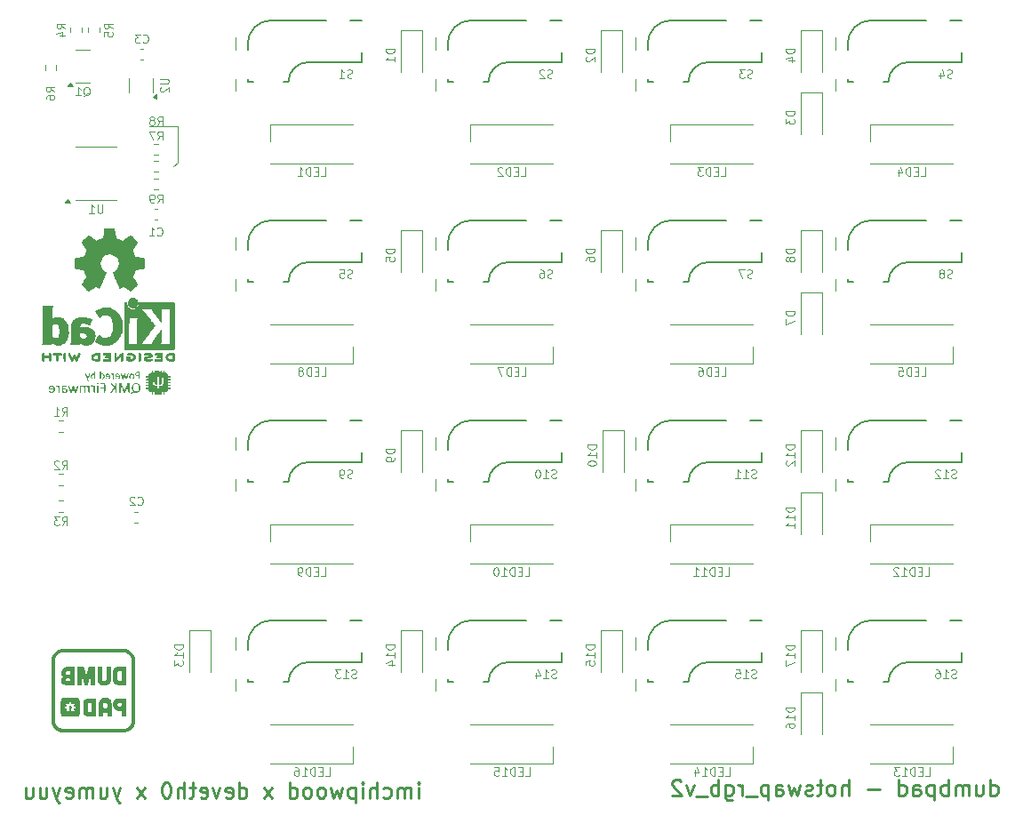
<source format=gbo>
%TF.GenerationSoftware,KiCad,Pcbnew,8.0.0*%
%TF.CreationDate,2024-03-13T16:12:56+07:00*%
%TF.ProjectId,dumbpad,64756d62-7061-4642-9e6b-696361645f70,rev?*%
%TF.SameCoordinates,Original*%
%TF.FileFunction,Legend,Bot*%
%TF.FilePolarity,Positive*%
%FSLAX46Y46*%
G04 Gerber Fmt 4.6, Leading zero omitted, Abs format (unit mm)*
G04 Created by KiCad (PCBNEW 8.0.0) date 2024-03-13 16:12:56*
%MOMM*%
%LPD*%
G01*
G04 APERTURE LIST*
%ADD10C,0.120000*%
%ADD11C,0.262500*%
%ADD12C,0.010000*%
%ADD13C,0.000000*%
%ADD14C,0.150000*%
G04 APERTURE END LIST*
D10*
X117221000Y-83058000D02*
X116840000Y-83439000D01*
X114554000Y-79629000D02*
X117221000Y-79629000D01*
X117221000Y-79629000D02*
X117221000Y-83058000D01*
D11*
X140177957Y-143568308D02*
X140177957Y-142576641D01*
X140177957Y-142080808D02*
X140248790Y-142151641D01*
X140248790Y-142151641D02*
X140177957Y-142222475D01*
X140177957Y-142222475D02*
X140107124Y-142151641D01*
X140107124Y-142151641D02*
X140177957Y-142080808D01*
X140177957Y-142080808D02*
X140177957Y-142222475D01*
X139469624Y-143568308D02*
X139469624Y-142576641D01*
X139469624Y-142718308D02*
X139398791Y-142647475D01*
X139398791Y-142647475D02*
X139257124Y-142576641D01*
X139257124Y-142576641D02*
X139044624Y-142576641D01*
X139044624Y-142576641D02*
X138902957Y-142647475D01*
X138902957Y-142647475D02*
X138832124Y-142789141D01*
X138832124Y-142789141D02*
X138832124Y-143568308D01*
X138832124Y-142789141D02*
X138761291Y-142647475D01*
X138761291Y-142647475D02*
X138619624Y-142576641D01*
X138619624Y-142576641D02*
X138407124Y-142576641D01*
X138407124Y-142576641D02*
X138265457Y-142647475D01*
X138265457Y-142647475D02*
X138194624Y-142789141D01*
X138194624Y-142789141D02*
X138194624Y-143568308D01*
X136848791Y-143497475D02*
X136990458Y-143568308D01*
X136990458Y-143568308D02*
X137273791Y-143568308D01*
X137273791Y-143568308D02*
X137415458Y-143497475D01*
X137415458Y-143497475D02*
X137486291Y-143426641D01*
X137486291Y-143426641D02*
X137557124Y-143284975D01*
X137557124Y-143284975D02*
X137557124Y-142859975D01*
X137557124Y-142859975D02*
X137486291Y-142718308D01*
X137486291Y-142718308D02*
X137415458Y-142647475D01*
X137415458Y-142647475D02*
X137273791Y-142576641D01*
X137273791Y-142576641D02*
X136990458Y-142576641D01*
X136990458Y-142576641D02*
X136848791Y-142647475D01*
X136211291Y-143568308D02*
X136211291Y-142080808D01*
X135573791Y-143568308D02*
X135573791Y-142789141D01*
X135573791Y-142789141D02*
X135644624Y-142647475D01*
X135644624Y-142647475D02*
X135786291Y-142576641D01*
X135786291Y-142576641D02*
X135998791Y-142576641D01*
X135998791Y-142576641D02*
X136140458Y-142647475D01*
X136140458Y-142647475D02*
X136211291Y-142718308D01*
X134865458Y-143568308D02*
X134865458Y-142576641D01*
X134865458Y-142080808D02*
X134936291Y-142151641D01*
X134936291Y-142151641D02*
X134865458Y-142222475D01*
X134865458Y-142222475D02*
X134794625Y-142151641D01*
X134794625Y-142151641D02*
X134865458Y-142080808D01*
X134865458Y-142080808D02*
X134865458Y-142222475D01*
X134157125Y-142576641D02*
X134157125Y-144064141D01*
X134157125Y-142647475D02*
X134015458Y-142576641D01*
X134015458Y-142576641D02*
X133732125Y-142576641D01*
X133732125Y-142576641D02*
X133590458Y-142647475D01*
X133590458Y-142647475D02*
X133519625Y-142718308D01*
X133519625Y-142718308D02*
X133448792Y-142859975D01*
X133448792Y-142859975D02*
X133448792Y-143284975D01*
X133448792Y-143284975D02*
X133519625Y-143426641D01*
X133519625Y-143426641D02*
X133590458Y-143497475D01*
X133590458Y-143497475D02*
X133732125Y-143568308D01*
X133732125Y-143568308D02*
X134015458Y-143568308D01*
X134015458Y-143568308D02*
X134157125Y-143497475D01*
X132952959Y-142576641D02*
X132669625Y-143568308D01*
X132669625Y-143568308D02*
X132386292Y-142859975D01*
X132386292Y-142859975D02*
X132102959Y-143568308D01*
X132102959Y-143568308D02*
X131819625Y-142576641D01*
X131040459Y-143568308D02*
X131182126Y-143497475D01*
X131182126Y-143497475D02*
X131252959Y-143426641D01*
X131252959Y-143426641D02*
X131323792Y-143284975D01*
X131323792Y-143284975D02*
X131323792Y-142859975D01*
X131323792Y-142859975D02*
X131252959Y-142718308D01*
X131252959Y-142718308D02*
X131182126Y-142647475D01*
X131182126Y-142647475D02*
X131040459Y-142576641D01*
X131040459Y-142576641D02*
X130827959Y-142576641D01*
X130827959Y-142576641D02*
X130686292Y-142647475D01*
X130686292Y-142647475D02*
X130615459Y-142718308D01*
X130615459Y-142718308D02*
X130544626Y-142859975D01*
X130544626Y-142859975D02*
X130544626Y-143284975D01*
X130544626Y-143284975D02*
X130615459Y-143426641D01*
X130615459Y-143426641D02*
X130686292Y-143497475D01*
X130686292Y-143497475D02*
X130827959Y-143568308D01*
X130827959Y-143568308D02*
X131040459Y-143568308D01*
X129694626Y-143568308D02*
X129836293Y-143497475D01*
X129836293Y-143497475D02*
X129907126Y-143426641D01*
X129907126Y-143426641D02*
X129977959Y-143284975D01*
X129977959Y-143284975D02*
X129977959Y-142859975D01*
X129977959Y-142859975D02*
X129907126Y-142718308D01*
X129907126Y-142718308D02*
X129836293Y-142647475D01*
X129836293Y-142647475D02*
X129694626Y-142576641D01*
X129694626Y-142576641D02*
X129482126Y-142576641D01*
X129482126Y-142576641D02*
X129340459Y-142647475D01*
X129340459Y-142647475D02*
X129269626Y-142718308D01*
X129269626Y-142718308D02*
X129198793Y-142859975D01*
X129198793Y-142859975D02*
X129198793Y-143284975D01*
X129198793Y-143284975D02*
X129269626Y-143426641D01*
X129269626Y-143426641D02*
X129340459Y-143497475D01*
X129340459Y-143497475D02*
X129482126Y-143568308D01*
X129482126Y-143568308D02*
X129694626Y-143568308D01*
X127923793Y-143568308D02*
X127923793Y-142080808D01*
X127923793Y-143497475D02*
X128065460Y-143568308D01*
X128065460Y-143568308D02*
X128348793Y-143568308D01*
X128348793Y-143568308D02*
X128490460Y-143497475D01*
X128490460Y-143497475D02*
X128561293Y-143426641D01*
X128561293Y-143426641D02*
X128632126Y-143284975D01*
X128632126Y-143284975D02*
X128632126Y-142859975D01*
X128632126Y-142859975D02*
X128561293Y-142718308D01*
X128561293Y-142718308D02*
X128490460Y-142647475D01*
X128490460Y-142647475D02*
X128348793Y-142576641D01*
X128348793Y-142576641D02*
X128065460Y-142576641D01*
X128065460Y-142576641D02*
X127923793Y-142647475D01*
X126223794Y-143568308D02*
X125444627Y-142576641D01*
X126223794Y-142576641D02*
X125444627Y-143568308D01*
X123107127Y-143568308D02*
X123107127Y-142080808D01*
X123107127Y-143497475D02*
X123248794Y-143568308D01*
X123248794Y-143568308D02*
X123532127Y-143568308D01*
X123532127Y-143568308D02*
X123673794Y-143497475D01*
X123673794Y-143497475D02*
X123744627Y-143426641D01*
X123744627Y-143426641D02*
X123815460Y-143284975D01*
X123815460Y-143284975D02*
X123815460Y-142859975D01*
X123815460Y-142859975D02*
X123744627Y-142718308D01*
X123744627Y-142718308D02*
X123673794Y-142647475D01*
X123673794Y-142647475D02*
X123532127Y-142576641D01*
X123532127Y-142576641D02*
X123248794Y-142576641D01*
X123248794Y-142576641D02*
X123107127Y-142647475D01*
X121832127Y-143497475D02*
X121973794Y-143568308D01*
X121973794Y-143568308D02*
X122257127Y-143568308D01*
X122257127Y-143568308D02*
X122398794Y-143497475D01*
X122398794Y-143497475D02*
X122469627Y-143355808D01*
X122469627Y-143355808D02*
X122469627Y-142789141D01*
X122469627Y-142789141D02*
X122398794Y-142647475D01*
X122398794Y-142647475D02*
X122257127Y-142576641D01*
X122257127Y-142576641D02*
X121973794Y-142576641D01*
X121973794Y-142576641D02*
X121832127Y-142647475D01*
X121832127Y-142647475D02*
X121761294Y-142789141D01*
X121761294Y-142789141D02*
X121761294Y-142930808D01*
X121761294Y-142930808D02*
X122469627Y-143072475D01*
X121265461Y-142576641D02*
X120911294Y-143568308D01*
X120911294Y-143568308D02*
X120557127Y-142576641D01*
X119423794Y-143497475D02*
X119565461Y-143568308D01*
X119565461Y-143568308D02*
X119848794Y-143568308D01*
X119848794Y-143568308D02*
X119990461Y-143497475D01*
X119990461Y-143497475D02*
X120061294Y-143355808D01*
X120061294Y-143355808D02*
X120061294Y-142789141D01*
X120061294Y-142789141D02*
X119990461Y-142647475D01*
X119990461Y-142647475D02*
X119848794Y-142576641D01*
X119848794Y-142576641D02*
X119565461Y-142576641D01*
X119565461Y-142576641D02*
X119423794Y-142647475D01*
X119423794Y-142647475D02*
X119352961Y-142789141D01*
X119352961Y-142789141D02*
X119352961Y-142930808D01*
X119352961Y-142930808D02*
X120061294Y-143072475D01*
X118927961Y-142576641D02*
X118361294Y-142576641D01*
X118715461Y-142080808D02*
X118715461Y-143355808D01*
X118715461Y-143355808D02*
X118644628Y-143497475D01*
X118644628Y-143497475D02*
X118502961Y-143568308D01*
X118502961Y-143568308D02*
X118361294Y-143568308D01*
X117865461Y-143568308D02*
X117865461Y-142080808D01*
X117227961Y-143568308D02*
X117227961Y-142789141D01*
X117227961Y-142789141D02*
X117298794Y-142647475D01*
X117298794Y-142647475D02*
X117440461Y-142576641D01*
X117440461Y-142576641D02*
X117652961Y-142576641D01*
X117652961Y-142576641D02*
X117794628Y-142647475D01*
X117794628Y-142647475D02*
X117865461Y-142718308D01*
X116236295Y-142080808D02*
X116094628Y-142080808D01*
X116094628Y-142080808D02*
X115952961Y-142151641D01*
X115952961Y-142151641D02*
X115882128Y-142222475D01*
X115882128Y-142222475D02*
X115811295Y-142364141D01*
X115811295Y-142364141D02*
X115740461Y-142647475D01*
X115740461Y-142647475D02*
X115740461Y-143001641D01*
X115740461Y-143001641D02*
X115811295Y-143284975D01*
X115811295Y-143284975D02*
X115882128Y-143426641D01*
X115882128Y-143426641D02*
X115952961Y-143497475D01*
X115952961Y-143497475D02*
X116094628Y-143568308D01*
X116094628Y-143568308D02*
X116236295Y-143568308D01*
X116236295Y-143568308D02*
X116377961Y-143497475D01*
X116377961Y-143497475D02*
X116448795Y-143426641D01*
X116448795Y-143426641D02*
X116519628Y-143284975D01*
X116519628Y-143284975D02*
X116590461Y-143001641D01*
X116590461Y-143001641D02*
X116590461Y-142647475D01*
X116590461Y-142647475D02*
X116519628Y-142364141D01*
X116519628Y-142364141D02*
X116448795Y-142222475D01*
X116448795Y-142222475D02*
X116377961Y-142151641D01*
X116377961Y-142151641D02*
X116236295Y-142080808D01*
X114111295Y-143568308D02*
X113332128Y-142576641D01*
X114111295Y-142576641D02*
X113332128Y-143568308D01*
X111773795Y-142576641D02*
X111419628Y-143568308D01*
X111065461Y-142576641D02*
X111419628Y-143568308D01*
X111419628Y-143568308D02*
X111561295Y-143922475D01*
X111561295Y-143922475D02*
X111632128Y-143993308D01*
X111632128Y-143993308D02*
X111773795Y-144064141D01*
X109861295Y-142576641D02*
X109861295Y-143568308D01*
X110498795Y-142576641D02*
X110498795Y-143355808D01*
X110498795Y-143355808D02*
X110427962Y-143497475D01*
X110427962Y-143497475D02*
X110286295Y-143568308D01*
X110286295Y-143568308D02*
X110073795Y-143568308D01*
X110073795Y-143568308D02*
X109932128Y-143497475D01*
X109932128Y-143497475D02*
X109861295Y-143426641D01*
X109152962Y-143568308D02*
X109152962Y-142576641D01*
X109152962Y-142718308D02*
X109082129Y-142647475D01*
X109082129Y-142647475D02*
X108940462Y-142576641D01*
X108940462Y-142576641D02*
X108727962Y-142576641D01*
X108727962Y-142576641D02*
X108586295Y-142647475D01*
X108586295Y-142647475D02*
X108515462Y-142789141D01*
X108515462Y-142789141D02*
X108515462Y-143568308D01*
X108515462Y-142789141D02*
X108444629Y-142647475D01*
X108444629Y-142647475D02*
X108302962Y-142576641D01*
X108302962Y-142576641D02*
X108090462Y-142576641D01*
X108090462Y-142576641D02*
X107948795Y-142647475D01*
X107948795Y-142647475D02*
X107877962Y-142789141D01*
X107877962Y-142789141D02*
X107877962Y-143568308D01*
X106602962Y-143497475D02*
X106744629Y-143568308D01*
X106744629Y-143568308D02*
X107027962Y-143568308D01*
X107027962Y-143568308D02*
X107169629Y-143497475D01*
X107169629Y-143497475D02*
X107240462Y-143355808D01*
X107240462Y-143355808D02*
X107240462Y-142789141D01*
X107240462Y-142789141D02*
X107169629Y-142647475D01*
X107169629Y-142647475D02*
X107027962Y-142576641D01*
X107027962Y-142576641D02*
X106744629Y-142576641D01*
X106744629Y-142576641D02*
X106602962Y-142647475D01*
X106602962Y-142647475D02*
X106532129Y-142789141D01*
X106532129Y-142789141D02*
X106532129Y-142930808D01*
X106532129Y-142930808D02*
X107240462Y-143072475D01*
X106036296Y-142576641D02*
X105682129Y-143568308D01*
X105327962Y-142576641D02*
X105682129Y-143568308D01*
X105682129Y-143568308D02*
X105823796Y-143922475D01*
X105823796Y-143922475D02*
X105894629Y-143993308D01*
X105894629Y-143993308D02*
X106036296Y-144064141D01*
X104123796Y-142576641D02*
X104123796Y-143568308D01*
X104761296Y-142576641D02*
X104761296Y-143355808D01*
X104761296Y-143355808D02*
X104690463Y-143497475D01*
X104690463Y-143497475D02*
X104548796Y-143568308D01*
X104548796Y-143568308D02*
X104336296Y-143568308D01*
X104336296Y-143568308D02*
X104194629Y-143497475D01*
X104194629Y-143497475D02*
X104123796Y-143426641D01*
X102777963Y-142576641D02*
X102777963Y-143568308D01*
X103415463Y-142576641D02*
X103415463Y-143355808D01*
X103415463Y-143355808D02*
X103344630Y-143497475D01*
X103344630Y-143497475D02*
X103202963Y-143568308D01*
X103202963Y-143568308D02*
X102990463Y-143568308D01*
X102990463Y-143568308D02*
X102848796Y-143497475D01*
X102848796Y-143497475D02*
X102777963Y-143426641D01*
X194669636Y-143314308D02*
X194669636Y-141826808D01*
X194669636Y-143243475D02*
X194811303Y-143314308D01*
X194811303Y-143314308D02*
X195094636Y-143314308D01*
X195094636Y-143314308D02*
X195236303Y-143243475D01*
X195236303Y-143243475D02*
X195307136Y-143172641D01*
X195307136Y-143172641D02*
X195377969Y-143030975D01*
X195377969Y-143030975D02*
X195377969Y-142605975D01*
X195377969Y-142605975D02*
X195307136Y-142464308D01*
X195307136Y-142464308D02*
X195236303Y-142393475D01*
X195236303Y-142393475D02*
X195094636Y-142322641D01*
X195094636Y-142322641D02*
X194811303Y-142322641D01*
X194811303Y-142322641D02*
X194669636Y-142393475D01*
X193323803Y-142322641D02*
X193323803Y-143314308D01*
X193961303Y-142322641D02*
X193961303Y-143101808D01*
X193961303Y-143101808D02*
X193890470Y-143243475D01*
X193890470Y-143243475D02*
X193748803Y-143314308D01*
X193748803Y-143314308D02*
X193536303Y-143314308D01*
X193536303Y-143314308D02*
X193394636Y-143243475D01*
X193394636Y-143243475D02*
X193323803Y-143172641D01*
X192615470Y-143314308D02*
X192615470Y-142322641D01*
X192615470Y-142464308D02*
X192544637Y-142393475D01*
X192544637Y-142393475D02*
X192402970Y-142322641D01*
X192402970Y-142322641D02*
X192190470Y-142322641D01*
X192190470Y-142322641D02*
X192048803Y-142393475D01*
X192048803Y-142393475D02*
X191977970Y-142535141D01*
X191977970Y-142535141D02*
X191977970Y-143314308D01*
X191977970Y-142535141D02*
X191907137Y-142393475D01*
X191907137Y-142393475D02*
X191765470Y-142322641D01*
X191765470Y-142322641D02*
X191552970Y-142322641D01*
X191552970Y-142322641D02*
X191411303Y-142393475D01*
X191411303Y-142393475D02*
X191340470Y-142535141D01*
X191340470Y-142535141D02*
X191340470Y-143314308D01*
X190632137Y-143314308D02*
X190632137Y-141826808D01*
X190632137Y-142393475D02*
X190490470Y-142322641D01*
X190490470Y-142322641D02*
X190207137Y-142322641D01*
X190207137Y-142322641D02*
X190065470Y-142393475D01*
X190065470Y-142393475D02*
X189994637Y-142464308D01*
X189994637Y-142464308D02*
X189923804Y-142605975D01*
X189923804Y-142605975D02*
X189923804Y-143030975D01*
X189923804Y-143030975D02*
X189994637Y-143172641D01*
X189994637Y-143172641D02*
X190065470Y-143243475D01*
X190065470Y-143243475D02*
X190207137Y-143314308D01*
X190207137Y-143314308D02*
X190490470Y-143314308D01*
X190490470Y-143314308D02*
X190632137Y-143243475D01*
X189286304Y-142322641D02*
X189286304Y-143810141D01*
X189286304Y-142393475D02*
X189144637Y-142322641D01*
X189144637Y-142322641D02*
X188861304Y-142322641D01*
X188861304Y-142322641D02*
X188719637Y-142393475D01*
X188719637Y-142393475D02*
X188648804Y-142464308D01*
X188648804Y-142464308D02*
X188577971Y-142605975D01*
X188577971Y-142605975D02*
X188577971Y-143030975D01*
X188577971Y-143030975D02*
X188648804Y-143172641D01*
X188648804Y-143172641D02*
X188719637Y-143243475D01*
X188719637Y-143243475D02*
X188861304Y-143314308D01*
X188861304Y-143314308D02*
X189144637Y-143314308D01*
X189144637Y-143314308D02*
X189286304Y-143243475D01*
X187302971Y-143314308D02*
X187302971Y-142535141D01*
X187302971Y-142535141D02*
X187373804Y-142393475D01*
X187373804Y-142393475D02*
X187515471Y-142322641D01*
X187515471Y-142322641D02*
X187798804Y-142322641D01*
X187798804Y-142322641D02*
X187940471Y-142393475D01*
X187302971Y-143243475D02*
X187444638Y-143314308D01*
X187444638Y-143314308D02*
X187798804Y-143314308D01*
X187798804Y-143314308D02*
X187940471Y-143243475D01*
X187940471Y-143243475D02*
X188011304Y-143101808D01*
X188011304Y-143101808D02*
X188011304Y-142960141D01*
X188011304Y-142960141D02*
X187940471Y-142818475D01*
X187940471Y-142818475D02*
X187798804Y-142747641D01*
X187798804Y-142747641D02*
X187444638Y-142747641D01*
X187444638Y-142747641D02*
X187302971Y-142676808D01*
X185957138Y-143314308D02*
X185957138Y-141826808D01*
X185957138Y-143243475D02*
X186098805Y-143314308D01*
X186098805Y-143314308D02*
X186382138Y-143314308D01*
X186382138Y-143314308D02*
X186523805Y-143243475D01*
X186523805Y-143243475D02*
X186594638Y-143172641D01*
X186594638Y-143172641D02*
X186665471Y-143030975D01*
X186665471Y-143030975D02*
X186665471Y-142605975D01*
X186665471Y-142605975D02*
X186594638Y-142464308D01*
X186594638Y-142464308D02*
X186523805Y-142393475D01*
X186523805Y-142393475D02*
X186382138Y-142322641D01*
X186382138Y-142322641D02*
X186098805Y-142322641D01*
X186098805Y-142322641D02*
X185957138Y-142393475D01*
X184115472Y-142747641D02*
X182982139Y-142747641D01*
X181140472Y-143314308D02*
X181140472Y-141826808D01*
X180502972Y-143314308D02*
X180502972Y-142535141D01*
X180502972Y-142535141D02*
X180573805Y-142393475D01*
X180573805Y-142393475D02*
X180715472Y-142322641D01*
X180715472Y-142322641D02*
X180927972Y-142322641D01*
X180927972Y-142322641D02*
X181069639Y-142393475D01*
X181069639Y-142393475D02*
X181140472Y-142464308D01*
X179582139Y-143314308D02*
X179723806Y-143243475D01*
X179723806Y-143243475D02*
X179794639Y-143172641D01*
X179794639Y-143172641D02*
X179865472Y-143030975D01*
X179865472Y-143030975D02*
X179865472Y-142605975D01*
X179865472Y-142605975D02*
X179794639Y-142464308D01*
X179794639Y-142464308D02*
X179723806Y-142393475D01*
X179723806Y-142393475D02*
X179582139Y-142322641D01*
X179582139Y-142322641D02*
X179369639Y-142322641D01*
X179369639Y-142322641D02*
X179227972Y-142393475D01*
X179227972Y-142393475D02*
X179157139Y-142464308D01*
X179157139Y-142464308D02*
X179086306Y-142605975D01*
X179086306Y-142605975D02*
X179086306Y-143030975D01*
X179086306Y-143030975D02*
X179157139Y-143172641D01*
X179157139Y-143172641D02*
X179227972Y-143243475D01*
X179227972Y-143243475D02*
X179369639Y-143314308D01*
X179369639Y-143314308D02*
X179582139Y-143314308D01*
X178661306Y-142322641D02*
X178094639Y-142322641D01*
X178448806Y-141826808D02*
X178448806Y-143101808D01*
X178448806Y-143101808D02*
X178377973Y-143243475D01*
X178377973Y-143243475D02*
X178236306Y-143314308D01*
X178236306Y-143314308D02*
X178094639Y-143314308D01*
X177669639Y-143243475D02*
X177527973Y-143314308D01*
X177527973Y-143314308D02*
X177244639Y-143314308D01*
X177244639Y-143314308D02*
X177102973Y-143243475D01*
X177102973Y-143243475D02*
X177032139Y-143101808D01*
X177032139Y-143101808D02*
X177032139Y-143030975D01*
X177032139Y-143030975D02*
X177102973Y-142889308D01*
X177102973Y-142889308D02*
X177244639Y-142818475D01*
X177244639Y-142818475D02*
X177457139Y-142818475D01*
X177457139Y-142818475D02*
X177598806Y-142747641D01*
X177598806Y-142747641D02*
X177669639Y-142605975D01*
X177669639Y-142605975D02*
X177669639Y-142535141D01*
X177669639Y-142535141D02*
X177598806Y-142393475D01*
X177598806Y-142393475D02*
X177457139Y-142322641D01*
X177457139Y-142322641D02*
X177244639Y-142322641D01*
X177244639Y-142322641D02*
X177102973Y-142393475D01*
X176536306Y-142322641D02*
X176252972Y-143314308D01*
X176252972Y-143314308D02*
X175969639Y-142605975D01*
X175969639Y-142605975D02*
X175686306Y-143314308D01*
X175686306Y-143314308D02*
X175402972Y-142322641D01*
X174198806Y-143314308D02*
X174198806Y-142535141D01*
X174198806Y-142535141D02*
X174269639Y-142393475D01*
X174269639Y-142393475D02*
X174411306Y-142322641D01*
X174411306Y-142322641D02*
X174694639Y-142322641D01*
X174694639Y-142322641D02*
X174836306Y-142393475D01*
X174198806Y-143243475D02*
X174340473Y-143314308D01*
X174340473Y-143314308D02*
X174694639Y-143314308D01*
X174694639Y-143314308D02*
X174836306Y-143243475D01*
X174836306Y-143243475D02*
X174907139Y-143101808D01*
X174907139Y-143101808D02*
X174907139Y-142960141D01*
X174907139Y-142960141D02*
X174836306Y-142818475D01*
X174836306Y-142818475D02*
X174694639Y-142747641D01*
X174694639Y-142747641D02*
X174340473Y-142747641D01*
X174340473Y-142747641D02*
X174198806Y-142676808D01*
X173490473Y-142322641D02*
X173490473Y-143810141D01*
X173490473Y-142393475D02*
X173348806Y-142322641D01*
X173348806Y-142322641D02*
X173065473Y-142322641D01*
X173065473Y-142322641D02*
X172923806Y-142393475D01*
X172923806Y-142393475D02*
X172852973Y-142464308D01*
X172852973Y-142464308D02*
X172782140Y-142605975D01*
X172782140Y-142605975D02*
X172782140Y-143030975D01*
X172782140Y-143030975D02*
X172852973Y-143172641D01*
X172852973Y-143172641D02*
X172923806Y-143243475D01*
X172923806Y-143243475D02*
X173065473Y-143314308D01*
X173065473Y-143314308D02*
X173348806Y-143314308D01*
X173348806Y-143314308D02*
X173490473Y-143243475D01*
X172498807Y-143455975D02*
X171365473Y-143455975D01*
X171011307Y-143314308D02*
X171011307Y-142322641D01*
X171011307Y-142605975D02*
X170940474Y-142464308D01*
X170940474Y-142464308D02*
X170869640Y-142393475D01*
X170869640Y-142393475D02*
X170727974Y-142322641D01*
X170727974Y-142322641D02*
X170586307Y-142322641D01*
X169452974Y-142322641D02*
X169452974Y-143526808D01*
X169452974Y-143526808D02*
X169523807Y-143668475D01*
X169523807Y-143668475D02*
X169594641Y-143739308D01*
X169594641Y-143739308D02*
X169736307Y-143810141D01*
X169736307Y-143810141D02*
X169948807Y-143810141D01*
X169948807Y-143810141D02*
X170090474Y-143739308D01*
X169452974Y-143243475D02*
X169594641Y-143314308D01*
X169594641Y-143314308D02*
X169877974Y-143314308D01*
X169877974Y-143314308D02*
X170019641Y-143243475D01*
X170019641Y-143243475D02*
X170090474Y-143172641D01*
X170090474Y-143172641D02*
X170161307Y-143030975D01*
X170161307Y-143030975D02*
X170161307Y-142605975D01*
X170161307Y-142605975D02*
X170090474Y-142464308D01*
X170090474Y-142464308D02*
X170019641Y-142393475D01*
X170019641Y-142393475D02*
X169877974Y-142322641D01*
X169877974Y-142322641D02*
X169594641Y-142322641D01*
X169594641Y-142322641D02*
X169452974Y-142393475D01*
X168744641Y-143314308D02*
X168744641Y-141826808D01*
X168744641Y-142393475D02*
X168602974Y-142322641D01*
X168602974Y-142322641D02*
X168319641Y-142322641D01*
X168319641Y-142322641D02*
X168177974Y-142393475D01*
X168177974Y-142393475D02*
X168107141Y-142464308D01*
X168107141Y-142464308D02*
X168036308Y-142605975D01*
X168036308Y-142605975D02*
X168036308Y-143030975D01*
X168036308Y-143030975D02*
X168107141Y-143172641D01*
X168107141Y-143172641D02*
X168177974Y-143243475D01*
X168177974Y-143243475D02*
X168319641Y-143314308D01*
X168319641Y-143314308D02*
X168602974Y-143314308D01*
X168602974Y-143314308D02*
X168744641Y-143243475D01*
X167752975Y-143455975D02*
X166619641Y-143455975D01*
X166407142Y-142322641D02*
X166052975Y-143314308D01*
X166052975Y-143314308D02*
X165698808Y-142322641D01*
X165202975Y-141968475D02*
X165132142Y-141897641D01*
X165132142Y-141897641D02*
X164990475Y-141826808D01*
X164990475Y-141826808D02*
X164636309Y-141826808D01*
X164636309Y-141826808D02*
X164494642Y-141897641D01*
X164494642Y-141897641D02*
X164423809Y-141968475D01*
X164423809Y-141968475D02*
X164352975Y-142110141D01*
X164352975Y-142110141D02*
X164352975Y-142251808D01*
X164352975Y-142251808D02*
X164423809Y-142464308D01*
X164423809Y-142464308D02*
X165273809Y-143314308D01*
X165273809Y-143314308D02*
X164352975Y-143314308D01*
D10*
X149993238Y-103360855D02*
X150374190Y-103360855D01*
X150374190Y-103360855D02*
X150374190Y-102560855D01*
X149726571Y-102941807D02*
X149459905Y-102941807D01*
X149345619Y-103360855D02*
X149726571Y-103360855D01*
X149726571Y-103360855D02*
X149726571Y-102560855D01*
X149726571Y-102560855D02*
X149345619Y-102560855D01*
X149002761Y-103360855D02*
X149002761Y-102560855D01*
X149002761Y-102560855D02*
X148812285Y-102560855D01*
X148812285Y-102560855D02*
X148697999Y-102598950D01*
X148697999Y-102598950D02*
X148621809Y-102675140D01*
X148621809Y-102675140D02*
X148583714Y-102751331D01*
X148583714Y-102751331D02*
X148545618Y-102903712D01*
X148545618Y-102903712D02*
X148545618Y-103017998D01*
X148545618Y-103017998D02*
X148583714Y-103170379D01*
X148583714Y-103170379D02*
X148621809Y-103246569D01*
X148621809Y-103246569D02*
X148697999Y-103322760D01*
X148697999Y-103322760D02*
X148812285Y-103360855D01*
X148812285Y-103360855D02*
X149002761Y-103360855D01*
X148278952Y-102560855D02*
X147745618Y-102560855D01*
X147745618Y-102560855D02*
X148088476Y-103360855D01*
X188046338Y-84310855D02*
X188427290Y-84310855D01*
X188427290Y-84310855D02*
X188427290Y-83510855D01*
X187779671Y-83891807D02*
X187513005Y-83891807D01*
X187398719Y-84310855D02*
X187779671Y-84310855D01*
X187779671Y-84310855D02*
X187779671Y-83510855D01*
X187779671Y-83510855D02*
X187398719Y-83510855D01*
X187055861Y-84310855D02*
X187055861Y-83510855D01*
X187055861Y-83510855D02*
X186865385Y-83510855D01*
X186865385Y-83510855D02*
X186751099Y-83548950D01*
X186751099Y-83548950D02*
X186674909Y-83625140D01*
X186674909Y-83625140D02*
X186636814Y-83701331D01*
X186636814Y-83701331D02*
X186598718Y-83853712D01*
X186598718Y-83853712D02*
X186598718Y-83967998D01*
X186598718Y-83967998D02*
X186636814Y-84120379D01*
X186636814Y-84120379D02*
X186674909Y-84196569D01*
X186674909Y-84196569D02*
X186751099Y-84272760D01*
X186751099Y-84272760D02*
X186865385Y-84310855D01*
X186865385Y-84310855D02*
X187055861Y-84310855D01*
X185913004Y-83777521D02*
X185913004Y-84310855D01*
X186103480Y-83472760D02*
X186293957Y-84044188D01*
X186293957Y-84044188D02*
X185798718Y-84044188D01*
X188427290Y-122410855D02*
X188808242Y-122410855D01*
X188808242Y-122410855D02*
X188808242Y-121610855D01*
X188160623Y-121991807D02*
X187893957Y-121991807D01*
X187779671Y-122410855D02*
X188160623Y-122410855D01*
X188160623Y-122410855D02*
X188160623Y-121610855D01*
X188160623Y-121610855D02*
X187779671Y-121610855D01*
X187436813Y-122410855D02*
X187436813Y-121610855D01*
X187436813Y-121610855D02*
X187246337Y-121610855D01*
X187246337Y-121610855D02*
X187132051Y-121648950D01*
X187132051Y-121648950D02*
X187055861Y-121725140D01*
X187055861Y-121725140D02*
X187017766Y-121801331D01*
X187017766Y-121801331D02*
X186979670Y-121953712D01*
X186979670Y-121953712D02*
X186979670Y-122067998D01*
X186979670Y-122067998D02*
X187017766Y-122220379D01*
X187017766Y-122220379D02*
X187055861Y-122296569D01*
X187055861Y-122296569D02*
X187132051Y-122372760D01*
X187132051Y-122372760D02*
X187246337Y-122410855D01*
X187246337Y-122410855D02*
X187436813Y-122410855D01*
X186217766Y-122410855D02*
X186674909Y-122410855D01*
X186446337Y-122410855D02*
X186446337Y-121610855D01*
X186446337Y-121610855D02*
X186522528Y-121725140D01*
X186522528Y-121725140D02*
X186598718Y-121801331D01*
X186598718Y-121801331D02*
X186674909Y-121839426D01*
X185913004Y-121687045D02*
X185874908Y-121648950D01*
X185874908Y-121648950D02*
X185798718Y-121610855D01*
X185798718Y-121610855D02*
X185608242Y-121610855D01*
X185608242Y-121610855D02*
X185532051Y-121648950D01*
X185532051Y-121648950D02*
X185493956Y-121687045D01*
X185493956Y-121687045D02*
X185455861Y-121763236D01*
X185455861Y-121763236D02*
X185455861Y-121839426D01*
X185455861Y-121839426D02*
X185493956Y-121953712D01*
X185493956Y-121953712D02*
X185951099Y-122410855D01*
X185951099Y-122410855D02*
X185455861Y-122410855D01*
X168996338Y-84310855D02*
X169377290Y-84310855D01*
X169377290Y-84310855D02*
X169377290Y-83510855D01*
X168729671Y-83891807D02*
X168463005Y-83891807D01*
X168348719Y-84310855D02*
X168729671Y-84310855D01*
X168729671Y-84310855D02*
X168729671Y-83510855D01*
X168729671Y-83510855D02*
X168348719Y-83510855D01*
X168005861Y-84310855D02*
X168005861Y-83510855D01*
X168005861Y-83510855D02*
X167815385Y-83510855D01*
X167815385Y-83510855D02*
X167701099Y-83548950D01*
X167701099Y-83548950D02*
X167624909Y-83625140D01*
X167624909Y-83625140D02*
X167586814Y-83701331D01*
X167586814Y-83701331D02*
X167548718Y-83853712D01*
X167548718Y-83853712D02*
X167548718Y-83967998D01*
X167548718Y-83967998D02*
X167586814Y-84120379D01*
X167586814Y-84120379D02*
X167624909Y-84196569D01*
X167624909Y-84196569D02*
X167701099Y-84272760D01*
X167701099Y-84272760D02*
X167815385Y-84310855D01*
X167815385Y-84310855D02*
X168005861Y-84310855D01*
X167282052Y-83510855D02*
X166786814Y-83510855D01*
X166786814Y-83510855D02*
X167053480Y-83815617D01*
X167053480Y-83815617D02*
X166939195Y-83815617D01*
X166939195Y-83815617D02*
X166863004Y-83853712D01*
X166863004Y-83853712D02*
X166824909Y-83891807D01*
X166824909Y-83891807D02*
X166786814Y-83967998D01*
X166786814Y-83967998D02*
X166786814Y-84158474D01*
X166786814Y-84158474D02*
X166824909Y-84234664D01*
X166824909Y-84234664D02*
X166863004Y-84272760D01*
X166863004Y-84272760D02*
X166939195Y-84310855D01*
X166939195Y-84310855D02*
X167167766Y-84310855D01*
X167167766Y-84310855D02*
X167243957Y-84272760D01*
X167243957Y-84272760D02*
X167282052Y-84234664D01*
X131324190Y-141460855D02*
X131705142Y-141460855D01*
X131705142Y-141460855D02*
X131705142Y-140660855D01*
X131057523Y-141041807D02*
X130790857Y-141041807D01*
X130676571Y-141460855D02*
X131057523Y-141460855D01*
X131057523Y-141460855D02*
X131057523Y-140660855D01*
X131057523Y-140660855D02*
X130676571Y-140660855D01*
X130333713Y-141460855D02*
X130333713Y-140660855D01*
X130333713Y-140660855D02*
X130143237Y-140660855D01*
X130143237Y-140660855D02*
X130028951Y-140698950D01*
X130028951Y-140698950D02*
X129952761Y-140775140D01*
X129952761Y-140775140D02*
X129914666Y-140851331D01*
X129914666Y-140851331D02*
X129876570Y-141003712D01*
X129876570Y-141003712D02*
X129876570Y-141117998D01*
X129876570Y-141117998D02*
X129914666Y-141270379D01*
X129914666Y-141270379D02*
X129952761Y-141346569D01*
X129952761Y-141346569D02*
X130028951Y-141422760D01*
X130028951Y-141422760D02*
X130143237Y-141460855D01*
X130143237Y-141460855D02*
X130333713Y-141460855D01*
X129114666Y-141460855D02*
X129571809Y-141460855D01*
X129343237Y-141460855D02*
X129343237Y-140660855D01*
X129343237Y-140660855D02*
X129419428Y-140775140D01*
X129419428Y-140775140D02*
X129495618Y-140851331D01*
X129495618Y-140851331D02*
X129571809Y-140889426D01*
X128428951Y-140660855D02*
X128581332Y-140660855D01*
X128581332Y-140660855D02*
X128657523Y-140698950D01*
X128657523Y-140698950D02*
X128695618Y-140737045D01*
X128695618Y-140737045D02*
X128771808Y-140851331D01*
X128771808Y-140851331D02*
X128809904Y-141003712D01*
X128809904Y-141003712D02*
X128809904Y-141308474D01*
X128809904Y-141308474D02*
X128771808Y-141384664D01*
X128771808Y-141384664D02*
X128733713Y-141422760D01*
X128733713Y-141422760D02*
X128657523Y-141460855D01*
X128657523Y-141460855D02*
X128505142Y-141460855D01*
X128505142Y-141460855D02*
X128428951Y-141422760D01*
X128428951Y-141422760D02*
X128390856Y-141384664D01*
X128390856Y-141384664D02*
X128352761Y-141308474D01*
X128352761Y-141308474D02*
X128352761Y-141117998D01*
X128352761Y-141117998D02*
X128390856Y-141041807D01*
X128390856Y-141041807D02*
X128428951Y-141003712D01*
X128428951Y-141003712D02*
X128505142Y-140965617D01*
X128505142Y-140965617D02*
X128657523Y-140965617D01*
X128657523Y-140965617D02*
X128733713Y-141003712D01*
X128733713Y-141003712D02*
X128771808Y-141041807D01*
X128771808Y-141041807D02*
X128809904Y-141117998D01*
X150327290Y-122410855D02*
X150708242Y-122410855D01*
X150708242Y-122410855D02*
X150708242Y-121610855D01*
X150060623Y-121991807D02*
X149793957Y-121991807D01*
X149679671Y-122410855D02*
X150060623Y-122410855D01*
X150060623Y-122410855D02*
X150060623Y-121610855D01*
X150060623Y-121610855D02*
X149679671Y-121610855D01*
X149336813Y-122410855D02*
X149336813Y-121610855D01*
X149336813Y-121610855D02*
X149146337Y-121610855D01*
X149146337Y-121610855D02*
X149032051Y-121648950D01*
X149032051Y-121648950D02*
X148955861Y-121725140D01*
X148955861Y-121725140D02*
X148917766Y-121801331D01*
X148917766Y-121801331D02*
X148879670Y-121953712D01*
X148879670Y-121953712D02*
X148879670Y-122067998D01*
X148879670Y-122067998D02*
X148917766Y-122220379D01*
X148917766Y-122220379D02*
X148955861Y-122296569D01*
X148955861Y-122296569D02*
X149032051Y-122372760D01*
X149032051Y-122372760D02*
X149146337Y-122410855D01*
X149146337Y-122410855D02*
X149336813Y-122410855D01*
X148117766Y-122410855D02*
X148574909Y-122410855D01*
X148346337Y-122410855D02*
X148346337Y-121610855D01*
X148346337Y-121610855D02*
X148422528Y-121725140D01*
X148422528Y-121725140D02*
X148498718Y-121801331D01*
X148498718Y-121801331D02*
X148574909Y-121839426D01*
X147622527Y-121610855D02*
X147546337Y-121610855D01*
X147546337Y-121610855D02*
X147470146Y-121648950D01*
X147470146Y-121648950D02*
X147432051Y-121687045D01*
X147432051Y-121687045D02*
X147393956Y-121763236D01*
X147393956Y-121763236D02*
X147355861Y-121915617D01*
X147355861Y-121915617D02*
X147355861Y-122106093D01*
X147355861Y-122106093D02*
X147393956Y-122258474D01*
X147393956Y-122258474D02*
X147432051Y-122334664D01*
X147432051Y-122334664D02*
X147470146Y-122372760D01*
X147470146Y-122372760D02*
X147546337Y-122410855D01*
X147546337Y-122410855D02*
X147622527Y-122410855D01*
X147622527Y-122410855D02*
X147698718Y-122372760D01*
X147698718Y-122372760D02*
X147736813Y-122334664D01*
X147736813Y-122334664D02*
X147774908Y-122258474D01*
X147774908Y-122258474D02*
X147813004Y-122106093D01*
X147813004Y-122106093D02*
X147813004Y-121915617D01*
X147813004Y-121915617D02*
X147774908Y-121763236D01*
X147774908Y-121763236D02*
X147736813Y-121687045D01*
X147736813Y-121687045D02*
X147698718Y-121648950D01*
X147698718Y-121648950D02*
X147622527Y-121610855D01*
X149946338Y-84310855D02*
X150327290Y-84310855D01*
X150327290Y-84310855D02*
X150327290Y-83510855D01*
X149679671Y-83891807D02*
X149413005Y-83891807D01*
X149298719Y-84310855D02*
X149679671Y-84310855D01*
X149679671Y-84310855D02*
X149679671Y-83510855D01*
X149679671Y-83510855D02*
X149298719Y-83510855D01*
X148955861Y-84310855D02*
X148955861Y-83510855D01*
X148955861Y-83510855D02*
X148765385Y-83510855D01*
X148765385Y-83510855D02*
X148651099Y-83548950D01*
X148651099Y-83548950D02*
X148574909Y-83625140D01*
X148574909Y-83625140D02*
X148536814Y-83701331D01*
X148536814Y-83701331D02*
X148498718Y-83853712D01*
X148498718Y-83853712D02*
X148498718Y-83967998D01*
X148498718Y-83967998D02*
X148536814Y-84120379D01*
X148536814Y-84120379D02*
X148574909Y-84196569D01*
X148574909Y-84196569D02*
X148651099Y-84272760D01*
X148651099Y-84272760D02*
X148765385Y-84310855D01*
X148765385Y-84310855D02*
X148955861Y-84310855D01*
X148193957Y-83587045D02*
X148155861Y-83548950D01*
X148155861Y-83548950D02*
X148079671Y-83510855D01*
X148079671Y-83510855D02*
X147889195Y-83510855D01*
X147889195Y-83510855D02*
X147813004Y-83548950D01*
X147813004Y-83548950D02*
X147774909Y-83587045D01*
X147774909Y-83587045D02*
X147736814Y-83663236D01*
X147736814Y-83663236D02*
X147736814Y-83739426D01*
X147736814Y-83739426D02*
X147774909Y-83853712D01*
X147774909Y-83853712D02*
X148232052Y-84310855D01*
X148232052Y-84310855D02*
X147736814Y-84310855D01*
X188474190Y-141460855D02*
X188855142Y-141460855D01*
X188855142Y-141460855D02*
X188855142Y-140660855D01*
X188207523Y-141041807D02*
X187940857Y-141041807D01*
X187826571Y-141460855D02*
X188207523Y-141460855D01*
X188207523Y-141460855D02*
X188207523Y-140660855D01*
X188207523Y-140660855D02*
X187826571Y-140660855D01*
X187483713Y-141460855D02*
X187483713Y-140660855D01*
X187483713Y-140660855D02*
X187293237Y-140660855D01*
X187293237Y-140660855D02*
X187178951Y-140698950D01*
X187178951Y-140698950D02*
X187102761Y-140775140D01*
X187102761Y-140775140D02*
X187064666Y-140851331D01*
X187064666Y-140851331D02*
X187026570Y-141003712D01*
X187026570Y-141003712D02*
X187026570Y-141117998D01*
X187026570Y-141117998D02*
X187064666Y-141270379D01*
X187064666Y-141270379D02*
X187102761Y-141346569D01*
X187102761Y-141346569D02*
X187178951Y-141422760D01*
X187178951Y-141422760D02*
X187293237Y-141460855D01*
X187293237Y-141460855D02*
X187483713Y-141460855D01*
X186264666Y-141460855D02*
X186721809Y-141460855D01*
X186493237Y-141460855D02*
X186493237Y-140660855D01*
X186493237Y-140660855D02*
X186569428Y-140775140D01*
X186569428Y-140775140D02*
X186645618Y-140851331D01*
X186645618Y-140851331D02*
X186721809Y-140889426D01*
X185997999Y-140660855D02*
X185502761Y-140660855D01*
X185502761Y-140660855D02*
X185769427Y-140965617D01*
X185769427Y-140965617D02*
X185655142Y-140965617D01*
X185655142Y-140965617D02*
X185578951Y-141003712D01*
X185578951Y-141003712D02*
X185540856Y-141041807D01*
X185540856Y-141041807D02*
X185502761Y-141117998D01*
X185502761Y-141117998D02*
X185502761Y-141308474D01*
X185502761Y-141308474D02*
X185540856Y-141384664D01*
X185540856Y-141384664D02*
X185578951Y-141422760D01*
X185578951Y-141422760D02*
X185655142Y-141460855D01*
X185655142Y-141460855D02*
X185883713Y-141460855D01*
X185883713Y-141460855D02*
X185959904Y-141422760D01*
X185959904Y-141422760D02*
X185997999Y-141384664D01*
X188093238Y-103360855D02*
X188474190Y-103360855D01*
X188474190Y-103360855D02*
X188474190Y-102560855D01*
X187826571Y-102941807D02*
X187559905Y-102941807D01*
X187445619Y-103360855D02*
X187826571Y-103360855D01*
X187826571Y-103360855D02*
X187826571Y-102560855D01*
X187826571Y-102560855D02*
X187445619Y-102560855D01*
X187102761Y-103360855D02*
X187102761Y-102560855D01*
X187102761Y-102560855D02*
X186912285Y-102560855D01*
X186912285Y-102560855D02*
X186797999Y-102598950D01*
X186797999Y-102598950D02*
X186721809Y-102675140D01*
X186721809Y-102675140D02*
X186683714Y-102751331D01*
X186683714Y-102751331D02*
X186645618Y-102903712D01*
X186645618Y-102903712D02*
X186645618Y-103017998D01*
X186645618Y-103017998D02*
X186683714Y-103170379D01*
X186683714Y-103170379D02*
X186721809Y-103246569D01*
X186721809Y-103246569D02*
X186797999Y-103322760D01*
X186797999Y-103322760D02*
X186912285Y-103360855D01*
X186912285Y-103360855D02*
X187102761Y-103360855D01*
X185921809Y-102560855D02*
X186302761Y-102560855D01*
X186302761Y-102560855D02*
X186340857Y-102941807D01*
X186340857Y-102941807D02*
X186302761Y-102903712D01*
X186302761Y-102903712D02*
X186226571Y-102865617D01*
X186226571Y-102865617D02*
X186036095Y-102865617D01*
X186036095Y-102865617D02*
X185959904Y-102903712D01*
X185959904Y-102903712D02*
X185921809Y-102941807D01*
X185921809Y-102941807D02*
X185883714Y-103017998D01*
X185883714Y-103017998D02*
X185883714Y-103208474D01*
X185883714Y-103208474D02*
X185921809Y-103284664D01*
X185921809Y-103284664D02*
X185959904Y-103322760D01*
X185959904Y-103322760D02*
X186036095Y-103360855D01*
X186036095Y-103360855D02*
X186226571Y-103360855D01*
X186226571Y-103360855D02*
X186302761Y-103322760D01*
X186302761Y-103322760D02*
X186340857Y-103284664D01*
X169043238Y-103360855D02*
X169424190Y-103360855D01*
X169424190Y-103360855D02*
X169424190Y-102560855D01*
X168776571Y-102941807D02*
X168509905Y-102941807D01*
X168395619Y-103360855D02*
X168776571Y-103360855D01*
X168776571Y-103360855D02*
X168776571Y-102560855D01*
X168776571Y-102560855D02*
X168395619Y-102560855D01*
X168052761Y-103360855D02*
X168052761Y-102560855D01*
X168052761Y-102560855D02*
X167862285Y-102560855D01*
X167862285Y-102560855D02*
X167747999Y-102598950D01*
X167747999Y-102598950D02*
X167671809Y-102675140D01*
X167671809Y-102675140D02*
X167633714Y-102751331D01*
X167633714Y-102751331D02*
X167595618Y-102903712D01*
X167595618Y-102903712D02*
X167595618Y-103017998D01*
X167595618Y-103017998D02*
X167633714Y-103170379D01*
X167633714Y-103170379D02*
X167671809Y-103246569D01*
X167671809Y-103246569D02*
X167747999Y-103322760D01*
X167747999Y-103322760D02*
X167862285Y-103360855D01*
X167862285Y-103360855D02*
X168052761Y-103360855D01*
X166909904Y-102560855D02*
X167062285Y-102560855D01*
X167062285Y-102560855D02*
X167138476Y-102598950D01*
X167138476Y-102598950D02*
X167176571Y-102637045D01*
X167176571Y-102637045D02*
X167252761Y-102751331D01*
X167252761Y-102751331D02*
X167290857Y-102903712D01*
X167290857Y-102903712D02*
X167290857Y-103208474D01*
X167290857Y-103208474D02*
X167252761Y-103284664D01*
X167252761Y-103284664D02*
X167214666Y-103322760D01*
X167214666Y-103322760D02*
X167138476Y-103360855D01*
X167138476Y-103360855D02*
X166986095Y-103360855D01*
X166986095Y-103360855D02*
X166909904Y-103322760D01*
X166909904Y-103322760D02*
X166871809Y-103284664D01*
X166871809Y-103284664D02*
X166833714Y-103208474D01*
X166833714Y-103208474D02*
X166833714Y-103017998D01*
X166833714Y-103017998D02*
X166871809Y-102941807D01*
X166871809Y-102941807D02*
X166909904Y-102903712D01*
X166909904Y-102903712D02*
X166986095Y-102865617D01*
X166986095Y-102865617D02*
X167138476Y-102865617D01*
X167138476Y-102865617D02*
X167214666Y-102903712D01*
X167214666Y-102903712D02*
X167252761Y-102941807D01*
X167252761Y-102941807D02*
X167290857Y-103017998D01*
X130896338Y-84310855D02*
X131277290Y-84310855D01*
X131277290Y-84310855D02*
X131277290Y-83510855D01*
X130629671Y-83891807D02*
X130363005Y-83891807D01*
X130248719Y-84310855D02*
X130629671Y-84310855D01*
X130629671Y-84310855D02*
X130629671Y-83510855D01*
X130629671Y-83510855D02*
X130248719Y-83510855D01*
X129905861Y-84310855D02*
X129905861Y-83510855D01*
X129905861Y-83510855D02*
X129715385Y-83510855D01*
X129715385Y-83510855D02*
X129601099Y-83548950D01*
X129601099Y-83548950D02*
X129524909Y-83625140D01*
X129524909Y-83625140D02*
X129486814Y-83701331D01*
X129486814Y-83701331D02*
X129448718Y-83853712D01*
X129448718Y-83853712D02*
X129448718Y-83967998D01*
X129448718Y-83967998D02*
X129486814Y-84120379D01*
X129486814Y-84120379D02*
X129524909Y-84196569D01*
X129524909Y-84196569D02*
X129601099Y-84272760D01*
X129601099Y-84272760D02*
X129715385Y-84310855D01*
X129715385Y-84310855D02*
X129905861Y-84310855D01*
X128686814Y-84310855D02*
X129143957Y-84310855D01*
X128915385Y-84310855D02*
X128915385Y-83510855D01*
X128915385Y-83510855D02*
X128991576Y-83625140D01*
X128991576Y-83625140D02*
X129067766Y-83701331D01*
X129067766Y-83701331D02*
X129143957Y-83739426D01*
X130896338Y-122410855D02*
X131277290Y-122410855D01*
X131277290Y-122410855D02*
X131277290Y-121610855D01*
X130629671Y-121991807D02*
X130363005Y-121991807D01*
X130248719Y-122410855D02*
X130629671Y-122410855D01*
X130629671Y-122410855D02*
X130629671Y-121610855D01*
X130629671Y-121610855D02*
X130248719Y-121610855D01*
X129905861Y-122410855D02*
X129905861Y-121610855D01*
X129905861Y-121610855D02*
X129715385Y-121610855D01*
X129715385Y-121610855D02*
X129601099Y-121648950D01*
X129601099Y-121648950D02*
X129524909Y-121725140D01*
X129524909Y-121725140D02*
X129486814Y-121801331D01*
X129486814Y-121801331D02*
X129448718Y-121953712D01*
X129448718Y-121953712D02*
X129448718Y-122067998D01*
X129448718Y-122067998D02*
X129486814Y-122220379D01*
X129486814Y-122220379D02*
X129524909Y-122296569D01*
X129524909Y-122296569D02*
X129601099Y-122372760D01*
X129601099Y-122372760D02*
X129715385Y-122410855D01*
X129715385Y-122410855D02*
X129905861Y-122410855D01*
X129067766Y-122410855D02*
X128915385Y-122410855D01*
X128915385Y-122410855D02*
X128839195Y-122372760D01*
X128839195Y-122372760D02*
X128801099Y-122334664D01*
X128801099Y-122334664D02*
X128724909Y-122220379D01*
X128724909Y-122220379D02*
X128686814Y-122067998D01*
X128686814Y-122067998D02*
X128686814Y-121763236D01*
X128686814Y-121763236D02*
X128724909Y-121687045D01*
X128724909Y-121687045D02*
X128763004Y-121648950D01*
X128763004Y-121648950D02*
X128839195Y-121610855D01*
X128839195Y-121610855D02*
X128991576Y-121610855D01*
X128991576Y-121610855D02*
X129067766Y-121648950D01*
X129067766Y-121648950D02*
X129105861Y-121687045D01*
X129105861Y-121687045D02*
X129143957Y-121763236D01*
X129143957Y-121763236D02*
X129143957Y-121953712D01*
X129143957Y-121953712D02*
X129105861Y-122029902D01*
X129105861Y-122029902D02*
X129067766Y-122067998D01*
X129067766Y-122067998D02*
X128991576Y-122106093D01*
X128991576Y-122106093D02*
X128839195Y-122106093D01*
X128839195Y-122106093D02*
X128763004Y-122067998D01*
X128763004Y-122067998D02*
X128724909Y-122029902D01*
X128724909Y-122029902D02*
X128686814Y-121953712D01*
X169377290Y-122410855D02*
X169758242Y-122410855D01*
X169758242Y-122410855D02*
X169758242Y-121610855D01*
X169110623Y-121991807D02*
X168843957Y-121991807D01*
X168729671Y-122410855D02*
X169110623Y-122410855D01*
X169110623Y-122410855D02*
X169110623Y-121610855D01*
X169110623Y-121610855D02*
X168729671Y-121610855D01*
X168386813Y-122410855D02*
X168386813Y-121610855D01*
X168386813Y-121610855D02*
X168196337Y-121610855D01*
X168196337Y-121610855D02*
X168082051Y-121648950D01*
X168082051Y-121648950D02*
X168005861Y-121725140D01*
X168005861Y-121725140D02*
X167967766Y-121801331D01*
X167967766Y-121801331D02*
X167929670Y-121953712D01*
X167929670Y-121953712D02*
X167929670Y-122067998D01*
X167929670Y-122067998D02*
X167967766Y-122220379D01*
X167967766Y-122220379D02*
X168005861Y-122296569D01*
X168005861Y-122296569D02*
X168082051Y-122372760D01*
X168082051Y-122372760D02*
X168196337Y-122410855D01*
X168196337Y-122410855D02*
X168386813Y-122410855D01*
X167167766Y-122410855D02*
X167624909Y-122410855D01*
X167396337Y-122410855D02*
X167396337Y-121610855D01*
X167396337Y-121610855D02*
X167472528Y-121725140D01*
X167472528Y-121725140D02*
X167548718Y-121801331D01*
X167548718Y-121801331D02*
X167624909Y-121839426D01*
X166405861Y-122410855D02*
X166863004Y-122410855D01*
X166634432Y-122410855D02*
X166634432Y-121610855D01*
X166634432Y-121610855D02*
X166710623Y-121725140D01*
X166710623Y-121725140D02*
X166786813Y-121801331D01*
X166786813Y-121801331D02*
X166863004Y-121839426D01*
X150374190Y-141460855D02*
X150755142Y-141460855D01*
X150755142Y-141460855D02*
X150755142Y-140660855D01*
X150107523Y-141041807D02*
X149840857Y-141041807D01*
X149726571Y-141460855D02*
X150107523Y-141460855D01*
X150107523Y-141460855D02*
X150107523Y-140660855D01*
X150107523Y-140660855D02*
X149726571Y-140660855D01*
X149383713Y-141460855D02*
X149383713Y-140660855D01*
X149383713Y-140660855D02*
X149193237Y-140660855D01*
X149193237Y-140660855D02*
X149078951Y-140698950D01*
X149078951Y-140698950D02*
X149002761Y-140775140D01*
X149002761Y-140775140D02*
X148964666Y-140851331D01*
X148964666Y-140851331D02*
X148926570Y-141003712D01*
X148926570Y-141003712D02*
X148926570Y-141117998D01*
X148926570Y-141117998D02*
X148964666Y-141270379D01*
X148964666Y-141270379D02*
X149002761Y-141346569D01*
X149002761Y-141346569D02*
X149078951Y-141422760D01*
X149078951Y-141422760D02*
X149193237Y-141460855D01*
X149193237Y-141460855D02*
X149383713Y-141460855D01*
X148164666Y-141460855D02*
X148621809Y-141460855D01*
X148393237Y-141460855D02*
X148393237Y-140660855D01*
X148393237Y-140660855D02*
X148469428Y-140775140D01*
X148469428Y-140775140D02*
X148545618Y-140851331D01*
X148545618Y-140851331D02*
X148621809Y-140889426D01*
X147440856Y-140660855D02*
X147821808Y-140660855D01*
X147821808Y-140660855D02*
X147859904Y-141041807D01*
X147859904Y-141041807D02*
X147821808Y-141003712D01*
X147821808Y-141003712D02*
X147745618Y-140965617D01*
X147745618Y-140965617D02*
X147555142Y-140965617D01*
X147555142Y-140965617D02*
X147478951Y-141003712D01*
X147478951Y-141003712D02*
X147440856Y-141041807D01*
X147440856Y-141041807D02*
X147402761Y-141117998D01*
X147402761Y-141117998D02*
X147402761Y-141308474D01*
X147402761Y-141308474D02*
X147440856Y-141384664D01*
X147440856Y-141384664D02*
X147478951Y-141422760D01*
X147478951Y-141422760D02*
X147555142Y-141460855D01*
X147555142Y-141460855D02*
X147745618Y-141460855D01*
X147745618Y-141460855D02*
X147821808Y-141422760D01*
X147821808Y-141422760D02*
X147859904Y-141384664D01*
X130943238Y-103360855D02*
X131324190Y-103360855D01*
X131324190Y-103360855D02*
X131324190Y-102560855D01*
X130676571Y-102941807D02*
X130409905Y-102941807D01*
X130295619Y-103360855D02*
X130676571Y-103360855D01*
X130676571Y-103360855D02*
X130676571Y-102560855D01*
X130676571Y-102560855D02*
X130295619Y-102560855D01*
X129952761Y-103360855D02*
X129952761Y-102560855D01*
X129952761Y-102560855D02*
X129762285Y-102560855D01*
X129762285Y-102560855D02*
X129647999Y-102598950D01*
X129647999Y-102598950D02*
X129571809Y-102675140D01*
X129571809Y-102675140D02*
X129533714Y-102751331D01*
X129533714Y-102751331D02*
X129495618Y-102903712D01*
X129495618Y-102903712D02*
X129495618Y-103017998D01*
X129495618Y-103017998D02*
X129533714Y-103170379D01*
X129533714Y-103170379D02*
X129571809Y-103246569D01*
X129571809Y-103246569D02*
X129647999Y-103322760D01*
X129647999Y-103322760D02*
X129762285Y-103360855D01*
X129762285Y-103360855D02*
X129952761Y-103360855D01*
X129038476Y-102903712D02*
X129114666Y-102865617D01*
X129114666Y-102865617D02*
X129152761Y-102827521D01*
X129152761Y-102827521D02*
X129190857Y-102751331D01*
X129190857Y-102751331D02*
X129190857Y-102713236D01*
X129190857Y-102713236D02*
X129152761Y-102637045D01*
X129152761Y-102637045D02*
X129114666Y-102598950D01*
X129114666Y-102598950D02*
X129038476Y-102560855D01*
X129038476Y-102560855D02*
X128886095Y-102560855D01*
X128886095Y-102560855D02*
X128809904Y-102598950D01*
X128809904Y-102598950D02*
X128771809Y-102637045D01*
X128771809Y-102637045D02*
X128733714Y-102713236D01*
X128733714Y-102713236D02*
X128733714Y-102751331D01*
X128733714Y-102751331D02*
X128771809Y-102827521D01*
X128771809Y-102827521D02*
X128809904Y-102865617D01*
X128809904Y-102865617D02*
X128886095Y-102903712D01*
X128886095Y-102903712D02*
X129038476Y-102903712D01*
X129038476Y-102903712D02*
X129114666Y-102941807D01*
X129114666Y-102941807D02*
X129152761Y-102979902D01*
X129152761Y-102979902D02*
X129190857Y-103056093D01*
X129190857Y-103056093D02*
X129190857Y-103208474D01*
X129190857Y-103208474D02*
X129152761Y-103284664D01*
X129152761Y-103284664D02*
X129114666Y-103322760D01*
X129114666Y-103322760D02*
X129038476Y-103360855D01*
X129038476Y-103360855D02*
X128886095Y-103360855D01*
X128886095Y-103360855D02*
X128809904Y-103322760D01*
X128809904Y-103322760D02*
X128771809Y-103284664D01*
X128771809Y-103284664D02*
X128733714Y-103208474D01*
X128733714Y-103208474D02*
X128733714Y-103056093D01*
X128733714Y-103056093D02*
X128771809Y-102979902D01*
X128771809Y-102979902D02*
X128809904Y-102941807D01*
X128809904Y-102941807D02*
X128886095Y-102903712D01*
X169424190Y-141460855D02*
X169805142Y-141460855D01*
X169805142Y-141460855D02*
X169805142Y-140660855D01*
X169157523Y-141041807D02*
X168890857Y-141041807D01*
X168776571Y-141460855D02*
X169157523Y-141460855D01*
X169157523Y-141460855D02*
X169157523Y-140660855D01*
X169157523Y-140660855D02*
X168776571Y-140660855D01*
X168433713Y-141460855D02*
X168433713Y-140660855D01*
X168433713Y-140660855D02*
X168243237Y-140660855D01*
X168243237Y-140660855D02*
X168128951Y-140698950D01*
X168128951Y-140698950D02*
X168052761Y-140775140D01*
X168052761Y-140775140D02*
X168014666Y-140851331D01*
X168014666Y-140851331D02*
X167976570Y-141003712D01*
X167976570Y-141003712D02*
X167976570Y-141117998D01*
X167976570Y-141117998D02*
X168014666Y-141270379D01*
X168014666Y-141270379D02*
X168052761Y-141346569D01*
X168052761Y-141346569D02*
X168128951Y-141422760D01*
X168128951Y-141422760D02*
X168243237Y-141460855D01*
X168243237Y-141460855D02*
X168433713Y-141460855D01*
X167214666Y-141460855D02*
X167671809Y-141460855D01*
X167443237Y-141460855D02*
X167443237Y-140660855D01*
X167443237Y-140660855D02*
X167519428Y-140775140D01*
X167519428Y-140775140D02*
X167595618Y-140851331D01*
X167595618Y-140851331D02*
X167671809Y-140889426D01*
X166528951Y-140927521D02*
X166528951Y-141460855D01*
X166719427Y-140622760D02*
X166909904Y-141194188D01*
X166909904Y-141194188D02*
X166414665Y-141194188D01*
X133867108Y-74981086D02*
X133752822Y-75019181D01*
X133752822Y-75019181D02*
X133562346Y-75019181D01*
X133562346Y-75019181D02*
X133486155Y-74981086D01*
X133486155Y-74981086D02*
X133448060Y-74942990D01*
X133448060Y-74942990D02*
X133409965Y-74866800D01*
X133409965Y-74866800D02*
X133409965Y-74790609D01*
X133409965Y-74790609D02*
X133448060Y-74714419D01*
X133448060Y-74714419D02*
X133486155Y-74676324D01*
X133486155Y-74676324D02*
X133562346Y-74638228D01*
X133562346Y-74638228D02*
X133714727Y-74600133D01*
X133714727Y-74600133D02*
X133790917Y-74562038D01*
X133790917Y-74562038D02*
X133829012Y-74523943D01*
X133829012Y-74523943D02*
X133867108Y-74447752D01*
X133867108Y-74447752D02*
X133867108Y-74371562D01*
X133867108Y-74371562D02*
X133829012Y-74295371D01*
X133829012Y-74295371D02*
X133790917Y-74257276D01*
X133790917Y-74257276D02*
X133714727Y-74219181D01*
X133714727Y-74219181D02*
X133524250Y-74219181D01*
X133524250Y-74219181D02*
X133409965Y-74257276D01*
X132648060Y-75019181D02*
X133105203Y-75019181D01*
X132876631Y-75019181D02*
X132876631Y-74219181D01*
X132876631Y-74219181D02*
X132952822Y-74333466D01*
X132952822Y-74333466D02*
X133029012Y-74409657D01*
X133029012Y-74409657D02*
X133105203Y-74447752D01*
X157113855Y-109952171D02*
X156313855Y-109952171D01*
X156313855Y-109952171D02*
X156313855Y-110142647D01*
X156313855Y-110142647D02*
X156351950Y-110256933D01*
X156351950Y-110256933D02*
X156428140Y-110333123D01*
X156428140Y-110333123D02*
X156504331Y-110371218D01*
X156504331Y-110371218D02*
X156656712Y-110409314D01*
X156656712Y-110409314D02*
X156770998Y-110409314D01*
X156770998Y-110409314D02*
X156923379Y-110371218D01*
X156923379Y-110371218D02*
X156999569Y-110333123D01*
X156999569Y-110333123D02*
X157075760Y-110256933D01*
X157075760Y-110256933D02*
X157113855Y-110142647D01*
X157113855Y-110142647D02*
X157113855Y-109952171D01*
X157113855Y-111171218D02*
X157113855Y-110714075D01*
X157113855Y-110942647D02*
X156313855Y-110942647D01*
X156313855Y-110942647D02*
X156428140Y-110866456D01*
X156428140Y-110866456D02*
X156504331Y-110790266D01*
X156504331Y-110790266D02*
X156542426Y-110714075D01*
X156313855Y-111666457D02*
X156313855Y-111742647D01*
X156313855Y-111742647D02*
X156351950Y-111818838D01*
X156351950Y-111818838D02*
X156390045Y-111856933D01*
X156390045Y-111856933D02*
X156466236Y-111895028D01*
X156466236Y-111895028D02*
X156618617Y-111933123D01*
X156618617Y-111933123D02*
X156809093Y-111933123D01*
X156809093Y-111933123D02*
X156961474Y-111895028D01*
X156961474Y-111895028D02*
X157037664Y-111856933D01*
X157037664Y-111856933D02*
X157075760Y-111818838D01*
X157075760Y-111818838D02*
X157113855Y-111742647D01*
X157113855Y-111742647D02*
X157113855Y-111666457D01*
X157113855Y-111666457D02*
X157075760Y-111590266D01*
X157075760Y-111590266D02*
X157037664Y-111552171D01*
X157037664Y-111552171D02*
X156961474Y-111514076D01*
X156961474Y-111514076D02*
X156809093Y-111475980D01*
X156809093Y-111475980D02*
X156618617Y-111475980D01*
X156618617Y-111475980D02*
X156466236Y-111514076D01*
X156466236Y-111514076D02*
X156390045Y-111552171D01*
X156390045Y-111552171D02*
X156351950Y-111590266D01*
X156351950Y-111590266D02*
X156313855Y-111666457D01*
X115309332Y-89949664D02*
X115347428Y-89987760D01*
X115347428Y-89987760D02*
X115461713Y-90025855D01*
X115461713Y-90025855D02*
X115537904Y-90025855D01*
X115537904Y-90025855D02*
X115652190Y-89987760D01*
X115652190Y-89987760D02*
X115728380Y-89911569D01*
X115728380Y-89911569D02*
X115766475Y-89835379D01*
X115766475Y-89835379D02*
X115804571Y-89682998D01*
X115804571Y-89682998D02*
X115804571Y-89568712D01*
X115804571Y-89568712D02*
X115766475Y-89416331D01*
X115766475Y-89416331D02*
X115728380Y-89340140D01*
X115728380Y-89340140D02*
X115652190Y-89263950D01*
X115652190Y-89263950D02*
X115537904Y-89225855D01*
X115537904Y-89225855D02*
X115461713Y-89225855D01*
X115461713Y-89225855D02*
X115347428Y-89263950D01*
X115347428Y-89263950D02*
X115309332Y-89302045D01*
X114547428Y-90025855D02*
X115004571Y-90025855D01*
X114775999Y-90025855D02*
X114775999Y-89225855D01*
X114775999Y-89225855D02*
X114852190Y-89340140D01*
X114852190Y-89340140D02*
X114928380Y-89416331D01*
X114928380Y-89416331D02*
X115004571Y-89454426D01*
X172348060Y-132131086D02*
X172233774Y-132169181D01*
X172233774Y-132169181D02*
X172043298Y-132169181D01*
X172043298Y-132169181D02*
X171967107Y-132131086D01*
X171967107Y-132131086D02*
X171929012Y-132092990D01*
X171929012Y-132092990D02*
X171890917Y-132016800D01*
X171890917Y-132016800D02*
X171890917Y-131940609D01*
X171890917Y-131940609D02*
X171929012Y-131864419D01*
X171929012Y-131864419D02*
X171967107Y-131826324D01*
X171967107Y-131826324D02*
X172043298Y-131788228D01*
X172043298Y-131788228D02*
X172195679Y-131750133D01*
X172195679Y-131750133D02*
X172271869Y-131712038D01*
X172271869Y-131712038D02*
X172309964Y-131673943D01*
X172309964Y-131673943D02*
X172348060Y-131597752D01*
X172348060Y-131597752D02*
X172348060Y-131521562D01*
X172348060Y-131521562D02*
X172309964Y-131445371D01*
X172309964Y-131445371D02*
X172271869Y-131407276D01*
X172271869Y-131407276D02*
X172195679Y-131369181D01*
X172195679Y-131369181D02*
X172005202Y-131369181D01*
X172005202Y-131369181D02*
X171890917Y-131407276D01*
X171129012Y-132169181D02*
X171586155Y-132169181D01*
X171357583Y-132169181D02*
X171357583Y-131369181D01*
X171357583Y-131369181D02*
X171433774Y-131483466D01*
X171433774Y-131483466D02*
X171509964Y-131559657D01*
X171509964Y-131559657D02*
X171586155Y-131597752D01*
X170405202Y-131369181D02*
X170786154Y-131369181D01*
X170786154Y-131369181D02*
X170824250Y-131750133D01*
X170824250Y-131750133D02*
X170786154Y-131712038D01*
X170786154Y-131712038D02*
X170709964Y-131673943D01*
X170709964Y-131673943D02*
X170519488Y-131673943D01*
X170519488Y-131673943D02*
X170443297Y-131712038D01*
X170443297Y-131712038D02*
X170405202Y-131750133D01*
X170405202Y-131750133D02*
X170367107Y-131826324D01*
X170367107Y-131826324D02*
X170367107Y-132016800D01*
X170367107Y-132016800D02*
X170405202Y-132092990D01*
X170405202Y-132092990D02*
X170443297Y-132131086D01*
X170443297Y-132131086D02*
X170519488Y-132169181D01*
X170519488Y-132169181D02*
X170709964Y-132169181D01*
X170709964Y-132169181D02*
X170786154Y-132131086D01*
X170786154Y-132131086D02*
X170824250Y-132092990D01*
X191017108Y-94031086D02*
X190902822Y-94069181D01*
X190902822Y-94069181D02*
X190712346Y-94069181D01*
X190712346Y-94069181D02*
X190636155Y-94031086D01*
X190636155Y-94031086D02*
X190598060Y-93992990D01*
X190598060Y-93992990D02*
X190559965Y-93916800D01*
X190559965Y-93916800D02*
X190559965Y-93840609D01*
X190559965Y-93840609D02*
X190598060Y-93764419D01*
X190598060Y-93764419D02*
X190636155Y-93726324D01*
X190636155Y-93726324D02*
X190712346Y-93688228D01*
X190712346Y-93688228D02*
X190864727Y-93650133D01*
X190864727Y-93650133D02*
X190940917Y-93612038D01*
X190940917Y-93612038D02*
X190979012Y-93573943D01*
X190979012Y-93573943D02*
X191017108Y-93497752D01*
X191017108Y-93497752D02*
X191017108Y-93421562D01*
X191017108Y-93421562D02*
X190979012Y-93345371D01*
X190979012Y-93345371D02*
X190940917Y-93307276D01*
X190940917Y-93307276D02*
X190864727Y-93269181D01*
X190864727Y-93269181D02*
X190674250Y-93269181D01*
X190674250Y-93269181D02*
X190559965Y-93307276D01*
X190102822Y-93612038D02*
X190179012Y-93573943D01*
X190179012Y-93573943D02*
X190217107Y-93535847D01*
X190217107Y-93535847D02*
X190255203Y-93459657D01*
X190255203Y-93459657D02*
X190255203Y-93421562D01*
X190255203Y-93421562D02*
X190217107Y-93345371D01*
X190217107Y-93345371D02*
X190179012Y-93307276D01*
X190179012Y-93307276D02*
X190102822Y-93269181D01*
X190102822Y-93269181D02*
X189950441Y-93269181D01*
X189950441Y-93269181D02*
X189874250Y-93307276D01*
X189874250Y-93307276D02*
X189836155Y-93345371D01*
X189836155Y-93345371D02*
X189798060Y-93421562D01*
X189798060Y-93421562D02*
X189798060Y-93459657D01*
X189798060Y-93459657D02*
X189836155Y-93535847D01*
X189836155Y-93535847D02*
X189874250Y-93573943D01*
X189874250Y-93573943D02*
X189950441Y-93612038D01*
X189950441Y-93612038D02*
X190102822Y-93612038D01*
X190102822Y-93612038D02*
X190179012Y-93650133D01*
X190179012Y-93650133D02*
X190217107Y-93688228D01*
X190217107Y-93688228D02*
X190255203Y-93764419D01*
X190255203Y-93764419D02*
X190255203Y-93916800D01*
X190255203Y-93916800D02*
X190217107Y-93992990D01*
X190217107Y-93992990D02*
X190179012Y-94031086D01*
X190179012Y-94031086D02*
X190102822Y-94069181D01*
X190102822Y-94069181D02*
X189950441Y-94069181D01*
X189950441Y-94069181D02*
X189874250Y-94031086D01*
X189874250Y-94031086D02*
X189836155Y-93992990D01*
X189836155Y-93992990D02*
X189798060Y-93916800D01*
X189798060Y-93916800D02*
X189798060Y-93764419D01*
X189798060Y-93764419D02*
X189836155Y-93688228D01*
X189836155Y-93688228D02*
X189874250Y-93650133D01*
X189874250Y-93650133D02*
X189950441Y-93612038D01*
X152917108Y-74981086D02*
X152802822Y-75019181D01*
X152802822Y-75019181D02*
X152612346Y-75019181D01*
X152612346Y-75019181D02*
X152536155Y-74981086D01*
X152536155Y-74981086D02*
X152498060Y-74942990D01*
X152498060Y-74942990D02*
X152459965Y-74866800D01*
X152459965Y-74866800D02*
X152459965Y-74790609D01*
X152459965Y-74790609D02*
X152498060Y-74714419D01*
X152498060Y-74714419D02*
X152536155Y-74676324D01*
X152536155Y-74676324D02*
X152612346Y-74638228D01*
X152612346Y-74638228D02*
X152764727Y-74600133D01*
X152764727Y-74600133D02*
X152840917Y-74562038D01*
X152840917Y-74562038D02*
X152879012Y-74523943D01*
X152879012Y-74523943D02*
X152917108Y-74447752D01*
X152917108Y-74447752D02*
X152917108Y-74371562D01*
X152917108Y-74371562D02*
X152879012Y-74295371D01*
X152879012Y-74295371D02*
X152840917Y-74257276D01*
X152840917Y-74257276D02*
X152764727Y-74219181D01*
X152764727Y-74219181D02*
X152574250Y-74219181D01*
X152574250Y-74219181D02*
X152459965Y-74257276D01*
X152155203Y-74295371D02*
X152117107Y-74257276D01*
X152117107Y-74257276D02*
X152040917Y-74219181D01*
X152040917Y-74219181D02*
X151850441Y-74219181D01*
X151850441Y-74219181D02*
X151774250Y-74257276D01*
X151774250Y-74257276D02*
X151736155Y-74295371D01*
X151736155Y-74295371D02*
X151698060Y-74371562D01*
X151698060Y-74371562D02*
X151698060Y-74447752D01*
X151698060Y-74447752D02*
X151736155Y-74562038D01*
X151736155Y-74562038D02*
X152193298Y-75019181D01*
X152193298Y-75019181D02*
X151698060Y-75019181D01*
X175989955Y-91283124D02*
X175189955Y-91283124D01*
X175189955Y-91283124D02*
X175189955Y-91473600D01*
X175189955Y-91473600D02*
X175228050Y-91587886D01*
X175228050Y-91587886D02*
X175304240Y-91664076D01*
X175304240Y-91664076D02*
X175380431Y-91702171D01*
X175380431Y-91702171D02*
X175532812Y-91740267D01*
X175532812Y-91740267D02*
X175647098Y-91740267D01*
X175647098Y-91740267D02*
X175799479Y-91702171D01*
X175799479Y-91702171D02*
X175875669Y-91664076D01*
X175875669Y-91664076D02*
X175951860Y-91587886D01*
X175951860Y-91587886D02*
X175989955Y-91473600D01*
X175989955Y-91473600D02*
X175989955Y-91283124D01*
X175532812Y-92197409D02*
X175494717Y-92121219D01*
X175494717Y-92121219D02*
X175456621Y-92083124D01*
X175456621Y-92083124D02*
X175380431Y-92045028D01*
X175380431Y-92045028D02*
X175342336Y-92045028D01*
X175342336Y-92045028D02*
X175266145Y-92083124D01*
X175266145Y-92083124D02*
X175228050Y-92121219D01*
X175228050Y-92121219D02*
X175189955Y-92197409D01*
X175189955Y-92197409D02*
X175189955Y-92349790D01*
X175189955Y-92349790D02*
X175228050Y-92425981D01*
X175228050Y-92425981D02*
X175266145Y-92464076D01*
X175266145Y-92464076D02*
X175342336Y-92502171D01*
X175342336Y-92502171D02*
X175380431Y-92502171D01*
X175380431Y-92502171D02*
X175456621Y-92464076D01*
X175456621Y-92464076D02*
X175494717Y-92425981D01*
X175494717Y-92425981D02*
X175532812Y-92349790D01*
X175532812Y-92349790D02*
X175532812Y-92197409D01*
X175532812Y-92197409D02*
X175570907Y-92121219D01*
X175570907Y-92121219D02*
X175609002Y-92083124D01*
X175609002Y-92083124D02*
X175685193Y-92045028D01*
X175685193Y-92045028D02*
X175837574Y-92045028D01*
X175837574Y-92045028D02*
X175913764Y-92083124D01*
X175913764Y-92083124D02*
X175951860Y-92121219D01*
X175951860Y-92121219D02*
X175989955Y-92197409D01*
X175989955Y-92197409D02*
X175989955Y-92349790D01*
X175989955Y-92349790D02*
X175951860Y-92425981D01*
X175951860Y-92425981D02*
X175913764Y-92464076D01*
X175913764Y-92464076D02*
X175837574Y-92502171D01*
X175837574Y-92502171D02*
X175685193Y-92502171D01*
X175685193Y-92502171D02*
X175609002Y-92464076D01*
X175609002Y-92464076D02*
X175570907Y-92425981D01*
X175570907Y-92425981D02*
X175532812Y-92349790D01*
X156939955Y-91283124D02*
X156139955Y-91283124D01*
X156139955Y-91283124D02*
X156139955Y-91473600D01*
X156139955Y-91473600D02*
X156178050Y-91587886D01*
X156178050Y-91587886D02*
X156254240Y-91664076D01*
X156254240Y-91664076D02*
X156330431Y-91702171D01*
X156330431Y-91702171D02*
X156482812Y-91740267D01*
X156482812Y-91740267D02*
X156597098Y-91740267D01*
X156597098Y-91740267D02*
X156749479Y-91702171D01*
X156749479Y-91702171D02*
X156825669Y-91664076D01*
X156825669Y-91664076D02*
X156901860Y-91587886D01*
X156901860Y-91587886D02*
X156939955Y-91473600D01*
X156939955Y-91473600D02*
X156939955Y-91283124D01*
X156139955Y-92425981D02*
X156139955Y-92273600D01*
X156139955Y-92273600D02*
X156178050Y-92197409D01*
X156178050Y-92197409D02*
X156216145Y-92159314D01*
X156216145Y-92159314D02*
X156330431Y-92083124D01*
X156330431Y-92083124D02*
X156482812Y-92045028D01*
X156482812Y-92045028D02*
X156787574Y-92045028D01*
X156787574Y-92045028D02*
X156863764Y-92083124D01*
X156863764Y-92083124D02*
X156901860Y-92121219D01*
X156901860Y-92121219D02*
X156939955Y-92197409D01*
X156939955Y-92197409D02*
X156939955Y-92349790D01*
X156939955Y-92349790D02*
X156901860Y-92425981D01*
X156901860Y-92425981D02*
X156863764Y-92464076D01*
X156863764Y-92464076D02*
X156787574Y-92502171D01*
X156787574Y-92502171D02*
X156597098Y-92502171D01*
X156597098Y-92502171D02*
X156520907Y-92464076D01*
X156520907Y-92464076D02*
X156482812Y-92425981D01*
X156482812Y-92425981D02*
X156444717Y-92349790D01*
X156444717Y-92349790D02*
X156444717Y-92197409D01*
X156444717Y-92197409D02*
X156482812Y-92121219D01*
X156482812Y-92121219D02*
X156520907Y-92083124D01*
X156520907Y-92083124D02*
X156597098Y-92045028D01*
X191017108Y-74981086D02*
X190902822Y-75019181D01*
X190902822Y-75019181D02*
X190712346Y-75019181D01*
X190712346Y-75019181D02*
X190636155Y-74981086D01*
X190636155Y-74981086D02*
X190598060Y-74942990D01*
X190598060Y-74942990D02*
X190559965Y-74866800D01*
X190559965Y-74866800D02*
X190559965Y-74790609D01*
X190559965Y-74790609D02*
X190598060Y-74714419D01*
X190598060Y-74714419D02*
X190636155Y-74676324D01*
X190636155Y-74676324D02*
X190712346Y-74638228D01*
X190712346Y-74638228D02*
X190864727Y-74600133D01*
X190864727Y-74600133D02*
X190940917Y-74562038D01*
X190940917Y-74562038D02*
X190979012Y-74523943D01*
X190979012Y-74523943D02*
X191017108Y-74447752D01*
X191017108Y-74447752D02*
X191017108Y-74371562D01*
X191017108Y-74371562D02*
X190979012Y-74295371D01*
X190979012Y-74295371D02*
X190940917Y-74257276D01*
X190940917Y-74257276D02*
X190864727Y-74219181D01*
X190864727Y-74219181D02*
X190674250Y-74219181D01*
X190674250Y-74219181D02*
X190559965Y-74257276D01*
X189874250Y-74485847D02*
X189874250Y-75019181D01*
X190064726Y-74181086D02*
X190255203Y-74752514D01*
X190255203Y-74752514D02*
X189759964Y-74752514D01*
X133867108Y-94031086D02*
X133752822Y-94069181D01*
X133752822Y-94069181D02*
X133562346Y-94069181D01*
X133562346Y-94069181D02*
X133486155Y-94031086D01*
X133486155Y-94031086D02*
X133448060Y-93992990D01*
X133448060Y-93992990D02*
X133409965Y-93916800D01*
X133409965Y-93916800D02*
X133409965Y-93840609D01*
X133409965Y-93840609D02*
X133448060Y-93764419D01*
X133448060Y-93764419D02*
X133486155Y-93726324D01*
X133486155Y-93726324D02*
X133562346Y-93688228D01*
X133562346Y-93688228D02*
X133714727Y-93650133D01*
X133714727Y-93650133D02*
X133790917Y-93612038D01*
X133790917Y-93612038D02*
X133829012Y-93573943D01*
X133829012Y-93573943D02*
X133867108Y-93497752D01*
X133867108Y-93497752D02*
X133867108Y-93421562D01*
X133867108Y-93421562D02*
X133829012Y-93345371D01*
X133829012Y-93345371D02*
X133790917Y-93307276D01*
X133790917Y-93307276D02*
X133714727Y-93269181D01*
X133714727Y-93269181D02*
X133524250Y-93269181D01*
X133524250Y-93269181D02*
X133409965Y-93307276D01*
X132686155Y-93269181D02*
X133067107Y-93269181D01*
X133067107Y-93269181D02*
X133105203Y-93650133D01*
X133105203Y-93650133D02*
X133067107Y-93612038D01*
X133067107Y-93612038D02*
X132990917Y-93573943D01*
X132990917Y-93573943D02*
X132800441Y-93573943D01*
X132800441Y-93573943D02*
X132724250Y-93612038D01*
X132724250Y-93612038D02*
X132686155Y-93650133D01*
X132686155Y-93650133D02*
X132648060Y-93726324D01*
X132648060Y-93726324D02*
X132648060Y-93916800D01*
X132648060Y-93916800D02*
X132686155Y-93992990D01*
X132686155Y-93992990D02*
X132724250Y-94031086D01*
X132724250Y-94031086D02*
X132800441Y-94069181D01*
X132800441Y-94069181D02*
X132990917Y-94069181D01*
X132990917Y-94069181D02*
X133067107Y-94031086D01*
X133067107Y-94031086D02*
X133105203Y-93992990D01*
X175989955Y-72233124D02*
X175189955Y-72233124D01*
X175189955Y-72233124D02*
X175189955Y-72423600D01*
X175189955Y-72423600D02*
X175228050Y-72537886D01*
X175228050Y-72537886D02*
X175304240Y-72614076D01*
X175304240Y-72614076D02*
X175380431Y-72652171D01*
X175380431Y-72652171D02*
X175532812Y-72690267D01*
X175532812Y-72690267D02*
X175647098Y-72690267D01*
X175647098Y-72690267D02*
X175799479Y-72652171D01*
X175799479Y-72652171D02*
X175875669Y-72614076D01*
X175875669Y-72614076D02*
X175951860Y-72537886D01*
X175951860Y-72537886D02*
X175989955Y-72423600D01*
X175989955Y-72423600D02*
X175989955Y-72233124D01*
X175456621Y-73375981D02*
X175989955Y-73375981D01*
X175151860Y-73185505D02*
X175723288Y-72995028D01*
X175723288Y-72995028D02*
X175723288Y-73490267D01*
X153298060Y-132131086D02*
X153183774Y-132169181D01*
X153183774Y-132169181D02*
X152993298Y-132169181D01*
X152993298Y-132169181D02*
X152917107Y-132131086D01*
X152917107Y-132131086D02*
X152879012Y-132092990D01*
X152879012Y-132092990D02*
X152840917Y-132016800D01*
X152840917Y-132016800D02*
X152840917Y-131940609D01*
X152840917Y-131940609D02*
X152879012Y-131864419D01*
X152879012Y-131864419D02*
X152917107Y-131826324D01*
X152917107Y-131826324D02*
X152993298Y-131788228D01*
X152993298Y-131788228D02*
X153145679Y-131750133D01*
X153145679Y-131750133D02*
X153221869Y-131712038D01*
X153221869Y-131712038D02*
X153259964Y-131673943D01*
X153259964Y-131673943D02*
X153298060Y-131597752D01*
X153298060Y-131597752D02*
X153298060Y-131521562D01*
X153298060Y-131521562D02*
X153259964Y-131445371D01*
X153259964Y-131445371D02*
X153221869Y-131407276D01*
X153221869Y-131407276D02*
X153145679Y-131369181D01*
X153145679Y-131369181D02*
X152955202Y-131369181D01*
X152955202Y-131369181D02*
X152840917Y-131407276D01*
X152079012Y-132169181D02*
X152536155Y-132169181D01*
X152307583Y-132169181D02*
X152307583Y-131369181D01*
X152307583Y-131369181D02*
X152383774Y-131483466D01*
X152383774Y-131483466D02*
X152459964Y-131559657D01*
X152459964Y-131559657D02*
X152536155Y-131597752D01*
X151393297Y-131635847D02*
X151393297Y-132169181D01*
X151583773Y-131331086D02*
X151774250Y-131902514D01*
X151774250Y-131902514D02*
X151279011Y-131902514D01*
X172348060Y-113081086D02*
X172233774Y-113119181D01*
X172233774Y-113119181D02*
X172043298Y-113119181D01*
X172043298Y-113119181D02*
X171967107Y-113081086D01*
X171967107Y-113081086D02*
X171929012Y-113042990D01*
X171929012Y-113042990D02*
X171890917Y-112966800D01*
X171890917Y-112966800D02*
X171890917Y-112890609D01*
X171890917Y-112890609D02*
X171929012Y-112814419D01*
X171929012Y-112814419D02*
X171967107Y-112776324D01*
X171967107Y-112776324D02*
X172043298Y-112738228D01*
X172043298Y-112738228D02*
X172195679Y-112700133D01*
X172195679Y-112700133D02*
X172271869Y-112662038D01*
X172271869Y-112662038D02*
X172309964Y-112623943D01*
X172309964Y-112623943D02*
X172348060Y-112547752D01*
X172348060Y-112547752D02*
X172348060Y-112471562D01*
X172348060Y-112471562D02*
X172309964Y-112395371D01*
X172309964Y-112395371D02*
X172271869Y-112357276D01*
X172271869Y-112357276D02*
X172195679Y-112319181D01*
X172195679Y-112319181D02*
X172005202Y-112319181D01*
X172005202Y-112319181D02*
X171890917Y-112357276D01*
X171129012Y-113119181D02*
X171586155Y-113119181D01*
X171357583Y-113119181D02*
X171357583Y-112319181D01*
X171357583Y-112319181D02*
X171433774Y-112433466D01*
X171433774Y-112433466D02*
X171509964Y-112509657D01*
X171509964Y-112509657D02*
X171586155Y-112547752D01*
X170367107Y-113119181D02*
X170824250Y-113119181D01*
X170595678Y-113119181D02*
X170595678Y-112319181D01*
X170595678Y-112319181D02*
X170671869Y-112433466D01*
X170671869Y-112433466D02*
X170748059Y-112509657D01*
X170748059Y-112509657D02*
X170824250Y-112547752D01*
X171967108Y-94031086D02*
X171852822Y-94069181D01*
X171852822Y-94069181D02*
X171662346Y-94069181D01*
X171662346Y-94069181D02*
X171586155Y-94031086D01*
X171586155Y-94031086D02*
X171548060Y-93992990D01*
X171548060Y-93992990D02*
X171509965Y-93916800D01*
X171509965Y-93916800D02*
X171509965Y-93840609D01*
X171509965Y-93840609D02*
X171548060Y-93764419D01*
X171548060Y-93764419D02*
X171586155Y-93726324D01*
X171586155Y-93726324D02*
X171662346Y-93688228D01*
X171662346Y-93688228D02*
X171814727Y-93650133D01*
X171814727Y-93650133D02*
X171890917Y-93612038D01*
X171890917Y-93612038D02*
X171929012Y-93573943D01*
X171929012Y-93573943D02*
X171967108Y-93497752D01*
X171967108Y-93497752D02*
X171967108Y-93421562D01*
X171967108Y-93421562D02*
X171929012Y-93345371D01*
X171929012Y-93345371D02*
X171890917Y-93307276D01*
X171890917Y-93307276D02*
X171814727Y-93269181D01*
X171814727Y-93269181D02*
X171624250Y-93269181D01*
X171624250Y-93269181D02*
X171509965Y-93307276D01*
X171243298Y-93269181D02*
X170709964Y-93269181D01*
X170709964Y-93269181D02*
X171052822Y-94069181D01*
X152917108Y-94031086D02*
X152802822Y-94069181D01*
X152802822Y-94069181D02*
X152612346Y-94069181D01*
X152612346Y-94069181D02*
X152536155Y-94031086D01*
X152536155Y-94031086D02*
X152498060Y-93992990D01*
X152498060Y-93992990D02*
X152459965Y-93916800D01*
X152459965Y-93916800D02*
X152459965Y-93840609D01*
X152459965Y-93840609D02*
X152498060Y-93764419D01*
X152498060Y-93764419D02*
X152536155Y-93726324D01*
X152536155Y-93726324D02*
X152612346Y-93688228D01*
X152612346Y-93688228D02*
X152764727Y-93650133D01*
X152764727Y-93650133D02*
X152840917Y-93612038D01*
X152840917Y-93612038D02*
X152879012Y-93573943D01*
X152879012Y-93573943D02*
X152917108Y-93497752D01*
X152917108Y-93497752D02*
X152917108Y-93421562D01*
X152917108Y-93421562D02*
X152879012Y-93345371D01*
X152879012Y-93345371D02*
X152840917Y-93307276D01*
X152840917Y-93307276D02*
X152764727Y-93269181D01*
X152764727Y-93269181D02*
X152574250Y-93269181D01*
X152574250Y-93269181D02*
X152459965Y-93307276D01*
X151774250Y-93269181D02*
X151926631Y-93269181D01*
X151926631Y-93269181D02*
X152002822Y-93307276D01*
X152002822Y-93307276D02*
X152040917Y-93345371D01*
X152040917Y-93345371D02*
X152117107Y-93459657D01*
X152117107Y-93459657D02*
X152155203Y-93612038D01*
X152155203Y-93612038D02*
X152155203Y-93916800D01*
X152155203Y-93916800D02*
X152117107Y-93992990D01*
X152117107Y-93992990D02*
X152079012Y-94031086D01*
X152079012Y-94031086D02*
X152002822Y-94069181D01*
X152002822Y-94069181D02*
X151850441Y-94069181D01*
X151850441Y-94069181D02*
X151774250Y-94031086D01*
X151774250Y-94031086D02*
X151736155Y-93992990D01*
X151736155Y-93992990D02*
X151698060Y-93916800D01*
X151698060Y-93916800D02*
X151698060Y-93726324D01*
X151698060Y-93726324D02*
X151736155Y-93650133D01*
X151736155Y-93650133D02*
X151774250Y-93612038D01*
X151774250Y-93612038D02*
X151850441Y-93573943D01*
X151850441Y-93573943D02*
X152002822Y-93573943D01*
X152002822Y-93573943D02*
X152079012Y-93612038D01*
X152079012Y-93612038D02*
X152117107Y-93650133D01*
X152117107Y-93650133D02*
X152155203Y-93726324D01*
X137889955Y-110333124D02*
X137089955Y-110333124D01*
X137089955Y-110333124D02*
X137089955Y-110523600D01*
X137089955Y-110523600D02*
X137128050Y-110637886D01*
X137128050Y-110637886D02*
X137204240Y-110714076D01*
X137204240Y-110714076D02*
X137280431Y-110752171D01*
X137280431Y-110752171D02*
X137432812Y-110790267D01*
X137432812Y-110790267D02*
X137547098Y-110790267D01*
X137547098Y-110790267D02*
X137699479Y-110752171D01*
X137699479Y-110752171D02*
X137775669Y-110714076D01*
X137775669Y-110714076D02*
X137851860Y-110637886D01*
X137851860Y-110637886D02*
X137889955Y-110523600D01*
X137889955Y-110523600D02*
X137889955Y-110333124D01*
X137889955Y-111171219D02*
X137889955Y-111323600D01*
X137889955Y-111323600D02*
X137851860Y-111399790D01*
X137851860Y-111399790D02*
X137813764Y-111437886D01*
X137813764Y-111437886D02*
X137699479Y-111514076D01*
X137699479Y-111514076D02*
X137547098Y-111552171D01*
X137547098Y-111552171D02*
X137242336Y-111552171D01*
X137242336Y-111552171D02*
X137166145Y-111514076D01*
X137166145Y-111514076D02*
X137128050Y-111475981D01*
X137128050Y-111475981D02*
X137089955Y-111399790D01*
X137089955Y-111399790D02*
X137089955Y-111247409D01*
X137089955Y-111247409D02*
X137128050Y-111171219D01*
X137128050Y-111171219D02*
X137166145Y-111133124D01*
X137166145Y-111133124D02*
X137242336Y-111095028D01*
X137242336Y-111095028D02*
X137432812Y-111095028D01*
X137432812Y-111095028D02*
X137509002Y-111133124D01*
X137509002Y-111133124D02*
X137547098Y-111171219D01*
X137547098Y-111171219D02*
X137585193Y-111247409D01*
X137585193Y-111247409D02*
X137585193Y-111399790D01*
X137585193Y-111399790D02*
X137547098Y-111475981D01*
X137547098Y-111475981D02*
X137509002Y-111514076D01*
X137509002Y-111514076D02*
X137432812Y-111552171D01*
X115322332Y-80881855D02*
X115588999Y-80500902D01*
X115779475Y-80881855D02*
X115779475Y-80081855D01*
X115779475Y-80081855D02*
X115474713Y-80081855D01*
X115474713Y-80081855D02*
X115398523Y-80119950D01*
X115398523Y-80119950D02*
X115360428Y-80158045D01*
X115360428Y-80158045D02*
X115322332Y-80234236D01*
X115322332Y-80234236D02*
X115322332Y-80348521D01*
X115322332Y-80348521D02*
X115360428Y-80424712D01*
X115360428Y-80424712D02*
X115398523Y-80462807D01*
X115398523Y-80462807D02*
X115474713Y-80500902D01*
X115474713Y-80500902D02*
X115779475Y-80500902D01*
X115055666Y-80081855D02*
X114522332Y-80081855D01*
X114522332Y-80081855D02*
X114865190Y-80881855D01*
X111060855Y-70292667D02*
X110679902Y-70026000D01*
X111060855Y-69835524D02*
X110260855Y-69835524D01*
X110260855Y-69835524D02*
X110260855Y-70140286D01*
X110260855Y-70140286D02*
X110298950Y-70216476D01*
X110298950Y-70216476D02*
X110337045Y-70254571D01*
X110337045Y-70254571D02*
X110413236Y-70292667D01*
X110413236Y-70292667D02*
X110527521Y-70292667D01*
X110527521Y-70292667D02*
X110603712Y-70254571D01*
X110603712Y-70254571D02*
X110641807Y-70216476D01*
X110641807Y-70216476D02*
X110679902Y-70140286D01*
X110679902Y-70140286D02*
X110679902Y-69835524D01*
X110260855Y-71016476D02*
X110260855Y-70635524D01*
X110260855Y-70635524D02*
X110641807Y-70597428D01*
X110641807Y-70597428D02*
X110603712Y-70635524D01*
X110603712Y-70635524D02*
X110565617Y-70711714D01*
X110565617Y-70711714D02*
X110565617Y-70902190D01*
X110565617Y-70902190D02*
X110603712Y-70978381D01*
X110603712Y-70978381D02*
X110641807Y-71016476D01*
X110641807Y-71016476D02*
X110717998Y-71054571D01*
X110717998Y-71054571D02*
X110908474Y-71054571D01*
X110908474Y-71054571D02*
X110984664Y-71016476D01*
X110984664Y-71016476D02*
X111022760Y-70978381D01*
X111022760Y-70978381D02*
X111060855Y-70902190D01*
X111060855Y-70902190D02*
X111060855Y-70711714D01*
X111060855Y-70711714D02*
X111022760Y-70635524D01*
X111022760Y-70635524D02*
X110984664Y-70597428D01*
X115581355Y-75082476D02*
X116228974Y-75082476D01*
X116228974Y-75082476D02*
X116305164Y-75120571D01*
X116305164Y-75120571D02*
X116343260Y-75158666D01*
X116343260Y-75158666D02*
X116381355Y-75234857D01*
X116381355Y-75234857D02*
X116381355Y-75387238D01*
X116381355Y-75387238D02*
X116343260Y-75463428D01*
X116343260Y-75463428D02*
X116305164Y-75501523D01*
X116305164Y-75501523D02*
X116228974Y-75539619D01*
X116228974Y-75539619D02*
X115581355Y-75539619D01*
X115657545Y-75882475D02*
X115619450Y-75920571D01*
X115619450Y-75920571D02*
X115581355Y-75996761D01*
X115581355Y-75996761D02*
X115581355Y-76187237D01*
X115581355Y-76187237D02*
X115619450Y-76263428D01*
X115619450Y-76263428D02*
X115657545Y-76301523D01*
X115657545Y-76301523D02*
X115733736Y-76339618D01*
X115733736Y-76339618D02*
X115809926Y-76339618D01*
X115809926Y-76339618D02*
X115924212Y-76301523D01*
X115924212Y-76301523D02*
X116381355Y-75844380D01*
X116381355Y-75844380D02*
X116381355Y-76339618D01*
X108280190Y-76754045D02*
X108356380Y-76715950D01*
X108356380Y-76715950D02*
X108432571Y-76639760D01*
X108432571Y-76639760D02*
X108546857Y-76525474D01*
X108546857Y-76525474D02*
X108623047Y-76487379D01*
X108623047Y-76487379D02*
X108699238Y-76487379D01*
X108661142Y-76677855D02*
X108737333Y-76639760D01*
X108737333Y-76639760D02*
X108813523Y-76563569D01*
X108813523Y-76563569D02*
X108851619Y-76411188D01*
X108851619Y-76411188D02*
X108851619Y-76144521D01*
X108851619Y-76144521D02*
X108813523Y-75992140D01*
X108813523Y-75992140D02*
X108737333Y-75915950D01*
X108737333Y-75915950D02*
X108661142Y-75877855D01*
X108661142Y-75877855D02*
X108508761Y-75877855D01*
X108508761Y-75877855D02*
X108432571Y-75915950D01*
X108432571Y-75915950D02*
X108356380Y-75992140D01*
X108356380Y-75992140D02*
X108318285Y-76144521D01*
X108318285Y-76144521D02*
X108318285Y-76411188D01*
X108318285Y-76411188D02*
X108356380Y-76563569D01*
X108356380Y-76563569D02*
X108432571Y-76639760D01*
X108432571Y-76639760D02*
X108508761Y-76677855D01*
X108508761Y-76677855D02*
X108661142Y-76677855D01*
X107556381Y-76677855D02*
X108013524Y-76677855D01*
X107784952Y-76677855D02*
X107784952Y-75877855D01*
X107784952Y-75877855D02*
X107861143Y-75992140D01*
X107861143Y-75992140D02*
X107937333Y-76068331D01*
X107937333Y-76068331D02*
X108013524Y-76106426D01*
X110083523Y-87066855D02*
X110083523Y-87714474D01*
X110083523Y-87714474D02*
X110045428Y-87790664D01*
X110045428Y-87790664D02*
X110007333Y-87828760D01*
X110007333Y-87828760D02*
X109931142Y-87866855D01*
X109931142Y-87866855D02*
X109778761Y-87866855D01*
X109778761Y-87866855D02*
X109702571Y-87828760D01*
X109702571Y-87828760D02*
X109664476Y-87790664D01*
X109664476Y-87790664D02*
X109626380Y-87714474D01*
X109626380Y-87714474D02*
X109626380Y-87066855D01*
X108826381Y-87866855D02*
X109283524Y-87866855D01*
X109054952Y-87866855D02*
X109054952Y-87066855D01*
X109054952Y-87066855D02*
X109131143Y-87181140D01*
X109131143Y-87181140D02*
X109207333Y-87257331D01*
X109207333Y-87257331D02*
X109283524Y-87295426D01*
X175989955Y-115883571D02*
X175189955Y-115883571D01*
X175189955Y-115883571D02*
X175189955Y-116074047D01*
X175189955Y-116074047D02*
X175228050Y-116188333D01*
X175228050Y-116188333D02*
X175304240Y-116264523D01*
X175304240Y-116264523D02*
X175380431Y-116302618D01*
X175380431Y-116302618D02*
X175532812Y-116340714D01*
X175532812Y-116340714D02*
X175647098Y-116340714D01*
X175647098Y-116340714D02*
X175799479Y-116302618D01*
X175799479Y-116302618D02*
X175875669Y-116264523D01*
X175875669Y-116264523D02*
X175951860Y-116188333D01*
X175951860Y-116188333D02*
X175989955Y-116074047D01*
X175989955Y-116074047D02*
X175989955Y-115883571D01*
X175989955Y-117102618D02*
X175989955Y-116645475D01*
X175989955Y-116874047D02*
X175189955Y-116874047D01*
X175189955Y-116874047D02*
X175304240Y-116797856D01*
X175304240Y-116797856D02*
X175380431Y-116721666D01*
X175380431Y-116721666D02*
X175418526Y-116645475D01*
X175989955Y-117864523D02*
X175989955Y-117407380D01*
X175989955Y-117635952D02*
X175189955Y-117635952D01*
X175189955Y-117635952D02*
X175304240Y-117559761D01*
X175304240Y-117559761D02*
X175380431Y-117483571D01*
X175380431Y-117483571D02*
X175418526Y-117407380D01*
X115322332Y-79484855D02*
X115588999Y-79103902D01*
X115779475Y-79484855D02*
X115779475Y-78684855D01*
X115779475Y-78684855D02*
X115474713Y-78684855D01*
X115474713Y-78684855D02*
X115398523Y-78722950D01*
X115398523Y-78722950D02*
X115360428Y-78761045D01*
X115360428Y-78761045D02*
X115322332Y-78837236D01*
X115322332Y-78837236D02*
X115322332Y-78951521D01*
X115322332Y-78951521D02*
X115360428Y-79027712D01*
X115360428Y-79027712D02*
X115398523Y-79065807D01*
X115398523Y-79065807D02*
X115474713Y-79103902D01*
X115474713Y-79103902D02*
X115779475Y-79103902D01*
X114865190Y-79027712D02*
X114941380Y-78989617D01*
X114941380Y-78989617D02*
X114979475Y-78951521D01*
X114979475Y-78951521D02*
X115017571Y-78875331D01*
X115017571Y-78875331D02*
X115017571Y-78837236D01*
X115017571Y-78837236D02*
X114979475Y-78761045D01*
X114979475Y-78761045D02*
X114941380Y-78722950D01*
X114941380Y-78722950D02*
X114865190Y-78684855D01*
X114865190Y-78684855D02*
X114712809Y-78684855D01*
X114712809Y-78684855D02*
X114636618Y-78722950D01*
X114636618Y-78722950D02*
X114598523Y-78761045D01*
X114598523Y-78761045D02*
X114560428Y-78837236D01*
X114560428Y-78837236D02*
X114560428Y-78875331D01*
X114560428Y-78875331D02*
X114598523Y-78951521D01*
X114598523Y-78951521D02*
X114636618Y-78989617D01*
X114636618Y-78989617D02*
X114712809Y-79027712D01*
X114712809Y-79027712D02*
X114865190Y-79027712D01*
X114865190Y-79027712D02*
X114941380Y-79065807D01*
X114941380Y-79065807D02*
X114979475Y-79103902D01*
X114979475Y-79103902D02*
X115017571Y-79180093D01*
X115017571Y-79180093D02*
X115017571Y-79332474D01*
X115017571Y-79332474D02*
X114979475Y-79408664D01*
X114979475Y-79408664D02*
X114941380Y-79446760D01*
X114941380Y-79446760D02*
X114865190Y-79484855D01*
X114865190Y-79484855D02*
X114712809Y-79484855D01*
X114712809Y-79484855D02*
X114636618Y-79446760D01*
X114636618Y-79446760D02*
X114598523Y-79408664D01*
X114598523Y-79408664D02*
X114560428Y-79332474D01*
X114560428Y-79332474D02*
X114560428Y-79180093D01*
X114560428Y-79180093D02*
X114598523Y-79103902D01*
X114598523Y-79103902D02*
X114636618Y-79065807D01*
X114636618Y-79065807D02*
X114712809Y-79027712D01*
X137889955Y-129002171D02*
X137089955Y-129002171D01*
X137089955Y-129002171D02*
X137089955Y-129192647D01*
X137089955Y-129192647D02*
X137128050Y-129306933D01*
X137128050Y-129306933D02*
X137204240Y-129383123D01*
X137204240Y-129383123D02*
X137280431Y-129421218D01*
X137280431Y-129421218D02*
X137432812Y-129459314D01*
X137432812Y-129459314D02*
X137547098Y-129459314D01*
X137547098Y-129459314D02*
X137699479Y-129421218D01*
X137699479Y-129421218D02*
X137775669Y-129383123D01*
X137775669Y-129383123D02*
X137851860Y-129306933D01*
X137851860Y-129306933D02*
X137889955Y-129192647D01*
X137889955Y-129192647D02*
X137889955Y-129002171D01*
X137889955Y-130221218D02*
X137889955Y-129764075D01*
X137889955Y-129992647D02*
X137089955Y-129992647D01*
X137089955Y-129992647D02*
X137204240Y-129916456D01*
X137204240Y-129916456D02*
X137280431Y-129840266D01*
X137280431Y-129840266D02*
X137318526Y-129764075D01*
X137356621Y-130906933D02*
X137889955Y-130906933D01*
X137051860Y-130716457D02*
X137623288Y-130525980D01*
X137623288Y-130525980D02*
X137623288Y-131021219D01*
X191398060Y-113081086D02*
X191283774Y-113119181D01*
X191283774Y-113119181D02*
X191093298Y-113119181D01*
X191093298Y-113119181D02*
X191017107Y-113081086D01*
X191017107Y-113081086D02*
X190979012Y-113042990D01*
X190979012Y-113042990D02*
X190940917Y-112966800D01*
X190940917Y-112966800D02*
X190940917Y-112890609D01*
X190940917Y-112890609D02*
X190979012Y-112814419D01*
X190979012Y-112814419D02*
X191017107Y-112776324D01*
X191017107Y-112776324D02*
X191093298Y-112738228D01*
X191093298Y-112738228D02*
X191245679Y-112700133D01*
X191245679Y-112700133D02*
X191321869Y-112662038D01*
X191321869Y-112662038D02*
X191359964Y-112623943D01*
X191359964Y-112623943D02*
X191398060Y-112547752D01*
X191398060Y-112547752D02*
X191398060Y-112471562D01*
X191398060Y-112471562D02*
X191359964Y-112395371D01*
X191359964Y-112395371D02*
X191321869Y-112357276D01*
X191321869Y-112357276D02*
X191245679Y-112319181D01*
X191245679Y-112319181D02*
X191055202Y-112319181D01*
X191055202Y-112319181D02*
X190940917Y-112357276D01*
X190179012Y-113119181D02*
X190636155Y-113119181D01*
X190407583Y-113119181D02*
X190407583Y-112319181D01*
X190407583Y-112319181D02*
X190483774Y-112433466D01*
X190483774Y-112433466D02*
X190559964Y-112509657D01*
X190559964Y-112509657D02*
X190636155Y-112547752D01*
X189874250Y-112395371D02*
X189836154Y-112357276D01*
X189836154Y-112357276D02*
X189759964Y-112319181D01*
X189759964Y-112319181D02*
X189569488Y-112319181D01*
X189569488Y-112319181D02*
X189493297Y-112357276D01*
X189493297Y-112357276D02*
X189455202Y-112395371D01*
X189455202Y-112395371D02*
X189417107Y-112471562D01*
X189417107Y-112471562D02*
X189417107Y-112547752D01*
X189417107Y-112547752D02*
X189455202Y-112662038D01*
X189455202Y-112662038D02*
X189912345Y-113119181D01*
X189912345Y-113119181D02*
X189417107Y-113119181D01*
X105519855Y-76320667D02*
X105138902Y-76054000D01*
X105519855Y-75863524D02*
X104719855Y-75863524D01*
X104719855Y-75863524D02*
X104719855Y-76168286D01*
X104719855Y-76168286D02*
X104757950Y-76244476D01*
X104757950Y-76244476D02*
X104796045Y-76282571D01*
X104796045Y-76282571D02*
X104872236Y-76320667D01*
X104872236Y-76320667D02*
X104986521Y-76320667D01*
X104986521Y-76320667D02*
X105062712Y-76282571D01*
X105062712Y-76282571D02*
X105100807Y-76244476D01*
X105100807Y-76244476D02*
X105138902Y-76168286D01*
X105138902Y-76168286D02*
X105138902Y-75863524D01*
X104719855Y-77006381D02*
X104719855Y-76854000D01*
X104719855Y-76854000D02*
X104757950Y-76777809D01*
X104757950Y-76777809D02*
X104796045Y-76739714D01*
X104796045Y-76739714D02*
X104910331Y-76663524D01*
X104910331Y-76663524D02*
X105062712Y-76625428D01*
X105062712Y-76625428D02*
X105367474Y-76625428D01*
X105367474Y-76625428D02*
X105443664Y-76663524D01*
X105443664Y-76663524D02*
X105481760Y-76701619D01*
X105481760Y-76701619D02*
X105519855Y-76777809D01*
X105519855Y-76777809D02*
X105519855Y-76930190D01*
X105519855Y-76930190D02*
X105481760Y-77006381D01*
X105481760Y-77006381D02*
X105443664Y-77044476D01*
X105443664Y-77044476D02*
X105367474Y-77082571D01*
X105367474Y-77082571D02*
X105176998Y-77082571D01*
X105176998Y-77082571D02*
X105100807Y-77044476D01*
X105100807Y-77044476D02*
X105062712Y-77006381D01*
X105062712Y-77006381D02*
X105024617Y-76930190D01*
X105024617Y-76930190D02*
X105024617Y-76777809D01*
X105024617Y-76777809D02*
X105062712Y-76701619D01*
X105062712Y-76701619D02*
X105100807Y-76663524D01*
X105100807Y-76663524D02*
X105176998Y-76625428D01*
X106241332Y-117592355D02*
X106507999Y-117211402D01*
X106698475Y-117592355D02*
X106698475Y-116792355D01*
X106698475Y-116792355D02*
X106393713Y-116792355D01*
X106393713Y-116792355D02*
X106317523Y-116830450D01*
X106317523Y-116830450D02*
X106279428Y-116868545D01*
X106279428Y-116868545D02*
X106241332Y-116944736D01*
X106241332Y-116944736D02*
X106241332Y-117059021D01*
X106241332Y-117059021D02*
X106279428Y-117135212D01*
X106279428Y-117135212D02*
X106317523Y-117173307D01*
X106317523Y-117173307D02*
X106393713Y-117211402D01*
X106393713Y-117211402D02*
X106698475Y-117211402D01*
X105974666Y-116792355D02*
X105479428Y-116792355D01*
X105479428Y-116792355D02*
X105746094Y-117097117D01*
X105746094Y-117097117D02*
X105631809Y-117097117D01*
X105631809Y-117097117D02*
X105555618Y-117135212D01*
X105555618Y-117135212D02*
X105517523Y-117173307D01*
X105517523Y-117173307D02*
X105479428Y-117249498D01*
X105479428Y-117249498D02*
X105479428Y-117439974D01*
X105479428Y-117439974D02*
X105517523Y-117516164D01*
X105517523Y-117516164D02*
X105555618Y-117554260D01*
X105555618Y-117554260D02*
X105631809Y-117592355D01*
X105631809Y-117592355D02*
X105860380Y-117592355D01*
X105860380Y-117592355D02*
X105936571Y-117554260D01*
X105936571Y-117554260D02*
X105974666Y-117516164D01*
X117743855Y-129002171D02*
X116943855Y-129002171D01*
X116943855Y-129002171D02*
X116943855Y-129192647D01*
X116943855Y-129192647D02*
X116981950Y-129306933D01*
X116981950Y-129306933D02*
X117058140Y-129383123D01*
X117058140Y-129383123D02*
X117134331Y-129421218D01*
X117134331Y-129421218D02*
X117286712Y-129459314D01*
X117286712Y-129459314D02*
X117400998Y-129459314D01*
X117400998Y-129459314D02*
X117553379Y-129421218D01*
X117553379Y-129421218D02*
X117629569Y-129383123D01*
X117629569Y-129383123D02*
X117705760Y-129306933D01*
X117705760Y-129306933D02*
X117743855Y-129192647D01*
X117743855Y-129192647D02*
X117743855Y-129002171D01*
X117743855Y-130221218D02*
X117743855Y-129764075D01*
X117743855Y-129992647D02*
X116943855Y-129992647D01*
X116943855Y-129992647D02*
X117058140Y-129916456D01*
X117058140Y-129916456D02*
X117134331Y-129840266D01*
X117134331Y-129840266D02*
X117172426Y-129764075D01*
X116943855Y-130487885D02*
X116943855Y-130983123D01*
X116943855Y-130983123D02*
X117248617Y-130716457D01*
X117248617Y-130716457D02*
X117248617Y-130830742D01*
X117248617Y-130830742D02*
X117286712Y-130906933D01*
X117286712Y-130906933D02*
X117324807Y-130945028D01*
X117324807Y-130945028D02*
X117400998Y-130983123D01*
X117400998Y-130983123D02*
X117591474Y-130983123D01*
X117591474Y-130983123D02*
X117667664Y-130945028D01*
X117667664Y-130945028D02*
X117705760Y-130906933D01*
X117705760Y-130906933D02*
X117743855Y-130830742D01*
X117743855Y-130830742D02*
X117743855Y-130602171D01*
X117743855Y-130602171D02*
X117705760Y-130525980D01*
X117705760Y-130525980D02*
X117667664Y-130487885D01*
X115322332Y-86883855D02*
X115588999Y-86502902D01*
X115779475Y-86883855D02*
X115779475Y-86083855D01*
X115779475Y-86083855D02*
X115474713Y-86083855D01*
X115474713Y-86083855D02*
X115398523Y-86121950D01*
X115398523Y-86121950D02*
X115360428Y-86160045D01*
X115360428Y-86160045D02*
X115322332Y-86236236D01*
X115322332Y-86236236D02*
X115322332Y-86350521D01*
X115322332Y-86350521D02*
X115360428Y-86426712D01*
X115360428Y-86426712D02*
X115398523Y-86464807D01*
X115398523Y-86464807D02*
X115474713Y-86502902D01*
X115474713Y-86502902D02*
X115779475Y-86502902D01*
X114941380Y-86883855D02*
X114788999Y-86883855D01*
X114788999Y-86883855D02*
X114712809Y-86845760D01*
X114712809Y-86845760D02*
X114674713Y-86807664D01*
X114674713Y-86807664D02*
X114598523Y-86693379D01*
X114598523Y-86693379D02*
X114560428Y-86540998D01*
X114560428Y-86540998D02*
X114560428Y-86236236D01*
X114560428Y-86236236D02*
X114598523Y-86160045D01*
X114598523Y-86160045D02*
X114636618Y-86121950D01*
X114636618Y-86121950D02*
X114712809Y-86083855D01*
X114712809Y-86083855D02*
X114865190Y-86083855D01*
X114865190Y-86083855D02*
X114941380Y-86121950D01*
X114941380Y-86121950D02*
X114979475Y-86160045D01*
X114979475Y-86160045D02*
X115017571Y-86236236D01*
X115017571Y-86236236D02*
X115017571Y-86426712D01*
X115017571Y-86426712D02*
X114979475Y-86502902D01*
X114979475Y-86502902D02*
X114941380Y-86540998D01*
X114941380Y-86540998D02*
X114865190Y-86579093D01*
X114865190Y-86579093D02*
X114712809Y-86579093D01*
X114712809Y-86579093D02*
X114636618Y-86540998D01*
X114636618Y-86540998D02*
X114598523Y-86502902D01*
X114598523Y-86502902D02*
X114560428Y-86426712D01*
X113433332Y-115603664D02*
X113471428Y-115641760D01*
X113471428Y-115641760D02*
X113585713Y-115679855D01*
X113585713Y-115679855D02*
X113661904Y-115679855D01*
X113661904Y-115679855D02*
X113776190Y-115641760D01*
X113776190Y-115641760D02*
X113852380Y-115565569D01*
X113852380Y-115565569D02*
X113890475Y-115489379D01*
X113890475Y-115489379D02*
X113928571Y-115336998D01*
X113928571Y-115336998D02*
X113928571Y-115222712D01*
X113928571Y-115222712D02*
X113890475Y-115070331D01*
X113890475Y-115070331D02*
X113852380Y-114994140D01*
X113852380Y-114994140D02*
X113776190Y-114917950D01*
X113776190Y-114917950D02*
X113661904Y-114879855D01*
X113661904Y-114879855D02*
X113585713Y-114879855D01*
X113585713Y-114879855D02*
X113471428Y-114917950D01*
X113471428Y-114917950D02*
X113433332Y-114956045D01*
X113128571Y-114956045D02*
X113090475Y-114917950D01*
X113090475Y-114917950D02*
X113014285Y-114879855D01*
X113014285Y-114879855D02*
X112823809Y-114879855D01*
X112823809Y-114879855D02*
X112747618Y-114917950D01*
X112747618Y-114917950D02*
X112709523Y-114956045D01*
X112709523Y-114956045D02*
X112671428Y-115032236D01*
X112671428Y-115032236D02*
X112671428Y-115108426D01*
X112671428Y-115108426D02*
X112709523Y-115222712D01*
X112709523Y-115222712D02*
X113166666Y-115679855D01*
X113166666Y-115679855D02*
X112671428Y-115679855D01*
X175989955Y-97214524D02*
X175189955Y-97214524D01*
X175189955Y-97214524D02*
X175189955Y-97405000D01*
X175189955Y-97405000D02*
X175228050Y-97519286D01*
X175228050Y-97519286D02*
X175304240Y-97595476D01*
X175304240Y-97595476D02*
X175380431Y-97633571D01*
X175380431Y-97633571D02*
X175532812Y-97671667D01*
X175532812Y-97671667D02*
X175647098Y-97671667D01*
X175647098Y-97671667D02*
X175799479Y-97633571D01*
X175799479Y-97633571D02*
X175875669Y-97595476D01*
X175875669Y-97595476D02*
X175951860Y-97519286D01*
X175951860Y-97519286D02*
X175989955Y-97405000D01*
X175989955Y-97405000D02*
X175989955Y-97214524D01*
X175189955Y-97938333D02*
X175189955Y-98471667D01*
X175189955Y-98471667D02*
X175989955Y-98128809D01*
X106241332Y-107170855D02*
X106507999Y-106789902D01*
X106698475Y-107170855D02*
X106698475Y-106370855D01*
X106698475Y-106370855D02*
X106393713Y-106370855D01*
X106393713Y-106370855D02*
X106317523Y-106408950D01*
X106317523Y-106408950D02*
X106279428Y-106447045D01*
X106279428Y-106447045D02*
X106241332Y-106523236D01*
X106241332Y-106523236D02*
X106241332Y-106637521D01*
X106241332Y-106637521D02*
X106279428Y-106713712D01*
X106279428Y-106713712D02*
X106317523Y-106751807D01*
X106317523Y-106751807D02*
X106393713Y-106789902D01*
X106393713Y-106789902D02*
X106698475Y-106789902D01*
X105479428Y-107170855D02*
X105936571Y-107170855D01*
X105707999Y-107170855D02*
X105707999Y-106370855D01*
X105707999Y-106370855D02*
X105784190Y-106485140D01*
X105784190Y-106485140D02*
X105860380Y-106561331D01*
X105860380Y-106561331D02*
X105936571Y-106599426D01*
X171967108Y-74981086D02*
X171852822Y-75019181D01*
X171852822Y-75019181D02*
X171662346Y-75019181D01*
X171662346Y-75019181D02*
X171586155Y-74981086D01*
X171586155Y-74981086D02*
X171548060Y-74942990D01*
X171548060Y-74942990D02*
X171509965Y-74866800D01*
X171509965Y-74866800D02*
X171509965Y-74790609D01*
X171509965Y-74790609D02*
X171548060Y-74714419D01*
X171548060Y-74714419D02*
X171586155Y-74676324D01*
X171586155Y-74676324D02*
X171662346Y-74638228D01*
X171662346Y-74638228D02*
X171814727Y-74600133D01*
X171814727Y-74600133D02*
X171890917Y-74562038D01*
X171890917Y-74562038D02*
X171929012Y-74523943D01*
X171929012Y-74523943D02*
X171967108Y-74447752D01*
X171967108Y-74447752D02*
X171967108Y-74371562D01*
X171967108Y-74371562D02*
X171929012Y-74295371D01*
X171929012Y-74295371D02*
X171890917Y-74257276D01*
X171890917Y-74257276D02*
X171814727Y-74219181D01*
X171814727Y-74219181D02*
X171624250Y-74219181D01*
X171624250Y-74219181D02*
X171509965Y-74257276D01*
X171243298Y-74219181D02*
X170748060Y-74219181D01*
X170748060Y-74219181D02*
X171014726Y-74523943D01*
X171014726Y-74523943D02*
X170900441Y-74523943D01*
X170900441Y-74523943D02*
X170824250Y-74562038D01*
X170824250Y-74562038D02*
X170786155Y-74600133D01*
X170786155Y-74600133D02*
X170748060Y-74676324D01*
X170748060Y-74676324D02*
X170748060Y-74866800D01*
X170748060Y-74866800D02*
X170786155Y-74942990D01*
X170786155Y-74942990D02*
X170824250Y-74981086D01*
X170824250Y-74981086D02*
X170900441Y-75019181D01*
X170900441Y-75019181D02*
X171129012Y-75019181D01*
X171129012Y-75019181D02*
X171205203Y-74981086D01*
X171205203Y-74981086D02*
X171243298Y-74942990D01*
X137889955Y-91283124D02*
X137089955Y-91283124D01*
X137089955Y-91283124D02*
X137089955Y-91473600D01*
X137089955Y-91473600D02*
X137128050Y-91587886D01*
X137128050Y-91587886D02*
X137204240Y-91664076D01*
X137204240Y-91664076D02*
X137280431Y-91702171D01*
X137280431Y-91702171D02*
X137432812Y-91740267D01*
X137432812Y-91740267D02*
X137547098Y-91740267D01*
X137547098Y-91740267D02*
X137699479Y-91702171D01*
X137699479Y-91702171D02*
X137775669Y-91664076D01*
X137775669Y-91664076D02*
X137851860Y-91587886D01*
X137851860Y-91587886D02*
X137889955Y-91473600D01*
X137889955Y-91473600D02*
X137889955Y-91283124D01*
X137089955Y-92464076D02*
X137089955Y-92083124D01*
X137089955Y-92083124D02*
X137470907Y-92045028D01*
X137470907Y-92045028D02*
X137432812Y-92083124D01*
X137432812Y-92083124D02*
X137394717Y-92159314D01*
X137394717Y-92159314D02*
X137394717Y-92349790D01*
X137394717Y-92349790D02*
X137432812Y-92425981D01*
X137432812Y-92425981D02*
X137470907Y-92464076D01*
X137470907Y-92464076D02*
X137547098Y-92502171D01*
X137547098Y-92502171D02*
X137737574Y-92502171D01*
X137737574Y-92502171D02*
X137813764Y-92464076D01*
X137813764Y-92464076D02*
X137851860Y-92425981D01*
X137851860Y-92425981D02*
X137889955Y-92349790D01*
X137889955Y-92349790D02*
X137889955Y-92159314D01*
X137889955Y-92159314D02*
X137851860Y-92083124D01*
X137851860Y-92083124D02*
X137813764Y-92045028D01*
X175989955Y-129005771D02*
X175189955Y-129005771D01*
X175189955Y-129005771D02*
X175189955Y-129196247D01*
X175189955Y-129196247D02*
X175228050Y-129310533D01*
X175228050Y-129310533D02*
X175304240Y-129386723D01*
X175304240Y-129386723D02*
X175380431Y-129424818D01*
X175380431Y-129424818D02*
X175532812Y-129462914D01*
X175532812Y-129462914D02*
X175647098Y-129462914D01*
X175647098Y-129462914D02*
X175799479Y-129424818D01*
X175799479Y-129424818D02*
X175875669Y-129386723D01*
X175875669Y-129386723D02*
X175951860Y-129310533D01*
X175951860Y-129310533D02*
X175989955Y-129196247D01*
X175989955Y-129196247D02*
X175989955Y-129005771D01*
X175989955Y-130224818D02*
X175989955Y-129767675D01*
X175989955Y-129996247D02*
X175189955Y-129996247D01*
X175189955Y-129996247D02*
X175304240Y-129920056D01*
X175304240Y-129920056D02*
X175380431Y-129843866D01*
X175380431Y-129843866D02*
X175418526Y-129767675D01*
X175189955Y-130491485D02*
X175189955Y-131024819D01*
X175189955Y-131024819D02*
X175989955Y-130681961D01*
X156939955Y-129002171D02*
X156139955Y-129002171D01*
X156139955Y-129002171D02*
X156139955Y-129192647D01*
X156139955Y-129192647D02*
X156178050Y-129306933D01*
X156178050Y-129306933D02*
X156254240Y-129383123D01*
X156254240Y-129383123D02*
X156330431Y-129421218D01*
X156330431Y-129421218D02*
X156482812Y-129459314D01*
X156482812Y-129459314D02*
X156597098Y-129459314D01*
X156597098Y-129459314D02*
X156749479Y-129421218D01*
X156749479Y-129421218D02*
X156825669Y-129383123D01*
X156825669Y-129383123D02*
X156901860Y-129306933D01*
X156901860Y-129306933D02*
X156939955Y-129192647D01*
X156939955Y-129192647D02*
X156939955Y-129002171D01*
X156939955Y-130221218D02*
X156939955Y-129764075D01*
X156939955Y-129992647D02*
X156139955Y-129992647D01*
X156139955Y-129992647D02*
X156254240Y-129916456D01*
X156254240Y-129916456D02*
X156330431Y-129840266D01*
X156330431Y-129840266D02*
X156368526Y-129764075D01*
X156139955Y-130945028D02*
X156139955Y-130564076D01*
X156139955Y-130564076D02*
X156520907Y-130525980D01*
X156520907Y-130525980D02*
X156482812Y-130564076D01*
X156482812Y-130564076D02*
X156444717Y-130640266D01*
X156444717Y-130640266D02*
X156444717Y-130830742D01*
X156444717Y-130830742D02*
X156482812Y-130906933D01*
X156482812Y-130906933D02*
X156520907Y-130945028D01*
X156520907Y-130945028D02*
X156597098Y-130983123D01*
X156597098Y-130983123D02*
X156787574Y-130983123D01*
X156787574Y-130983123D02*
X156863764Y-130945028D01*
X156863764Y-130945028D02*
X156901860Y-130906933D01*
X156901860Y-130906933D02*
X156939955Y-130830742D01*
X156939955Y-130830742D02*
X156939955Y-130640266D01*
X156939955Y-130640266D02*
X156901860Y-130564076D01*
X156901860Y-130564076D02*
X156863764Y-130525980D01*
X175989955Y-78164524D02*
X175189955Y-78164524D01*
X175189955Y-78164524D02*
X175189955Y-78355000D01*
X175189955Y-78355000D02*
X175228050Y-78469286D01*
X175228050Y-78469286D02*
X175304240Y-78545476D01*
X175304240Y-78545476D02*
X175380431Y-78583571D01*
X175380431Y-78583571D02*
X175532812Y-78621667D01*
X175532812Y-78621667D02*
X175647098Y-78621667D01*
X175647098Y-78621667D02*
X175799479Y-78583571D01*
X175799479Y-78583571D02*
X175875669Y-78545476D01*
X175875669Y-78545476D02*
X175951860Y-78469286D01*
X175951860Y-78469286D02*
X175989955Y-78355000D01*
X175989955Y-78355000D02*
X175989955Y-78164524D01*
X175189955Y-78888333D02*
X175189955Y-79383571D01*
X175189955Y-79383571D02*
X175494717Y-79116905D01*
X175494717Y-79116905D02*
X175494717Y-79231190D01*
X175494717Y-79231190D02*
X175532812Y-79307381D01*
X175532812Y-79307381D02*
X175570907Y-79345476D01*
X175570907Y-79345476D02*
X175647098Y-79383571D01*
X175647098Y-79383571D02*
X175837574Y-79383571D01*
X175837574Y-79383571D02*
X175913764Y-79345476D01*
X175913764Y-79345476D02*
X175951860Y-79307381D01*
X175951860Y-79307381D02*
X175989955Y-79231190D01*
X175989955Y-79231190D02*
X175989955Y-79002619D01*
X175989955Y-79002619D02*
X175951860Y-78926428D01*
X175951860Y-78926428D02*
X175913764Y-78888333D01*
X113938332Y-71567664D02*
X113976428Y-71605760D01*
X113976428Y-71605760D02*
X114090713Y-71643855D01*
X114090713Y-71643855D02*
X114166904Y-71643855D01*
X114166904Y-71643855D02*
X114281190Y-71605760D01*
X114281190Y-71605760D02*
X114357380Y-71529569D01*
X114357380Y-71529569D02*
X114395475Y-71453379D01*
X114395475Y-71453379D02*
X114433571Y-71300998D01*
X114433571Y-71300998D02*
X114433571Y-71186712D01*
X114433571Y-71186712D02*
X114395475Y-71034331D01*
X114395475Y-71034331D02*
X114357380Y-70958140D01*
X114357380Y-70958140D02*
X114281190Y-70881950D01*
X114281190Y-70881950D02*
X114166904Y-70843855D01*
X114166904Y-70843855D02*
X114090713Y-70843855D01*
X114090713Y-70843855D02*
X113976428Y-70881950D01*
X113976428Y-70881950D02*
X113938332Y-70920045D01*
X113671666Y-70843855D02*
X113176428Y-70843855D01*
X113176428Y-70843855D02*
X113443094Y-71148617D01*
X113443094Y-71148617D02*
X113328809Y-71148617D01*
X113328809Y-71148617D02*
X113252618Y-71186712D01*
X113252618Y-71186712D02*
X113214523Y-71224807D01*
X113214523Y-71224807D02*
X113176428Y-71300998D01*
X113176428Y-71300998D02*
X113176428Y-71491474D01*
X113176428Y-71491474D02*
X113214523Y-71567664D01*
X113214523Y-71567664D02*
X113252618Y-71605760D01*
X113252618Y-71605760D02*
X113328809Y-71643855D01*
X113328809Y-71643855D02*
X113557380Y-71643855D01*
X113557380Y-71643855D02*
X113633571Y-71605760D01*
X113633571Y-71605760D02*
X113671666Y-71567664D01*
X175989955Y-134933571D02*
X175189955Y-134933571D01*
X175189955Y-134933571D02*
X175189955Y-135124047D01*
X175189955Y-135124047D02*
X175228050Y-135238333D01*
X175228050Y-135238333D02*
X175304240Y-135314523D01*
X175304240Y-135314523D02*
X175380431Y-135352618D01*
X175380431Y-135352618D02*
X175532812Y-135390714D01*
X175532812Y-135390714D02*
X175647098Y-135390714D01*
X175647098Y-135390714D02*
X175799479Y-135352618D01*
X175799479Y-135352618D02*
X175875669Y-135314523D01*
X175875669Y-135314523D02*
X175951860Y-135238333D01*
X175951860Y-135238333D02*
X175989955Y-135124047D01*
X175989955Y-135124047D02*
X175989955Y-134933571D01*
X175989955Y-136152618D02*
X175989955Y-135695475D01*
X175989955Y-135924047D02*
X175189955Y-135924047D01*
X175189955Y-135924047D02*
X175304240Y-135847856D01*
X175304240Y-135847856D02*
X175380431Y-135771666D01*
X175380431Y-135771666D02*
X175418526Y-135695475D01*
X175189955Y-136838333D02*
X175189955Y-136685952D01*
X175189955Y-136685952D02*
X175228050Y-136609761D01*
X175228050Y-136609761D02*
X175266145Y-136571666D01*
X175266145Y-136571666D02*
X175380431Y-136495476D01*
X175380431Y-136495476D02*
X175532812Y-136457380D01*
X175532812Y-136457380D02*
X175837574Y-136457380D01*
X175837574Y-136457380D02*
X175913764Y-136495476D01*
X175913764Y-136495476D02*
X175951860Y-136533571D01*
X175951860Y-136533571D02*
X175989955Y-136609761D01*
X175989955Y-136609761D02*
X175989955Y-136762142D01*
X175989955Y-136762142D02*
X175951860Y-136838333D01*
X175951860Y-136838333D02*
X175913764Y-136876428D01*
X175913764Y-136876428D02*
X175837574Y-136914523D01*
X175837574Y-136914523D02*
X175647098Y-136914523D01*
X175647098Y-136914523D02*
X175570907Y-136876428D01*
X175570907Y-136876428D02*
X175532812Y-136838333D01*
X175532812Y-136838333D02*
X175494717Y-136762142D01*
X175494717Y-136762142D02*
X175494717Y-136609761D01*
X175494717Y-136609761D02*
X175532812Y-136533571D01*
X175532812Y-136533571D02*
X175570907Y-136495476D01*
X175570907Y-136495476D02*
X175647098Y-136457380D01*
X134248060Y-132134686D02*
X134133774Y-132172781D01*
X134133774Y-132172781D02*
X133943298Y-132172781D01*
X133943298Y-132172781D02*
X133867107Y-132134686D01*
X133867107Y-132134686D02*
X133829012Y-132096590D01*
X133829012Y-132096590D02*
X133790917Y-132020400D01*
X133790917Y-132020400D02*
X133790917Y-131944209D01*
X133790917Y-131944209D02*
X133829012Y-131868019D01*
X133829012Y-131868019D02*
X133867107Y-131829924D01*
X133867107Y-131829924D02*
X133943298Y-131791828D01*
X133943298Y-131791828D02*
X134095679Y-131753733D01*
X134095679Y-131753733D02*
X134171869Y-131715638D01*
X134171869Y-131715638D02*
X134209964Y-131677543D01*
X134209964Y-131677543D02*
X134248060Y-131601352D01*
X134248060Y-131601352D02*
X134248060Y-131525162D01*
X134248060Y-131525162D02*
X134209964Y-131448971D01*
X134209964Y-131448971D02*
X134171869Y-131410876D01*
X134171869Y-131410876D02*
X134095679Y-131372781D01*
X134095679Y-131372781D02*
X133905202Y-131372781D01*
X133905202Y-131372781D02*
X133790917Y-131410876D01*
X133029012Y-132172781D02*
X133486155Y-132172781D01*
X133257583Y-132172781D02*
X133257583Y-131372781D01*
X133257583Y-131372781D02*
X133333774Y-131487066D01*
X133333774Y-131487066D02*
X133409964Y-131563257D01*
X133409964Y-131563257D02*
X133486155Y-131601352D01*
X132762345Y-131372781D02*
X132267107Y-131372781D01*
X132267107Y-131372781D02*
X132533773Y-131677543D01*
X132533773Y-131677543D02*
X132419488Y-131677543D01*
X132419488Y-131677543D02*
X132343297Y-131715638D01*
X132343297Y-131715638D02*
X132305202Y-131753733D01*
X132305202Y-131753733D02*
X132267107Y-131829924D01*
X132267107Y-131829924D02*
X132267107Y-132020400D01*
X132267107Y-132020400D02*
X132305202Y-132096590D01*
X132305202Y-132096590D02*
X132343297Y-132134686D01*
X132343297Y-132134686D02*
X132419488Y-132172781D01*
X132419488Y-132172781D02*
X132648059Y-132172781D01*
X132648059Y-132172781D02*
X132724250Y-132134686D01*
X132724250Y-132134686D02*
X132762345Y-132096590D01*
X133867108Y-113081086D02*
X133752822Y-113119181D01*
X133752822Y-113119181D02*
X133562346Y-113119181D01*
X133562346Y-113119181D02*
X133486155Y-113081086D01*
X133486155Y-113081086D02*
X133448060Y-113042990D01*
X133448060Y-113042990D02*
X133409965Y-112966800D01*
X133409965Y-112966800D02*
X133409965Y-112890609D01*
X133409965Y-112890609D02*
X133448060Y-112814419D01*
X133448060Y-112814419D02*
X133486155Y-112776324D01*
X133486155Y-112776324D02*
X133562346Y-112738228D01*
X133562346Y-112738228D02*
X133714727Y-112700133D01*
X133714727Y-112700133D02*
X133790917Y-112662038D01*
X133790917Y-112662038D02*
X133829012Y-112623943D01*
X133829012Y-112623943D02*
X133867108Y-112547752D01*
X133867108Y-112547752D02*
X133867108Y-112471562D01*
X133867108Y-112471562D02*
X133829012Y-112395371D01*
X133829012Y-112395371D02*
X133790917Y-112357276D01*
X133790917Y-112357276D02*
X133714727Y-112319181D01*
X133714727Y-112319181D02*
X133524250Y-112319181D01*
X133524250Y-112319181D02*
X133409965Y-112357276D01*
X133029012Y-113119181D02*
X132876631Y-113119181D01*
X132876631Y-113119181D02*
X132800441Y-113081086D01*
X132800441Y-113081086D02*
X132762345Y-113042990D01*
X132762345Y-113042990D02*
X132686155Y-112928705D01*
X132686155Y-112928705D02*
X132648060Y-112776324D01*
X132648060Y-112776324D02*
X132648060Y-112471562D01*
X132648060Y-112471562D02*
X132686155Y-112395371D01*
X132686155Y-112395371D02*
X132724250Y-112357276D01*
X132724250Y-112357276D02*
X132800441Y-112319181D01*
X132800441Y-112319181D02*
X132952822Y-112319181D01*
X132952822Y-112319181D02*
X133029012Y-112357276D01*
X133029012Y-112357276D02*
X133067107Y-112395371D01*
X133067107Y-112395371D02*
X133105203Y-112471562D01*
X133105203Y-112471562D02*
X133105203Y-112662038D01*
X133105203Y-112662038D02*
X133067107Y-112738228D01*
X133067107Y-112738228D02*
X133029012Y-112776324D01*
X133029012Y-112776324D02*
X132952822Y-112814419D01*
X132952822Y-112814419D02*
X132800441Y-112814419D01*
X132800441Y-112814419D02*
X132724250Y-112776324D01*
X132724250Y-112776324D02*
X132686155Y-112738228D01*
X132686155Y-112738228D02*
X132648060Y-112662038D01*
X106535855Y-70292667D02*
X106154902Y-70026000D01*
X106535855Y-69835524D02*
X105735855Y-69835524D01*
X105735855Y-69835524D02*
X105735855Y-70140286D01*
X105735855Y-70140286D02*
X105773950Y-70216476D01*
X105773950Y-70216476D02*
X105812045Y-70254571D01*
X105812045Y-70254571D02*
X105888236Y-70292667D01*
X105888236Y-70292667D02*
X106002521Y-70292667D01*
X106002521Y-70292667D02*
X106078712Y-70254571D01*
X106078712Y-70254571D02*
X106116807Y-70216476D01*
X106116807Y-70216476D02*
X106154902Y-70140286D01*
X106154902Y-70140286D02*
X106154902Y-69835524D01*
X106002521Y-70978381D02*
X106535855Y-70978381D01*
X105697760Y-70787905D02*
X106269188Y-70597428D01*
X106269188Y-70597428D02*
X106269188Y-71092667D01*
X137889955Y-72233124D02*
X137089955Y-72233124D01*
X137089955Y-72233124D02*
X137089955Y-72423600D01*
X137089955Y-72423600D02*
X137128050Y-72537886D01*
X137128050Y-72537886D02*
X137204240Y-72614076D01*
X137204240Y-72614076D02*
X137280431Y-72652171D01*
X137280431Y-72652171D02*
X137432812Y-72690267D01*
X137432812Y-72690267D02*
X137547098Y-72690267D01*
X137547098Y-72690267D02*
X137699479Y-72652171D01*
X137699479Y-72652171D02*
X137775669Y-72614076D01*
X137775669Y-72614076D02*
X137851860Y-72537886D01*
X137851860Y-72537886D02*
X137889955Y-72423600D01*
X137889955Y-72423600D02*
X137889955Y-72233124D01*
X137889955Y-73452171D02*
X137889955Y-72995028D01*
X137889955Y-73223600D02*
X137089955Y-73223600D01*
X137089955Y-73223600D02*
X137204240Y-73147409D01*
X137204240Y-73147409D02*
X137280431Y-73071219D01*
X137280431Y-73071219D02*
X137318526Y-72995028D01*
X106241332Y-112250855D02*
X106507999Y-111869902D01*
X106698475Y-112250855D02*
X106698475Y-111450855D01*
X106698475Y-111450855D02*
X106393713Y-111450855D01*
X106393713Y-111450855D02*
X106317523Y-111488950D01*
X106317523Y-111488950D02*
X106279428Y-111527045D01*
X106279428Y-111527045D02*
X106241332Y-111603236D01*
X106241332Y-111603236D02*
X106241332Y-111717521D01*
X106241332Y-111717521D02*
X106279428Y-111793712D01*
X106279428Y-111793712D02*
X106317523Y-111831807D01*
X106317523Y-111831807D02*
X106393713Y-111869902D01*
X106393713Y-111869902D02*
X106698475Y-111869902D01*
X105936571Y-111527045D02*
X105898475Y-111488950D01*
X105898475Y-111488950D02*
X105822285Y-111450855D01*
X105822285Y-111450855D02*
X105631809Y-111450855D01*
X105631809Y-111450855D02*
X105555618Y-111488950D01*
X105555618Y-111488950D02*
X105517523Y-111527045D01*
X105517523Y-111527045D02*
X105479428Y-111603236D01*
X105479428Y-111603236D02*
X105479428Y-111679426D01*
X105479428Y-111679426D02*
X105517523Y-111793712D01*
X105517523Y-111793712D02*
X105974666Y-112250855D01*
X105974666Y-112250855D02*
X105479428Y-112250855D01*
X191398060Y-132134686D02*
X191283774Y-132172781D01*
X191283774Y-132172781D02*
X191093298Y-132172781D01*
X191093298Y-132172781D02*
X191017107Y-132134686D01*
X191017107Y-132134686D02*
X190979012Y-132096590D01*
X190979012Y-132096590D02*
X190940917Y-132020400D01*
X190940917Y-132020400D02*
X190940917Y-131944209D01*
X190940917Y-131944209D02*
X190979012Y-131868019D01*
X190979012Y-131868019D02*
X191017107Y-131829924D01*
X191017107Y-131829924D02*
X191093298Y-131791828D01*
X191093298Y-131791828D02*
X191245679Y-131753733D01*
X191245679Y-131753733D02*
X191321869Y-131715638D01*
X191321869Y-131715638D02*
X191359964Y-131677543D01*
X191359964Y-131677543D02*
X191398060Y-131601352D01*
X191398060Y-131601352D02*
X191398060Y-131525162D01*
X191398060Y-131525162D02*
X191359964Y-131448971D01*
X191359964Y-131448971D02*
X191321869Y-131410876D01*
X191321869Y-131410876D02*
X191245679Y-131372781D01*
X191245679Y-131372781D02*
X191055202Y-131372781D01*
X191055202Y-131372781D02*
X190940917Y-131410876D01*
X190179012Y-132172781D02*
X190636155Y-132172781D01*
X190407583Y-132172781D02*
X190407583Y-131372781D01*
X190407583Y-131372781D02*
X190483774Y-131487066D01*
X190483774Y-131487066D02*
X190559964Y-131563257D01*
X190559964Y-131563257D02*
X190636155Y-131601352D01*
X189493297Y-131372781D02*
X189645678Y-131372781D01*
X189645678Y-131372781D02*
X189721869Y-131410876D01*
X189721869Y-131410876D02*
X189759964Y-131448971D01*
X189759964Y-131448971D02*
X189836154Y-131563257D01*
X189836154Y-131563257D02*
X189874250Y-131715638D01*
X189874250Y-131715638D02*
X189874250Y-132020400D01*
X189874250Y-132020400D02*
X189836154Y-132096590D01*
X189836154Y-132096590D02*
X189798059Y-132134686D01*
X189798059Y-132134686D02*
X189721869Y-132172781D01*
X189721869Y-132172781D02*
X189569488Y-132172781D01*
X189569488Y-132172781D02*
X189493297Y-132134686D01*
X189493297Y-132134686D02*
X189455202Y-132096590D01*
X189455202Y-132096590D02*
X189417107Y-132020400D01*
X189417107Y-132020400D02*
X189417107Y-131829924D01*
X189417107Y-131829924D02*
X189455202Y-131753733D01*
X189455202Y-131753733D02*
X189493297Y-131715638D01*
X189493297Y-131715638D02*
X189569488Y-131677543D01*
X189569488Y-131677543D02*
X189721869Y-131677543D01*
X189721869Y-131677543D02*
X189798059Y-131715638D01*
X189798059Y-131715638D02*
X189836154Y-131753733D01*
X189836154Y-131753733D02*
X189874250Y-131829924D01*
X175989955Y-109952171D02*
X175189955Y-109952171D01*
X175189955Y-109952171D02*
X175189955Y-110142647D01*
X175189955Y-110142647D02*
X175228050Y-110256933D01*
X175228050Y-110256933D02*
X175304240Y-110333123D01*
X175304240Y-110333123D02*
X175380431Y-110371218D01*
X175380431Y-110371218D02*
X175532812Y-110409314D01*
X175532812Y-110409314D02*
X175647098Y-110409314D01*
X175647098Y-110409314D02*
X175799479Y-110371218D01*
X175799479Y-110371218D02*
X175875669Y-110333123D01*
X175875669Y-110333123D02*
X175951860Y-110256933D01*
X175951860Y-110256933D02*
X175989955Y-110142647D01*
X175989955Y-110142647D02*
X175989955Y-109952171D01*
X175989955Y-111171218D02*
X175989955Y-110714075D01*
X175989955Y-110942647D02*
X175189955Y-110942647D01*
X175189955Y-110942647D02*
X175304240Y-110866456D01*
X175304240Y-110866456D02*
X175380431Y-110790266D01*
X175380431Y-110790266D02*
X175418526Y-110714075D01*
X175266145Y-111475980D02*
X175228050Y-111514076D01*
X175228050Y-111514076D02*
X175189955Y-111590266D01*
X175189955Y-111590266D02*
X175189955Y-111780742D01*
X175189955Y-111780742D02*
X175228050Y-111856933D01*
X175228050Y-111856933D02*
X175266145Y-111895028D01*
X175266145Y-111895028D02*
X175342336Y-111933123D01*
X175342336Y-111933123D02*
X175418526Y-111933123D01*
X175418526Y-111933123D02*
X175532812Y-111895028D01*
X175532812Y-111895028D02*
X175989955Y-111437885D01*
X175989955Y-111437885D02*
X175989955Y-111933123D01*
X156939955Y-72233124D02*
X156139955Y-72233124D01*
X156139955Y-72233124D02*
X156139955Y-72423600D01*
X156139955Y-72423600D02*
X156178050Y-72537886D01*
X156178050Y-72537886D02*
X156254240Y-72614076D01*
X156254240Y-72614076D02*
X156330431Y-72652171D01*
X156330431Y-72652171D02*
X156482812Y-72690267D01*
X156482812Y-72690267D02*
X156597098Y-72690267D01*
X156597098Y-72690267D02*
X156749479Y-72652171D01*
X156749479Y-72652171D02*
X156825669Y-72614076D01*
X156825669Y-72614076D02*
X156901860Y-72537886D01*
X156901860Y-72537886D02*
X156939955Y-72423600D01*
X156939955Y-72423600D02*
X156939955Y-72233124D01*
X156216145Y-72995028D02*
X156178050Y-73033124D01*
X156178050Y-73033124D02*
X156139955Y-73109314D01*
X156139955Y-73109314D02*
X156139955Y-73299790D01*
X156139955Y-73299790D02*
X156178050Y-73375981D01*
X156178050Y-73375981D02*
X156216145Y-73414076D01*
X156216145Y-73414076D02*
X156292336Y-73452171D01*
X156292336Y-73452171D02*
X156368526Y-73452171D01*
X156368526Y-73452171D02*
X156482812Y-73414076D01*
X156482812Y-73414076D02*
X156939955Y-72956933D01*
X156939955Y-72956933D02*
X156939955Y-73452171D01*
X153298060Y-113081086D02*
X153183774Y-113119181D01*
X153183774Y-113119181D02*
X152993298Y-113119181D01*
X152993298Y-113119181D02*
X152917107Y-113081086D01*
X152917107Y-113081086D02*
X152879012Y-113042990D01*
X152879012Y-113042990D02*
X152840917Y-112966800D01*
X152840917Y-112966800D02*
X152840917Y-112890609D01*
X152840917Y-112890609D02*
X152879012Y-112814419D01*
X152879012Y-112814419D02*
X152917107Y-112776324D01*
X152917107Y-112776324D02*
X152993298Y-112738228D01*
X152993298Y-112738228D02*
X153145679Y-112700133D01*
X153145679Y-112700133D02*
X153221869Y-112662038D01*
X153221869Y-112662038D02*
X153259964Y-112623943D01*
X153259964Y-112623943D02*
X153298060Y-112547752D01*
X153298060Y-112547752D02*
X153298060Y-112471562D01*
X153298060Y-112471562D02*
X153259964Y-112395371D01*
X153259964Y-112395371D02*
X153221869Y-112357276D01*
X153221869Y-112357276D02*
X153145679Y-112319181D01*
X153145679Y-112319181D02*
X152955202Y-112319181D01*
X152955202Y-112319181D02*
X152840917Y-112357276D01*
X152079012Y-113119181D02*
X152536155Y-113119181D01*
X152307583Y-113119181D02*
X152307583Y-112319181D01*
X152307583Y-112319181D02*
X152383774Y-112433466D01*
X152383774Y-112433466D02*
X152459964Y-112509657D01*
X152459964Y-112509657D02*
X152536155Y-112547752D01*
X151583773Y-112319181D02*
X151507583Y-112319181D01*
X151507583Y-112319181D02*
X151431392Y-112357276D01*
X151431392Y-112357276D02*
X151393297Y-112395371D01*
X151393297Y-112395371D02*
X151355202Y-112471562D01*
X151355202Y-112471562D02*
X151317107Y-112623943D01*
X151317107Y-112623943D02*
X151317107Y-112814419D01*
X151317107Y-112814419D02*
X151355202Y-112966800D01*
X151355202Y-112966800D02*
X151393297Y-113042990D01*
X151393297Y-113042990D02*
X151431392Y-113081086D01*
X151431392Y-113081086D02*
X151507583Y-113119181D01*
X151507583Y-113119181D02*
X151583773Y-113119181D01*
X151583773Y-113119181D02*
X151659964Y-113081086D01*
X151659964Y-113081086D02*
X151698059Y-113042990D01*
X151698059Y-113042990D02*
X151736154Y-112966800D01*
X151736154Y-112966800D02*
X151774250Y-112814419D01*
X151774250Y-112814419D02*
X151774250Y-112623943D01*
X151774250Y-112623943D02*
X151736154Y-112471562D01*
X151736154Y-112471562D02*
X151698059Y-112395371D01*
X151698059Y-112395371D02*
X151659964Y-112357276D01*
X151659964Y-112357276D02*
X151583773Y-112319181D01*
D12*
%TO.C,REF\u002A\u002A*%
X111281275Y-89797931D02*
X111365095Y-90242555D01*
X111983667Y-90497551D01*
X112354707Y-90245246D01*
X112428144Y-90195506D01*
X112525499Y-90130218D01*
X112609787Y-90074454D01*
X112676631Y-90031078D01*
X112721654Y-90002953D01*
X112740478Y-89992942D01*
X112752039Y-90000061D01*
X112786596Y-90029894D01*
X112838894Y-90078852D01*
X112904500Y-90142440D01*
X112978983Y-90216163D01*
X113057913Y-90295525D01*
X113136856Y-90376031D01*
X113211384Y-90453185D01*
X113277063Y-90522493D01*
X113329463Y-90579457D01*
X113364153Y-90619584D01*
X113376701Y-90638377D01*
X113373782Y-90646451D01*
X113353571Y-90682469D01*
X113316663Y-90741744D01*
X113266050Y-90819630D01*
X113204725Y-90911481D01*
X113135679Y-91012650D01*
X113097787Y-91067826D01*
X113032606Y-91163884D01*
X112976723Y-91247717D01*
X112933117Y-91314777D01*
X112904769Y-91360519D01*
X112894657Y-91380396D01*
X112894823Y-91381497D01*
X112903743Y-91406694D01*
X112924206Y-91458147D01*
X112953360Y-91529135D01*
X112988353Y-91612935D01*
X113026332Y-91702828D01*
X113064445Y-91792091D01*
X113099839Y-91874003D01*
X113129662Y-91941843D01*
X113151061Y-91988890D01*
X113161184Y-92008422D01*
X113167174Y-92010155D01*
X113203566Y-92017969D01*
X113268427Y-92030915D01*
X113356565Y-92047979D01*
X113462787Y-92068151D01*
X113581902Y-92090418D01*
X113644683Y-92102223D01*
X113759912Y-92124748D01*
X113860662Y-92145550D01*
X113941426Y-92163435D01*
X113996698Y-92177208D01*
X114020971Y-92185674D01*
X114025331Y-92194066D01*
X114032563Y-92235072D01*
X114038246Y-92303368D01*
X114042382Y-92392529D01*
X114044977Y-92496128D01*
X114046036Y-92607740D01*
X114045561Y-92720938D01*
X114043559Y-92829296D01*
X114040033Y-92926389D01*
X114034987Y-93005790D01*
X114028427Y-93061072D01*
X114020356Y-93085810D01*
X114015458Y-93088600D01*
X113978930Y-93100569D01*
X113915565Y-93116405D01*
X113832686Y-93134374D01*
X113737618Y-93152741D01*
X113705542Y-93158591D01*
X113557393Y-93185798D01*
X113440961Y-93207663D01*
X113352209Y-93225093D01*
X113287103Y-93238996D01*
X113241606Y-93250277D01*
X113211682Y-93259843D01*
X113193294Y-93268601D01*
X113182407Y-93277457D01*
X113181142Y-93278943D01*
X113163338Y-93309931D01*
X113136994Y-93366634D01*
X113104661Y-93442399D01*
X113068893Y-93530574D01*
X113032244Y-93624507D01*
X112997266Y-93717547D01*
X112966513Y-93803041D01*
X112942538Y-93874336D01*
X112927895Y-93924782D01*
X112925136Y-93947726D01*
X112926981Y-93950703D01*
X112946075Y-93979493D01*
X112981984Y-94032595D01*
X113031378Y-94105117D01*
X113090927Y-94192167D01*
X113157303Y-94288854D01*
X113175520Y-94315456D01*
X113239577Y-94410875D01*
X113294937Y-94496212D01*
X113338439Y-94566405D01*
X113366924Y-94616394D01*
X113377232Y-94641116D01*
X113375011Y-94647616D01*
X113351858Y-94679644D01*
X113306177Y-94731945D01*
X113241241Y-94800999D01*
X113160319Y-94883286D01*
X113066685Y-94975286D01*
X113013165Y-95026781D01*
X112928542Y-95106983D01*
X112854475Y-95175678D01*
X112794941Y-95229252D01*
X112753917Y-95264085D01*
X112735381Y-95276563D01*
X112722646Y-95271938D01*
X112683436Y-95250057D01*
X112626495Y-95214273D01*
X112559250Y-95169117D01*
X112511438Y-95136165D01*
X112415985Y-95070727D01*
X112314125Y-95001228D01*
X112221088Y-94938075D01*
X112038832Y-94814800D01*
X111885841Y-94897520D01*
X111849817Y-94916613D01*
X111784303Y-94949272D01*
X111733640Y-94971819D01*
X111706564Y-94980226D01*
X111697703Y-94969430D01*
X111675699Y-94928323D01*
X111643199Y-94860549D01*
X111602010Y-94770409D01*
X111553942Y-94662205D01*
X111500802Y-94540237D01*
X111444399Y-94408808D01*
X111386542Y-94272218D01*
X111329038Y-94134767D01*
X111273697Y-94000758D01*
X111222326Y-93874491D01*
X111176735Y-93760268D01*
X111138732Y-93662390D01*
X111110124Y-93585157D01*
X111092721Y-93532871D01*
X111088331Y-93509833D01*
X111088628Y-93509160D01*
X111109077Y-93487863D01*
X111151850Y-93454508D01*
X111208117Y-93416011D01*
X111225877Y-93404256D01*
X111361014Y-93292735D01*
X111472856Y-93159906D01*
X111558755Y-93011298D01*
X111616062Y-92852440D01*
X111642131Y-92688860D01*
X111634313Y-92526088D01*
X111602644Y-92381315D01*
X111545782Y-92235124D01*
X111462888Y-92104703D01*
X111349131Y-91980813D01*
X111304433Y-91941235D01*
X111159935Y-91843723D01*
X111003838Y-91778050D01*
X110840667Y-91743630D01*
X110674943Y-91739874D01*
X110511192Y-91766194D01*
X110353936Y-91822003D01*
X110207698Y-91906714D01*
X110077004Y-92019737D01*
X109966374Y-92160487D01*
X109945105Y-92195342D01*
X109872810Y-92354655D01*
X109834415Y-92520552D01*
X109828914Y-92688737D01*
X109855301Y-92854913D01*
X109912570Y-93014784D01*
X109999717Y-93164053D01*
X110115736Y-93298423D01*
X110259622Y-93413599D01*
X110264294Y-93416702D01*
X110319964Y-93455933D01*
X110361689Y-93489286D01*
X110380746Y-93509833D01*
X110378342Y-93525941D01*
X110363391Y-93572844D01*
X110336881Y-93645539D01*
X110300620Y-93739725D01*
X110256416Y-93851098D01*
X110206076Y-93975358D01*
X110151407Y-94108202D01*
X110094218Y-94245327D01*
X110036316Y-94382432D01*
X109979510Y-94515215D01*
X109925606Y-94639374D01*
X109876412Y-94750606D01*
X109833737Y-94844609D01*
X109799387Y-94917082D01*
X109775171Y-94963722D01*
X109762897Y-94980226D01*
X109752689Y-94977991D01*
X109712586Y-94961926D01*
X109653318Y-94933759D01*
X109583619Y-94897520D01*
X109430629Y-94814800D01*
X109248373Y-94938075D01*
X109194527Y-94974579D01*
X109094374Y-95042784D01*
X108994525Y-95111098D01*
X108910211Y-95169117D01*
X108863679Y-95200736D01*
X108803200Y-95240020D01*
X108758357Y-95266912D01*
X108736455Y-95276883D01*
X108727045Y-95272650D01*
X108693031Y-95246721D01*
X108640595Y-95201070D01*
X108574301Y-95140186D01*
X108498713Y-95068561D01*
X108418396Y-94990683D01*
X108337913Y-94911045D01*
X108261829Y-94834135D01*
X108194707Y-94764445D01*
X108141112Y-94706464D01*
X108105608Y-94664684D01*
X108092759Y-94643593D01*
X108093500Y-94639581D01*
X108108793Y-94606920D01*
X108141462Y-94550412D01*
X108188350Y-94475163D01*
X108246301Y-94386275D01*
X108312157Y-94288854D01*
X108330627Y-94261982D01*
X108395482Y-94167423D01*
X108452609Y-94083827D01*
X108498678Y-94016084D01*
X108530359Y-93969086D01*
X108544324Y-93947726D01*
X108544668Y-93946811D01*
X108540546Y-93920678D01*
X108524807Y-93867740D01*
X108500004Y-93794647D01*
X108468689Y-93708052D01*
X108433417Y-93614608D01*
X108396740Y-93520965D01*
X108361212Y-93433777D01*
X108329386Y-93359695D01*
X108303816Y-93305371D01*
X108287053Y-93277457D01*
X108285374Y-93275724D01*
X108273372Y-93266956D01*
X108253103Y-93258115D01*
X108220529Y-93248292D01*
X108171616Y-93236583D01*
X108102327Y-93222080D01*
X108008625Y-93203876D01*
X107886476Y-93181066D01*
X107731842Y-93152741D01*
X107699770Y-93146780D01*
X107607893Y-93128352D01*
X107530607Y-93110892D01*
X107475236Y-93096133D01*
X107449105Y-93085810D01*
X107444733Y-93077197D01*
X107437445Y-93035826D01*
X107431669Y-92967241D01*
X107427410Y-92877868D01*
X107424673Y-92774135D01*
X107423462Y-92662465D01*
X107423782Y-92549287D01*
X107425636Y-92441026D01*
X107429030Y-92344108D01*
X107433967Y-92264959D01*
X107440452Y-92210006D01*
X107448489Y-92185674D01*
X107456696Y-92182079D01*
X107497519Y-92170748D01*
X107566524Y-92154722D01*
X107658203Y-92135195D01*
X107767050Y-92113362D01*
X107887558Y-92090418D01*
X107953357Y-92078159D01*
X108066135Y-92056901D01*
X108163207Y-92038287D01*
X108239382Y-92023328D01*
X108289469Y-92013036D01*
X108308276Y-92008422D01*
X108308983Y-92007471D01*
X108320961Y-91983310D01*
X108343794Y-91932694D01*
X108374630Y-91862338D01*
X108410613Y-91778958D01*
X108448891Y-91689270D01*
X108486609Y-91599989D01*
X108520913Y-91517832D01*
X108548949Y-91449513D01*
X108567864Y-91401748D01*
X108574803Y-91381254D01*
X108571742Y-91374043D01*
X108551372Y-91339728D01*
X108514422Y-91281970D01*
X108463860Y-91205299D01*
X108402657Y-91114248D01*
X108333781Y-91013350D01*
X108295994Y-90958093D01*
X108230782Y-90861215D01*
X108174871Y-90776193D01*
X108131241Y-90707662D01*
X108102877Y-90660260D01*
X108092759Y-90638623D01*
X108099790Y-90626887D01*
X108129197Y-90591818D01*
X108177441Y-90538745D01*
X108240093Y-90472164D01*
X108312725Y-90396574D01*
X108390908Y-90316472D01*
X108470214Y-90236354D01*
X108546213Y-90160718D01*
X108614478Y-90094062D01*
X108670580Y-90040882D01*
X108710090Y-90005676D01*
X108728579Y-89992942D01*
X108738843Y-89997893D01*
X108776530Y-90020857D01*
X108837348Y-90059938D01*
X108916913Y-90112272D01*
X109010843Y-90174996D01*
X109114754Y-90245246D01*
X109485794Y-90497551D01*
X109795080Y-90370053D01*
X110104365Y-90242555D01*
X110188186Y-89797931D01*
X110272006Y-89353307D01*
X111197454Y-89353307D01*
X111281275Y-89797931D01*
G36*
X111281275Y-89797931D02*
G01*
X111365095Y-90242555D01*
X111983667Y-90497551D01*
X112354707Y-90245246D01*
X112428144Y-90195506D01*
X112525499Y-90130218D01*
X112609787Y-90074454D01*
X112676631Y-90031078D01*
X112721654Y-90002953D01*
X112740478Y-89992942D01*
X112752039Y-90000061D01*
X112786596Y-90029894D01*
X112838894Y-90078852D01*
X112904500Y-90142440D01*
X112978983Y-90216163D01*
X113057913Y-90295525D01*
X113136856Y-90376031D01*
X113211384Y-90453185D01*
X113277063Y-90522493D01*
X113329463Y-90579457D01*
X113364153Y-90619584D01*
X113376701Y-90638377D01*
X113373782Y-90646451D01*
X113353571Y-90682469D01*
X113316663Y-90741744D01*
X113266050Y-90819630D01*
X113204725Y-90911481D01*
X113135679Y-91012650D01*
X113097787Y-91067826D01*
X113032606Y-91163884D01*
X112976723Y-91247717D01*
X112933117Y-91314777D01*
X112904769Y-91360519D01*
X112894657Y-91380396D01*
X112894823Y-91381497D01*
X112903743Y-91406694D01*
X112924206Y-91458147D01*
X112953360Y-91529135D01*
X112988353Y-91612935D01*
X113026332Y-91702828D01*
X113064445Y-91792091D01*
X113099839Y-91874003D01*
X113129662Y-91941843D01*
X113151061Y-91988890D01*
X113161184Y-92008422D01*
X113167174Y-92010155D01*
X113203566Y-92017969D01*
X113268427Y-92030915D01*
X113356565Y-92047979D01*
X113462787Y-92068151D01*
X113581902Y-92090418D01*
X113644683Y-92102223D01*
X113759912Y-92124748D01*
X113860662Y-92145550D01*
X113941426Y-92163435D01*
X113996698Y-92177208D01*
X114020971Y-92185674D01*
X114025331Y-92194066D01*
X114032563Y-92235072D01*
X114038246Y-92303368D01*
X114042382Y-92392529D01*
X114044977Y-92496128D01*
X114046036Y-92607740D01*
X114045561Y-92720938D01*
X114043559Y-92829296D01*
X114040033Y-92926389D01*
X114034987Y-93005790D01*
X114028427Y-93061072D01*
X114020356Y-93085810D01*
X114015458Y-93088600D01*
X113978930Y-93100569D01*
X113915565Y-93116405D01*
X113832686Y-93134374D01*
X113737618Y-93152741D01*
X113705542Y-93158591D01*
X113557393Y-93185798D01*
X113440961Y-93207663D01*
X113352209Y-93225093D01*
X113287103Y-93238996D01*
X113241606Y-93250277D01*
X113211682Y-93259843D01*
X113193294Y-93268601D01*
X113182407Y-93277457D01*
X113181142Y-93278943D01*
X113163338Y-93309931D01*
X113136994Y-93366634D01*
X113104661Y-93442399D01*
X113068893Y-93530574D01*
X113032244Y-93624507D01*
X112997266Y-93717547D01*
X112966513Y-93803041D01*
X112942538Y-93874336D01*
X112927895Y-93924782D01*
X112925136Y-93947726D01*
X112926981Y-93950703D01*
X112946075Y-93979493D01*
X112981984Y-94032595D01*
X113031378Y-94105117D01*
X113090927Y-94192167D01*
X113157303Y-94288854D01*
X113175520Y-94315456D01*
X113239577Y-94410875D01*
X113294937Y-94496212D01*
X113338439Y-94566405D01*
X113366924Y-94616394D01*
X113377232Y-94641116D01*
X113375011Y-94647616D01*
X113351858Y-94679644D01*
X113306177Y-94731945D01*
X113241241Y-94800999D01*
X113160319Y-94883286D01*
X113066685Y-94975286D01*
X113013165Y-95026781D01*
X112928542Y-95106983D01*
X112854475Y-95175678D01*
X112794941Y-95229252D01*
X112753917Y-95264085D01*
X112735381Y-95276563D01*
X112722646Y-95271938D01*
X112683436Y-95250057D01*
X112626495Y-95214273D01*
X112559250Y-95169117D01*
X112511438Y-95136165D01*
X112415985Y-95070727D01*
X112314125Y-95001228D01*
X112221088Y-94938075D01*
X112038832Y-94814800D01*
X111885841Y-94897520D01*
X111849817Y-94916613D01*
X111784303Y-94949272D01*
X111733640Y-94971819D01*
X111706564Y-94980226D01*
X111697703Y-94969430D01*
X111675699Y-94928323D01*
X111643199Y-94860549D01*
X111602010Y-94770409D01*
X111553942Y-94662205D01*
X111500802Y-94540237D01*
X111444399Y-94408808D01*
X111386542Y-94272218D01*
X111329038Y-94134767D01*
X111273697Y-94000758D01*
X111222326Y-93874491D01*
X111176735Y-93760268D01*
X111138732Y-93662390D01*
X111110124Y-93585157D01*
X111092721Y-93532871D01*
X111088331Y-93509833D01*
X111088628Y-93509160D01*
X111109077Y-93487863D01*
X111151850Y-93454508D01*
X111208117Y-93416011D01*
X111225877Y-93404256D01*
X111361014Y-93292735D01*
X111472856Y-93159906D01*
X111558755Y-93011298D01*
X111616062Y-92852440D01*
X111642131Y-92688860D01*
X111634313Y-92526088D01*
X111602644Y-92381315D01*
X111545782Y-92235124D01*
X111462888Y-92104703D01*
X111349131Y-91980813D01*
X111304433Y-91941235D01*
X111159935Y-91843723D01*
X111003838Y-91778050D01*
X110840667Y-91743630D01*
X110674943Y-91739874D01*
X110511192Y-91766194D01*
X110353936Y-91822003D01*
X110207698Y-91906714D01*
X110077004Y-92019737D01*
X109966374Y-92160487D01*
X109945105Y-92195342D01*
X109872810Y-92354655D01*
X109834415Y-92520552D01*
X109828914Y-92688737D01*
X109855301Y-92854913D01*
X109912570Y-93014784D01*
X109999717Y-93164053D01*
X110115736Y-93298423D01*
X110259622Y-93413599D01*
X110264294Y-93416702D01*
X110319964Y-93455933D01*
X110361689Y-93489286D01*
X110380746Y-93509833D01*
X110378342Y-93525941D01*
X110363391Y-93572844D01*
X110336881Y-93645539D01*
X110300620Y-93739725D01*
X110256416Y-93851098D01*
X110206076Y-93975358D01*
X110151407Y-94108202D01*
X110094218Y-94245327D01*
X110036316Y-94382432D01*
X109979510Y-94515215D01*
X109925606Y-94639374D01*
X109876412Y-94750606D01*
X109833737Y-94844609D01*
X109799387Y-94917082D01*
X109775171Y-94963722D01*
X109762897Y-94980226D01*
X109752689Y-94977991D01*
X109712586Y-94961926D01*
X109653318Y-94933759D01*
X109583619Y-94897520D01*
X109430629Y-94814800D01*
X109248373Y-94938075D01*
X109194527Y-94974579D01*
X109094374Y-95042784D01*
X108994525Y-95111098D01*
X108910211Y-95169117D01*
X108863679Y-95200736D01*
X108803200Y-95240020D01*
X108758357Y-95266912D01*
X108736455Y-95276883D01*
X108727045Y-95272650D01*
X108693031Y-95246721D01*
X108640595Y-95201070D01*
X108574301Y-95140186D01*
X108498713Y-95068561D01*
X108418396Y-94990683D01*
X108337913Y-94911045D01*
X108261829Y-94834135D01*
X108194707Y-94764445D01*
X108141112Y-94706464D01*
X108105608Y-94664684D01*
X108092759Y-94643593D01*
X108093500Y-94639581D01*
X108108793Y-94606920D01*
X108141462Y-94550412D01*
X108188350Y-94475163D01*
X108246301Y-94386275D01*
X108312157Y-94288854D01*
X108330627Y-94261982D01*
X108395482Y-94167423D01*
X108452609Y-94083827D01*
X108498678Y-94016084D01*
X108530359Y-93969086D01*
X108544324Y-93947726D01*
X108544668Y-93946811D01*
X108540546Y-93920678D01*
X108524807Y-93867740D01*
X108500004Y-93794647D01*
X108468689Y-93708052D01*
X108433417Y-93614608D01*
X108396740Y-93520965D01*
X108361212Y-93433777D01*
X108329386Y-93359695D01*
X108303816Y-93305371D01*
X108287053Y-93277457D01*
X108285374Y-93275724D01*
X108273372Y-93266956D01*
X108253103Y-93258115D01*
X108220529Y-93248292D01*
X108171616Y-93236583D01*
X108102327Y-93222080D01*
X108008625Y-93203876D01*
X107886476Y-93181066D01*
X107731842Y-93152741D01*
X107699770Y-93146780D01*
X107607893Y-93128352D01*
X107530607Y-93110892D01*
X107475236Y-93096133D01*
X107449105Y-93085810D01*
X107444733Y-93077197D01*
X107437445Y-93035826D01*
X107431669Y-92967241D01*
X107427410Y-92877868D01*
X107424673Y-92774135D01*
X107423462Y-92662465D01*
X107423782Y-92549287D01*
X107425636Y-92441026D01*
X107429030Y-92344108D01*
X107433967Y-92264959D01*
X107440452Y-92210006D01*
X107448489Y-92185674D01*
X107456696Y-92182079D01*
X107497519Y-92170748D01*
X107566524Y-92154722D01*
X107658203Y-92135195D01*
X107767050Y-92113362D01*
X107887558Y-92090418D01*
X107953357Y-92078159D01*
X108066135Y-92056901D01*
X108163207Y-92038287D01*
X108239382Y-92023328D01*
X108289469Y-92013036D01*
X108308276Y-92008422D01*
X108308983Y-92007471D01*
X108320961Y-91983310D01*
X108343794Y-91932694D01*
X108374630Y-91862338D01*
X108410613Y-91778958D01*
X108448891Y-91689270D01*
X108486609Y-91599989D01*
X108520913Y-91517832D01*
X108548949Y-91449513D01*
X108567864Y-91401748D01*
X108574803Y-91381254D01*
X108571742Y-91374043D01*
X108551372Y-91339728D01*
X108514422Y-91281970D01*
X108463860Y-91205299D01*
X108402657Y-91114248D01*
X108333781Y-91013350D01*
X108295994Y-90958093D01*
X108230782Y-90861215D01*
X108174871Y-90776193D01*
X108131241Y-90707662D01*
X108102877Y-90660260D01*
X108092759Y-90638623D01*
X108099790Y-90626887D01*
X108129197Y-90591818D01*
X108177441Y-90538745D01*
X108240093Y-90472164D01*
X108312725Y-90396574D01*
X108390908Y-90316472D01*
X108470214Y-90236354D01*
X108546213Y-90160718D01*
X108614478Y-90094062D01*
X108670580Y-90040882D01*
X108710090Y-90005676D01*
X108728579Y-89992942D01*
X108738843Y-89997893D01*
X108776530Y-90020857D01*
X108837348Y-90059938D01*
X108916913Y-90112272D01*
X109010843Y-90174996D01*
X109114754Y-90245246D01*
X109485794Y-90497551D01*
X109795080Y-90370053D01*
X110104365Y-90242555D01*
X110188186Y-89797931D01*
X110272006Y-89353307D01*
X111197454Y-89353307D01*
X111281275Y-89797931D01*
G37*
D13*
%TO.C,G\u002A\u002A\u002A*%
G36*
X110708640Y-131086292D02*
G01*
X110746629Y-131086966D01*
X110780913Y-131087999D01*
X110809582Y-131089382D01*
X110830726Y-131091109D01*
X110842436Y-131093171D01*
X110842607Y-131093232D01*
X110859669Y-131102728D01*
X110873647Y-131115968D01*
X110885528Y-131131991D01*
X110885528Y-131743023D01*
X110885525Y-131799591D01*
X110885501Y-131890602D01*
X110885443Y-131971351D01*
X110885342Y-132042533D01*
X110885186Y-132104841D01*
X110884965Y-132158970D01*
X110884667Y-132205612D01*
X110884283Y-132245462D01*
X110883800Y-132279214D01*
X110883209Y-132307560D01*
X110882499Y-132331196D01*
X110881658Y-132350815D01*
X110880677Y-132367111D01*
X110879544Y-132380777D01*
X110878248Y-132392508D01*
X110876779Y-132402996D01*
X110875127Y-132412936D01*
X110858904Y-132485343D01*
X110833387Y-132559978D01*
X110800212Y-132626485D01*
X110759225Y-132684998D01*
X110710276Y-132735648D01*
X110653211Y-132778566D01*
X110587879Y-132813885D01*
X110514127Y-132841736D01*
X110431804Y-132862251D01*
X110340755Y-132875562D01*
X110331181Y-132876290D01*
X110303934Y-132877027D01*
X110269756Y-132876769D01*
X110231610Y-132875645D01*
X110192459Y-132873783D01*
X110155267Y-132871313D01*
X110122996Y-132868361D01*
X110098610Y-132865057D01*
X110074287Y-132860375D01*
X109993584Y-132838627D01*
X109920820Y-132808775D01*
X109856069Y-132770902D01*
X109799409Y-132725088D01*
X109750917Y-132671414D01*
X109710668Y-132609961D01*
X109678740Y-132540811D01*
X109655208Y-132464043D01*
X109640150Y-132379740D01*
X109639709Y-132375096D01*
X109638715Y-132356070D01*
X109637812Y-132326176D01*
X109637003Y-132285754D01*
X109636293Y-132235143D01*
X109635683Y-132174682D01*
X109635177Y-132104711D01*
X109634778Y-132025570D01*
X109634489Y-131937598D01*
X109634313Y-131841134D01*
X109634254Y-131736518D01*
X109634255Y-131716510D01*
X109634277Y-131622161D01*
X109634340Y-131538398D01*
X109634450Y-131464586D01*
X109634618Y-131400089D01*
X109634852Y-131344271D01*
X109635161Y-131296495D01*
X109635553Y-131256125D01*
X109636038Y-131222526D01*
X109636624Y-131195060D01*
X109637321Y-131173091D01*
X109638136Y-131155985D01*
X109639079Y-131143103D01*
X109640159Y-131133811D01*
X109641385Y-131127471D01*
X109642764Y-131123448D01*
X109645379Y-131118043D01*
X109650289Y-131109429D01*
X109656256Y-131102672D01*
X109664567Y-131097526D01*
X109676510Y-131093748D01*
X109693369Y-131091093D01*
X109716432Y-131089318D01*
X109746985Y-131088177D01*
X109786314Y-131087427D01*
X109835706Y-131086824D01*
X109839372Y-131086783D01*
X109891035Y-131086361D01*
X109932701Y-131086455D01*
X109965636Y-131087236D01*
X109991106Y-131088875D01*
X110010377Y-131091546D01*
X110024716Y-131095418D01*
X110035390Y-131100664D01*
X110043663Y-131107454D01*
X110050803Y-131115962D01*
X110051756Y-131117262D01*
X110053570Y-131120085D01*
X110055177Y-131123626D01*
X110056593Y-131128547D01*
X110057835Y-131135515D01*
X110058920Y-131145194D01*
X110059862Y-131158247D01*
X110060680Y-131175340D01*
X110061389Y-131197138D01*
X110062006Y-131224304D01*
X110062547Y-131257503D01*
X110063028Y-131297399D01*
X110063467Y-131344658D01*
X110063879Y-131399944D01*
X110064281Y-131463921D01*
X110064689Y-131537253D01*
X110065120Y-131620606D01*
X110065589Y-131714644D01*
X110068484Y-132297308D01*
X110081058Y-132334431D01*
X110083520Y-132341384D01*
X110101406Y-132378206D01*
X110125082Y-132406394D01*
X110155524Y-132426630D01*
X110193707Y-132439598D01*
X110240606Y-132445977D01*
X110248746Y-132446425D01*
X110299989Y-132445090D01*
X110343240Y-132435872D01*
X110378876Y-132418528D01*
X110407275Y-132392815D01*
X110428814Y-132358492D01*
X110443870Y-132315315D01*
X110445354Y-132308894D01*
X110446865Y-132300728D01*
X110448207Y-132290957D01*
X110449394Y-132278885D01*
X110450442Y-132263817D01*
X110451364Y-132245055D01*
X110452177Y-132221905D01*
X110452894Y-132193670D01*
X110453531Y-132159654D01*
X110454103Y-132119161D01*
X110454624Y-132071495D01*
X110455110Y-132015960D01*
X110455575Y-131951860D01*
X110456034Y-131878499D01*
X110456502Y-131795180D01*
X110456994Y-131701208D01*
X110457026Y-131694860D01*
X110457491Y-131600040D01*
X110457898Y-131515882D01*
X110458293Y-131441743D01*
X110458723Y-131376978D01*
X110459234Y-131320941D01*
X110459872Y-131272987D01*
X110460686Y-131232472D01*
X110461720Y-131198751D01*
X110463022Y-131171179D01*
X110464639Y-131149110D01*
X110466616Y-131131900D01*
X110469000Y-131118904D01*
X110471839Y-131109477D01*
X110475178Y-131102974D01*
X110479064Y-131098750D01*
X110483544Y-131096160D01*
X110488665Y-131094559D01*
X110494472Y-131093303D01*
X110501012Y-131091746D01*
X110509860Y-131090237D01*
X110529970Y-131088589D01*
X110557834Y-131087348D01*
X110591543Y-131086505D01*
X110629187Y-131086054D01*
X110668856Y-131085986D01*
X110708640Y-131086292D01*
G37*
G36*
X109503744Y-134843325D02*
G01*
X109503736Y-134957718D01*
X109503716Y-135061132D01*
X109503640Y-135174256D01*
X109503504Y-135276643D01*
X109503305Y-135368629D01*
X109503042Y-135450546D01*
X109502711Y-135522728D01*
X109502309Y-135585510D01*
X109501835Y-135639224D01*
X109501286Y-135684204D01*
X109500659Y-135720785D01*
X109499951Y-135749299D01*
X109499160Y-135770080D01*
X109498284Y-135783462D01*
X109497320Y-135789779D01*
X109497045Y-135790535D01*
X109487263Y-135806399D01*
X109473202Y-135819171D01*
X109471560Y-135820160D01*
X109467467Y-135822223D01*
X109462297Y-135823972D01*
X109455192Y-135825427D01*
X109445298Y-135826608D01*
X109431758Y-135827535D01*
X109413717Y-135828230D01*
X109390318Y-135828711D01*
X109360705Y-135828999D01*
X109324023Y-135829116D01*
X109279416Y-135829080D01*
X109226027Y-135828912D01*
X109163001Y-135828633D01*
X109089482Y-135828262D01*
X109016322Y-135827856D01*
X108951330Y-135827422D01*
X108895840Y-135826943D01*
X108848918Y-135826395D01*
X108809625Y-135825749D01*
X108777025Y-135824979D01*
X108750183Y-135824058D01*
X108728161Y-135822960D01*
X108710024Y-135821657D01*
X108694835Y-135820123D01*
X108681657Y-135818331D01*
X108669553Y-135816255D01*
X108641506Y-135810537D01*
X108565446Y-135789586D01*
X108498542Y-135762230D01*
X108440464Y-135728212D01*
X108390887Y-135687278D01*
X108349482Y-135639174D01*
X108315922Y-135583643D01*
X108289880Y-135520430D01*
X108285289Y-135506608D01*
X108279069Y-135487317D01*
X108273720Y-135469291D01*
X108269168Y-135451561D01*
X108265342Y-135433155D01*
X108262170Y-135413103D01*
X108259580Y-135390435D01*
X108257501Y-135364180D01*
X108255859Y-135333369D01*
X108254583Y-135297031D01*
X108253602Y-135254195D01*
X108252843Y-135203891D01*
X108252235Y-135145150D01*
X108251705Y-135076999D01*
X108251181Y-134998470D01*
X108251009Y-134970733D01*
X108250863Y-134939940D01*
X108686278Y-134939940D01*
X108686457Y-134995854D01*
X108686825Y-135050957D01*
X108687380Y-135103934D01*
X108688118Y-135153466D01*
X108689034Y-135198236D01*
X108690124Y-135236926D01*
X108691385Y-135268221D01*
X108692812Y-135290801D01*
X108694402Y-135303351D01*
X108706475Y-135337283D01*
X108726322Y-135365534D01*
X108752935Y-135384970D01*
X108753095Y-135385050D01*
X108761452Y-135388586D01*
X108771473Y-135391314D01*
X108784771Y-135393370D01*
X108802963Y-135394888D01*
X108827661Y-135396005D01*
X108860480Y-135396855D01*
X108903034Y-135397576D01*
X109031532Y-135399452D01*
X109050576Y-135382438D01*
X109069620Y-135365423D01*
X109071153Y-134966339D01*
X109071276Y-134931764D01*
X109071474Y-134850568D01*
X109071497Y-134780122D01*
X109071339Y-134719996D01*
X109070996Y-134669762D01*
X109070462Y-134628988D01*
X109069733Y-134597244D01*
X109068803Y-134574101D01*
X109067668Y-134559127D01*
X109066323Y-134551895D01*
X109065901Y-134550883D01*
X109060636Y-134540077D01*
X109054110Y-134531768D01*
X109044883Y-134525632D01*
X109031514Y-134521344D01*
X109012561Y-134518581D01*
X108986584Y-134517017D01*
X108952141Y-134516328D01*
X108907793Y-134516189D01*
X108785688Y-134516258D01*
X108752000Y-134533213D01*
X108747860Y-134535347D01*
X108725866Y-134549568D01*
X108710564Y-134566643D01*
X108700030Y-134589391D01*
X108692341Y-134620633D01*
X108692180Y-134621546D01*
X108690692Y-134636517D01*
X108689427Y-134661216D01*
X108688380Y-134694327D01*
X108687547Y-134734531D01*
X108686925Y-134780512D01*
X108686508Y-134830952D01*
X108686294Y-134884534D01*
X108686278Y-134939940D01*
X108250863Y-134939940D01*
X108250603Y-134884840D01*
X108250462Y-134809694D01*
X108250589Y-134744835D01*
X108250989Y-134689801D01*
X108251668Y-134644129D01*
X108252628Y-134607360D01*
X108253875Y-134579030D01*
X108255413Y-134558680D01*
X108258050Y-134535518D01*
X108272138Y-134455157D01*
X108293204Y-134383604D01*
X108321546Y-134320522D01*
X108357460Y-134265575D01*
X108401245Y-134218428D01*
X108453198Y-134178746D01*
X108513617Y-134146192D01*
X108582799Y-134120432D01*
X108661041Y-134101128D01*
X108672520Y-134099092D01*
X108685236Y-134097328D01*
X108700093Y-134095815D01*
X108718011Y-134094526D01*
X108739913Y-134093434D01*
X108766718Y-134092513D01*
X108799347Y-134091737D01*
X108838722Y-134091081D01*
X108885762Y-134090516D01*
X108941389Y-134090018D01*
X109006525Y-134089560D01*
X109082088Y-134089115D01*
X109116899Y-134088927D01*
X109186663Y-134088587D01*
X109246293Y-134088369D01*
X109296629Y-134088287D01*
X109338510Y-134088358D01*
X109372774Y-134088597D01*
X109400260Y-134089019D01*
X109421808Y-134089640D01*
X109438256Y-134090475D01*
X109450444Y-134091540D01*
X109459210Y-134092849D01*
X109465394Y-134094420D01*
X109469834Y-134096267D01*
X109471361Y-134097029D01*
X109475815Y-134099052D01*
X109479841Y-134100973D01*
X109483462Y-134103337D01*
X109486699Y-134106689D01*
X109489573Y-134111576D01*
X109492106Y-134118541D01*
X109494319Y-134128131D01*
X109496234Y-134140890D01*
X109497871Y-134157365D01*
X109499254Y-134178100D01*
X109500403Y-134203640D01*
X109501339Y-134234532D01*
X109502084Y-134271319D01*
X109502659Y-134314549D01*
X109503087Y-134364765D01*
X109503388Y-134422513D01*
X109503584Y-134488339D01*
X109503696Y-134562788D01*
X109503745Y-134646405D01*
X109503754Y-134739735D01*
X109503750Y-134780122D01*
X109503744Y-134843325D01*
G37*
G36*
X112346790Y-134740523D02*
G01*
X112346775Y-134844233D01*
X112346765Y-134958747D01*
X112346767Y-135011862D01*
X112346781Y-135121371D01*
X112346789Y-135220322D01*
X112346772Y-135309259D01*
X112346708Y-135388727D01*
X112346577Y-135459271D01*
X112346358Y-135521435D01*
X112346031Y-135575764D01*
X112345575Y-135622804D01*
X112344969Y-135663097D01*
X112344192Y-135697191D01*
X112343225Y-135725628D01*
X112342046Y-135748954D01*
X112340634Y-135767713D01*
X112338970Y-135782451D01*
X112337031Y-135793711D01*
X112334799Y-135802039D01*
X112332251Y-135807980D01*
X112329368Y-135812077D01*
X112326128Y-135814876D01*
X112322511Y-135816922D01*
X112318497Y-135818759D01*
X112314064Y-135820932D01*
X112312045Y-135821905D01*
X112304421Y-135824233D01*
X112292863Y-135826052D01*
X112276135Y-135827421D01*
X112253002Y-135828401D01*
X112222227Y-135829049D01*
X112182576Y-135829425D01*
X112132812Y-135829588D01*
X112111607Y-135829608D01*
X112064735Y-135829515D01*
X112027449Y-135829078D01*
X111998481Y-135828124D01*
X111976562Y-135826484D01*
X111960425Y-135823985D01*
X111948801Y-135820457D01*
X111940424Y-135815729D01*
X111934024Y-135809628D01*
X111928335Y-135801985D01*
X111926019Y-135797880D01*
X111923900Y-135791801D01*
X111922149Y-135783000D01*
X111920710Y-135770398D01*
X111919527Y-135752918D01*
X111918543Y-135729481D01*
X111917703Y-135699008D01*
X111916952Y-135660421D01*
X111916231Y-135612641D01*
X111915487Y-135554591D01*
X111915304Y-135539967D01*
X111914392Y-135478343D01*
X111913370Y-135427325D01*
X111912215Y-135386302D01*
X111910902Y-135354664D01*
X111909407Y-135331798D01*
X111907706Y-135317093D01*
X111905773Y-135309939D01*
X111897128Y-135300404D01*
X111883075Y-135291957D01*
X111879351Y-135291044D01*
X111864284Y-135289141D01*
X111840639Y-135287243D01*
X111810265Y-135285467D01*
X111775014Y-135283930D01*
X111736734Y-135282749D01*
X111724039Y-135282404D01*
X111682511Y-135280876D01*
X111641988Y-135278833D01*
X111605055Y-135276436D01*
X111574299Y-135273848D01*
X111552306Y-135271230D01*
X111517242Y-135265095D01*
X111438606Y-135245170D01*
X111368574Y-135218045D01*
X111307234Y-135183758D01*
X111254671Y-135142345D01*
X111246142Y-135134177D01*
X111206452Y-135089504D01*
X111173615Y-135039812D01*
X111147348Y-134984254D01*
X111127366Y-134921978D01*
X111113386Y-134852137D01*
X111105124Y-134773881D01*
X111102295Y-134686361D01*
X111102299Y-134683523D01*
X111532473Y-134683523D01*
X111532497Y-134697839D01*
X111532928Y-134724414D01*
X111534214Y-134743697D01*
X111536768Y-134758525D01*
X111540998Y-134771737D01*
X111547317Y-134786171D01*
X111561571Y-134810449D01*
X111579934Y-134828138D01*
X111604441Y-134839999D01*
X111637561Y-134847717D01*
X111652470Y-134849634D01*
X111680135Y-134851759D01*
X111712626Y-134853085D01*
X111747634Y-134853633D01*
X111782851Y-134853425D01*
X111815970Y-134852482D01*
X111844682Y-134850825D01*
X111866679Y-134848477D01*
X111879653Y-134845459D01*
X111890519Y-134839938D01*
X111899020Y-134832979D01*
X111905354Y-134823207D01*
X111909834Y-134809201D01*
X111912773Y-134789538D01*
X111914483Y-134762796D01*
X111915277Y-134727553D01*
X111915466Y-134682387D01*
X111915462Y-134673826D01*
X111915339Y-134635249D01*
X111914946Y-134606059D01*
X111914150Y-134584608D01*
X111912819Y-134569247D01*
X111910821Y-134558329D01*
X111908023Y-134550204D01*
X111904293Y-134543227D01*
X111903179Y-134541495D01*
X111890937Y-134528315D01*
X111877359Y-134520528D01*
X111876266Y-134520276D01*
X111864057Y-134518978D01*
X111842856Y-134517882D01*
X111814657Y-134517052D01*
X111781456Y-134516549D01*
X111745246Y-134516434D01*
X111721995Y-134516509D01*
X111688151Y-134516762D01*
X111662748Y-134517325D01*
X111643919Y-134518386D01*
X111629799Y-134520135D01*
X111618520Y-134522760D01*
X111608216Y-134526448D01*
X111597021Y-134531389D01*
X111582903Y-134538309D01*
X111569258Y-134547646D01*
X111559158Y-134560057D01*
X111548815Y-134579309D01*
X111544118Y-134589145D01*
X111538750Y-134602374D01*
X111535346Y-134615585D01*
X111533463Y-134631619D01*
X111532654Y-134653318D01*
X111532473Y-134683523D01*
X111102299Y-134683523D01*
X111102318Y-134670659D01*
X111104097Y-134602394D01*
X111108946Y-134542533D01*
X111117279Y-134488889D01*
X111129511Y-134439271D01*
X111146058Y-134391492D01*
X111167333Y-134343363D01*
X111178112Y-134321775D01*
X111191226Y-134298507D01*
X111205076Y-134278666D01*
X111222268Y-134258627D01*
X111245411Y-134234761D01*
X111263512Y-134217029D01*
X111284228Y-134198506D01*
X111303797Y-134184011D01*
X111325848Y-134170933D01*
X111354013Y-134156660D01*
X111363069Y-134152336D01*
X111407807Y-134133320D01*
X111453342Y-134118317D01*
X111503177Y-134106304D01*
X111560818Y-134096257D01*
X111562038Y-134096080D01*
X111581795Y-134094113D01*
X111610504Y-134092379D01*
X111646970Y-134090878D01*
X111689999Y-134089610D01*
X111738398Y-134088575D01*
X111790972Y-134087773D01*
X111846527Y-134087203D01*
X111903869Y-134086866D01*
X111961805Y-134086762D01*
X112019139Y-134086890D01*
X112074679Y-134087251D01*
X112127230Y-134087845D01*
X112175598Y-134088671D01*
X112218589Y-134089730D01*
X112255009Y-134091020D01*
X112283664Y-134092544D01*
X112303360Y-134094299D01*
X112312903Y-134096287D01*
X112315337Y-134097468D01*
X112319699Y-134099342D01*
X112323640Y-134101138D01*
X112327180Y-134103400D01*
X112330341Y-134106674D01*
X112333144Y-134111502D01*
X112335611Y-134118429D01*
X112337763Y-134127999D01*
X112339621Y-134140757D01*
X112341207Y-134157246D01*
X112342542Y-134178010D01*
X112343647Y-134203595D01*
X112344545Y-134234543D01*
X112345255Y-134271399D01*
X112345800Y-134314707D01*
X112346201Y-134365012D01*
X112346479Y-134422857D01*
X112346655Y-134488786D01*
X112346752Y-134563344D01*
X112346790Y-134647075D01*
X112346790Y-134682387D01*
X112346790Y-134740523D01*
G37*
G36*
X110961550Y-134933340D02*
G01*
X110961509Y-135016156D01*
X110961336Y-135108897D01*
X110961050Y-135212276D01*
X110960951Y-135244558D01*
X110960671Y-135333982D01*
X110960405Y-135412952D01*
X110960136Y-135482140D01*
X110959849Y-135542217D01*
X110959529Y-135593854D01*
X110959160Y-135637723D01*
X110958726Y-135674495D01*
X110958213Y-135704842D01*
X110957603Y-135729435D01*
X110956882Y-135748945D01*
X110956033Y-135764045D01*
X110955042Y-135775404D01*
X110953893Y-135783696D01*
X110952570Y-135789591D01*
X110951058Y-135793760D01*
X110949340Y-135796875D01*
X110947402Y-135799608D01*
X110947316Y-135799725D01*
X110934933Y-135813036D01*
X110921866Y-135822638D01*
X110921515Y-135822809D01*
X110912857Y-135825037D01*
X110896983Y-135826791D01*
X110873065Y-135828105D01*
X110840278Y-135829010D01*
X110797797Y-135829541D01*
X110744797Y-135829731D01*
X110728725Y-135829733D01*
X110680590Y-135829594D01*
X110642188Y-135829089D01*
X110612271Y-135828034D01*
X110589588Y-135826249D01*
X110572891Y-135823549D01*
X110560929Y-135819754D01*
X110552452Y-135814679D01*
X110546211Y-135808143D01*
X110540957Y-135799964D01*
X110539734Y-135796992D01*
X110537299Y-135784656D01*
X110535241Y-135763860D01*
X110533513Y-135733881D01*
X110532067Y-135693999D01*
X110530858Y-135643491D01*
X110528021Y-135499727D01*
X110509488Y-135483180D01*
X110490956Y-135466633D01*
X110350441Y-135466633D01*
X110314490Y-135466673D01*
X110276017Y-135466970D01*
X110246439Y-135467769D01*
X110224362Y-135469313D01*
X110208390Y-135471846D01*
X110197129Y-135475610D01*
X110189182Y-135480847D01*
X110183155Y-135487802D01*
X110177651Y-135496717D01*
X110176843Y-135498514D01*
X110174340Y-135510160D01*
X110172210Y-135530773D01*
X110170415Y-135560948D01*
X110168916Y-135601280D01*
X110167677Y-135652365D01*
X110164839Y-135795536D01*
X110149113Y-135811257D01*
X110133387Y-135826977D01*
X109963445Y-135828634D01*
X109919811Y-135829018D01*
X109876040Y-135829164D01*
X109841363Y-135828772D01*
X109814541Y-135827642D01*
X109794337Y-135825576D01*
X109779513Y-135822376D01*
X109768831Y-135817842D01*
X109761054Y-135811776D01*
X109754944Y-135803979D01*
X109749263Y-135794252D01*
X109748160Y-135792018D01*
X109746683Y-135787907D01*
X109745378Y-135782246D01*
X109744235Y-135774381D01*
X109743242Y-135763659D01*
X109742389Y-135749428D01*
X109741665Y-135731034D01*
X109741061Y-135707822D01*
X109740565Y-135679142D01*
X109740168Y-135644337D01*
X109739857Y-135602757D01*
X109739623Y-135553747D01*
X109739456Y-135496654D01*
X109739344Y-135430824D01*
X109739277Y-135355606D01*
X109739245Y-135270344D01*
X109739236Y-135174386D01*
X109739266Y-135074966D01*
X109739362Y-134983081D01*
X109739532Y-134901376D01*
X109739782Y-134829258D01*
X109739831Y-134820185D01*
X110167788Y-134820185D01*
X110167880Y-134870630D01*
X110168362Y-134911059D01*
X110169434Y-134942764D01*
X110171299Y-134967037D01*
X110174157Y-134985169D01*
X110178212Y-134998454D01*
X110183663Y-135008184D01*
X110190714Y-135015651D01*
X110199565Y-135022146D01*
X110200831Y-135022949D01*
X110207348Y-135026153D01*
X110216075Y-135028611D01*
X110228534Y-135030445D01*
X110246249Y-135031778D01*
X110270743Y-135032735D01*
X110303540Y-135033437D01*
X110346162Y-135034009D01*
X110368320Y-135034235D01*
X110410528Y-135034358D01*
X110443398Y-135033715D01*
X110468319Y-135032020D01*
X110486680Y-135028989D01*
X110499869Y-135024336D01*
X110509275Y-135017775D01*
X110516285Y-135009021D01*
X110522290Y-134997787D01*
X110523826Y-134994189D01*
X110526061Y-134986668D01*
X110527780Y-134976473D01*
X110529029Y-134962364D01*
X110529853Y-134943103D01*
X110530296Y-134917451D01*
X110530403Y-134884168D01*
X110530218Y-134842016D01*
X110529786Y-134789756D01*
X110529467Y-134756607D01*
X110528966Y-134711657D01*
X110528403Y-134675973D01*
X110527691Y-134648270D01*
X110526742Y-134627261D01*
X110525471Y-134611662D01*
X110523789Y-134600188D01*
X110521610Y-134591553D01*
X110518846Y-134584472D01*
X110515411Y-134577659D01*
X110513858Y-134574821D01*
X110498592Y-134552990D01*
X110479481Y-134536522D01*
X110455096Y-134524912D01*
X110424009Y-134517653D01*
X110384790Y-134514240D01*
X110336010Y-134514167D01*
X110329055Y-134514358D01*
X110298797Y-134515512D01*
X110276774Y-134517217D01*
X110260373Y-134519868D01*
X110246979Y-134523859D01*
X110233980Y-134529586D01*
X110231826Y-134530660D01*
X110216318Y-134539597D01*
X110203502Y-134550027D01*
X110193127Y-134563042D01*
X110184942Y-134579737D01*
X110178697Y-134601207D01*
X110174140Y-134628546D01*
X110171022Y-134662848D01*
X110169091Y-134705208D01*
X110168097Y-134756721D01*
X110167789Y-134818480D01*
X110167788Y-134820185D01*
X109739831Y-134820185D01*
X109740120Y-134766134D01*
X109740551Y-134711410D01*
X109741083Y-134664492D01*
X109741723Y-134624787D01*
X109742477Y-134591702D01*
X109743352Y-134564643D01*
X109744355Y-134543017D01*
X109745492Y-134526230D01*
X109746771Y-134513690D01*
X109749593Y-134493126D01*
X109765053Y-134413416D01*
X109786746Y-134342791D01*
X109815001Y-134280721D01*
X109850151Y-134226674D01*
X109892526Y-134180122D01*
X109942456Y-134140534D01*
X110000273Y-134107379D01*
X110021522Y-134097559D01*
X110076112Y-134076951D01*
X110134732Y-134061437D01*
X110199042Y-134050710D01*
X110270704Y-134044462D01*
X110351377Y-134042385D01*
X110393423Y-134042953D01*
X110482463Y-134048868D01*
X110562757Y-134061320D01*
X110634771Y-134080449D01*
X110698971Y-134106396D01*
X110755823Y-134139300D01*
X110805795Y-134179304D01*
X110831134Y-134204775D01*
X110867069Y-134249804D01*
X110895982Y-134299679D01*
X110918923Y-134356342D01*
X110936942Y-134421733D01*
X110940077Y-134436077D01*
X110943743Y-134454637D01*
X110946995Y-134473868D01*
X110949853Y-134494483D01*
X110952338Y-134517194D01*
X110954474Y-134542712D01*
X110956280Y-134571749D01*
X110957780Y-134605018D01*
X110958995Y-134643229D01*
X110959946Y-134687095D01*
X110960655Y-134737327D01*
X110961145Y-134794637D01*
X110961436Y-134859738D01*
X110961474Y-134884168D01*
X110961550Y-134933340D01*
G37*
G36*
X112346680Y-132103826D02*
G01*
X112346649Y-132203602D01*
X112346586Y-132293277D01*
X112346486Y-132373395D01*
X112346343Y-132444502D01*
X112346151Y-132507141D01*
X112345905Y-132561856D01*
X112345599Y-132609191D01*
X112345227Y-132649692D01*
X112344784Y-132683902D01*
X112344264Y-132712365D01*
X112343661Y-132735626D01*
X112342971Y-132754228D01*
X112342186Y-132768718D01*
X112341302Y-132779637D01*
X112340313Y-132787532D01*
X112339213Y-132792945D01*
X112337996Y-132796422D01*
X112331500Y-132807410D01*
X112317538Y-132820084D01*
X112295693Y-132830098D01*
X112295170Y-132830204D01*
X112286003Y-132830689D01*
X112266671Y-132831087D01*
X112238161Y-132831395D01*
X112201460Y-132831610D01*
X112157557Y-132831730D01*
X112107439Y-132831750D01*
X112052094Y-132831669D01*
X111992510Y-132831483D01*
X111929674Y-132831189D01*
X111855113Y-132830767D01*
X111789388Y-132830317D01*
X111732987Y-132829784D01*
X111684887Y-132829103D01*
X111644065Y-132828208D01*
X111609501Y-132827036D01*
X111580170Y-132825521D01*
X111555052Y-132823598D01*
X111533123Y-132821203D01*
X111513362Y-132818271D01*
X111494746Y-132814737D01*
X111476252Y-132810537D01*
X111456858Y-132805605D01*
X111435543Y-132799877D01*
X111425655Y-132796968D01*
X111397147Y-132787093D01*
X111365953Y-132774717D01*
X111337243Y-132761840D01*
X111324107Y-132755331D01*
X111300455Y-132742237D01*
X111280023Y-132728181D01*
X111259297Y-132710595D01*
X111234762Y-132686908D01*
X111215574Y-132666690D01*
X111183558Y-132626363D01*
X111157509Y-132582794D01*
X111136499Y-132534013D01*
X111119603Y-132478051D01*
X111105893Y-132412936D01*
X111105885Y-132412895D01*
X111103857Y-132400615D01*
X111102109Y-132387804D01*
X111100620Y-132373561D01*
X111099370Y-132356983D01*
X111098338Y-132337169D01*
X111097504Y-132313218D01*
X111097272Y-132302983D01*
X111532444Y-132302983D01*
X111549469Y-132336945D01*
X111554241Y-132346151D01*
X111565174Y-132363326D01*
X111577469Y-132375068D01*
X111594693Y-132385180D01*
X111601610Y-132388587D01*
X111610918Y-132392494D01*
X111621023Y-132395385D01*
X111633686Y-132397446D01*
X111650664Y-132398863D01*
X111673715Y-132399823D01*
X111704599Y-132400513D01*
X111745073Y-132401117D01*
X111766542Y-132401398D01*
X111802049Y-132401731D01*
X111828666Y-132401659D01*
X111848034Y-132401068D01*
X111861793Y-132399841D01*
X111871587Y-132397861D01*
X111879054Y-132395014D01*
X111885837Y-132391184D01*
X111887859Y-132389858D01*
X111901438Y-132377780D01*
X111909954Y-132365033D01*
X111911178Y-132356398D01*
X111912275Y-132337530D01*
X111913219Y-132309635D01*
X111914013Y-132273844D01*
X111914660Y-132231289D01*
X111915160Y-132183102D01*
X111915518Y-132130415D01*
X111915735Y-132074360D01*
X111915813Y-132016070D01*
X111915756Y-131956676D01*
X111915564Y-131897310D01*
X111915242Y-131839105D01*
X111914791Y-131783192D01*
X111914214Y-131730704D01*
X111913513Y-131682772D01*
X111912690Y-131640529D01*
X111911748Y-131605106D01*
X111910689Y-131577637D01*
X111909516Y-131559252D01*
X111908231Y-131551084D01*
X111907263Y-131549348D01*
X111896346Y-131537108D01*
X111881360Y-131526674D01*
X111874226Y-131523462D01*
X111865228Y-131520870D01*
X111853280Y-131519107D01*
X111836703Y-131518071D01*
X111813818Y-131517662D01*
X111782946Y-131517778D01*
X111742409Y-131518320D01*
X111703865Y-131519010D01*
X111672254Y-131519876D01*
X111648545Y-131521043D01*
X111630959Y-131522678D01*
X111617721Y-131524951D01*
X111607054Y-131528030D01*
X111597181Y-131532083D01*
X111589329Y-131536123D01*
X111571872Y-131548042D01*
X111559664Y-131560299D01*
X111555309Y-131566588D01*
X111550453Y-131574291D01*
X111546339Y-131582461D01*
X111542905Y-131592004D01*
X111540089Y-131603828D01*
X111537830Y-131618839D01*
X111536066Y-131637945D01*
X111534737Y-131662051D01*
X111533781Y-131692066D01*
X111533136Y-131728895D01*
X111532741Y-131773447D01*
X111532535Y-131826627D01*
X111532457Y-131889342D01*
X111532444Y-131962500D01*
X111532444Y-132302983D01*
X111097272Y-132302983D01*
X111096848Y-132284228D01*
X111096348Y-132249297D01*
X111095985Y-132207525D01*
X111095739Y-132158010D01*
X111095588Y-132099849D01*
X111095512Y-132032143D01*
X111095492Y-131953988D01*
X111095509Y-131883172D01*
X111095580Y-131814418D01*
X111095725Y-131755332D01*
X111095964Y-131705029D01*
X111096316Y-131662624D01*
X111096801Y-131627233D01*
X111097439Y-131597969D01*
X111098250Y-131573948D01*
X111099253Y-131554284D01*
X111100468Y-131538093D01*
X111101915Y-131524490D01*
X111103614Y-131512588D01*
X111105584Y-131501504D01*
X111114678Y-131458637D01*
X111130345Y-131401847D01*
X111149195Y-131352885D01*
X111172216Y-131309696D01*
X111200394Y-131270226D01*
X111234715Y-131232418D01*
X111246470Y-131220834D01*
X111268981Y-131200129D01*
X111289317Y-131184343D01*
X111311023Y-131170884D01*
X111337648Y-131157158D01*
X111348082Y-131152282D01*
X111380501Y-131138808D01*
X111414728Y-131126478D01*
X111444891Y-131117466D01*
X111449528Y-131116297D01*
X111472192Y-131110795D01*
X111493776Y-131106070D01*
X111515318Y-131102063D01*
X111537852Y-131098714D01*
X111562414Y-131095967D01*
X111590040Y-131093761D01*
X111621766Y-131092040D01*
X111658626Y-131090744D01*
X111701658Y-131089814D01*
X111751896Y-131089193D01*
X111810376Y-131088822D01*
X111878134Y-131088642D01*
X111956206Y-131088595D01*
X111982066Y-131088595D01*
X112049396Y-131088611D01*
X112106563Y-131088669D01*
X112154447Y-131088800D01*
X112193930Y-131089033D01*
X112225892Y-131089396D01*
X112251215Y-131089918D01*
X112270778Y-131090630D01*
X112285463Y-131091559D01*
X112296151Y-131092736D01*
X112303723Y-131094188D01*
X112309060Y-131095945D01*
X112313042Y-131098037D01*
X112316550Y-131100491D01*
X112316672Y-131100582D01*
X112329987Y-131112964D01*
X112339588Y-131126028D01*
X112340122Y-131127680D01*
X112341082Y-131134370D01*
X112341951Y-131146052D01*
X112342732Y-131163180D01*
X112343429Y-131186209D01*
X112344047Y-131215591D01*
X112344588Y-131251782D01*
X112345058Y-131295236D01*
X112345459Y-131346406D01*
X112345796Y-131405747D01*
X112346072Y-131473712D01*
X112346292Y-131550757D01*
X112346459Y-131637334D01*
X112346577Y-131733899D01*
X112346650Y-131840904D01*
X112346682Y-131958805D01*
X112346684Y-131993405D01*
X112346683Y-132016070D01*
X112346680Y-132103826D01*
G37*
G36*
X107426761Y-131743590D02*
G01*
X107426785Y-131846096D01*
X107426792Y-131959402D01*
X107426798Y-132037151D01*
X107426816Y-132144818D01*
X107426827Y-132242036D01*
X107426811Y-132310264D01*
X107426807Y-132329347D01*
X107426736Y-132407291D01*
X107426589Y-132476410D01*
X107426345Y-132537245D01*
X107425982Y-132590335D01*
X107425477Y-132636223D01*
X107424807Y-132675449D01*
X107423950Y-132708553D01*
X107422885Y-132736078D01*
X107421588Y-132758563D01*
X107420037Y-132776550D01*
X107418209Y-132790580D01*
X107416083Y-132801193D01*
X107413636Y-132808931D01*
X107410846Y-132814334D01*
X107407689Y-132817944D01*
X107404145Y-132820300D01*
X107400190Y-132821945D01*
X107395801Y-132823419D01*
X107390958Y-132825262D01*
X107386990Y-132826545D01*
X107378733Y-132828027D01*
X107366306Y-132829282D01*
X107348912Y-132830330D01*
X107325752Y-132831188D01*
X107296029Y-132831872D01*
X107258945Y-132832400D01*
X107213703Y-132832789D01*
X107159505Y-132833057D01*
X107095554Y-132833220D01*
X107021050Y-132833298D01*
X106959329Y-132833242D01*
X106896507Y-132833011D01*
X106836505Y-132832618D01*
X106780543Y-132832081D01*
X106729837Y-132831414D01*
X106685608Y-132830635D01*
X106649073Y-132829759D01*
X106621451Y-132828802D01*
X106603959Y-132827781D01*
X106573004Y-132824768D01*
X106494645Y-132813750D01*
X106425887Y-132798518D01*
X106365932Y-132778775D01*
X106313981Y-132754227D01*
X106269235Y-132724576D01*
X106230894Y-132689527D01*
X106219750Y-132677046D01*
X106190247Y-132636402D01*
X106167482Y-132591161D01*
X106150959Y-132539895D01*
X106140177Y-132481176D01*
X106134639Y-132413576D01*
X106134086Y-132397442D01*
X106134599Y-132363195D01*
X106593838Y-132363195D01*
X106593940Y-132364904D01*
X106598255Y-132398690D01*
X106607216Y-132424081D01*
X106622047Y-132443417D01*
X106643972Y-132459037D01*
X106648260Y-132461417D01*
X106656011Y-132465267D01*
X106664263Y-132468198D01*
X106674566Y-132470352D01*
X106688470Y-132471874D01*
X106707524Y-132472907D01*
X106733279Y-132473594D01*
X106767283Y-132474079D01*
X106811086Y-132474505D01*
X106841307Y-132474665D01*
X106878490Y-132474537D01*
X106911066Y-132474059D01*
X106937350Y-132473270D01*
X106955658Y-132472210D01*
X106964303Y-132470918D01*
X106974709Y-132464497D01*
X106987002Y-132453454D01*
X106991162Y-132447928D01*
X106994428Y-132440289D01*
X106996707Y-132428996D01*
X106998252Y-132412125D01*
X106999319Y-132387753D01*
X107000163Y-132353954D01*
X107000315Y-132346607D01*
X107000798Y-132310264D01*
X106999853Y-132281214D01*
X106996378Y-132258665D01*
X106989272Y-132241825D01*
X106977431Y-132229902D01*
X106959753Y-132222103D01*
X106935136Y-132217636D01*
X106902478Y-132215709D01*
X106860676Y-132215530D01*
X106808629Y-132216306D01*
X106789364Y-132216657D01*
X106745965Y-132217726D01*
X106711860Y-132219247D01*
X106685558Y-132221522D01*
X106665570Y-132224854D01*
X106650408Y-132229546D01*
X106638580Y-132235899D01*
X106628599Y-132244215D01*
X106618974Y-132254798D01*
X106613906Y-132261386D01*
X106600769Y-132287942D01*
X106594187Y-132321417D01*
X106593838Y-132363195D01*
X106134599Y-132363195D01*
X106134986Y-132337396D01*
X106141389Y-132284624D01*
X106153883Y-132236698D01*
X106173055Y-132191189D01*
X106199494Y-132145670D01*
X106204101Y-132138806D01*
X106231446Y-132104306D01*
X106260826Y-132076485D01*
X106289983Y-132057542D01*
X106307978Y-132048784D01*
X106286253Y-132019829D01*
X106253968Y-131970159D01*
X106223449Y-131904336D01*
X106201584Y-131831434D01*
X106188435Y-131751668D01*
X106184840Y-131680590D01*
X106615903Y-131680590D01*
X106616152Y-131721758D01*
X106619109Y-131754119D01*
X106625192Y-131779580D01*
X106634817Y-131800043D01*
X106648400Y-131817414D01*
X106651472Y-131820497D01*
X106671595Y-131836080D01*
X106691917Y-131845509D01*
X106704836Y-131847533D01*
X106727663Y-131849286D01*
X106758480Y-131850633D01*
X106795585Y-131851499D01*
X106837276Y-131851812D01*
X106858925Y-131851805D01*
X106894422Y-131851664D01*
X106920954Y-131851242D01*
X106940107Y-131850405D01*
X106953469Y-131849020D01*
X106962629Y-131846952D01*
X106969174Y-131844069D01*
X106974692Y-131840236D01*
X106980617Y-131834872D01*
X106987981Y-131824640D01*
X106993415Y-131810693D01*
X106997183Y-131791506D01*
X106999549Y-131765557D01*
X107000775Y-131731322D01*
X107001126Y-131687277D01*
X107000972Y-131655270D01*
X107000105Y-131619002D01*
X106998231Y-131591293D01*
X106995077Y-131570524D01*
X106990367Y-131555071D01*
X106983829Y-131543317D01*
X106975190Y-131533638D01*
X106973981Y-131532507D01*
X106969101Y-131528345D01*
X106963601Y-131525215D01*
X106955947Y-131522970D01*
X106944607Y-131521463D01*
X106928048Y-131520547D01*
X106904738Y-131520074D01*
X106873143Y-131519899D01*
X106831732Y-131519873D01*
X106826774Y-131519873D01*
X106786371Y-131519920D01*
X106755454Y-131520160D01*
X106732342Y-131520745D01*
X106715351Y-131521832D01*
X106702799Y-131523574D01*
X106693004Y-131526127D01*
X106684282Y-131529645D01*
X106674953Y-131534282D01*
X106666031Y-131539250D01*
X106647146Y-131553824D01*
X106633490Y-131572408D01*
X106624291Y-131596787D01*
X106618776Y-131628743D01*
X106616174Y-131670062D01*
X106615903Y-131680590D01*
X106184840Y-131680590D01*
X106184064Y-131665253D01*
X106185775Y-131605083D01*
X106195020Y-131518935D01*
X106212286Y-131440807D01*
X106237585Y-131370688D01*
X106270924Y-131308562D01*
X106312313Y-131254415D01*
X106361762Y-131208236D01*
X106419281Y-131170008D01*
X106484877Y-131139720D01*
X106558561Y-131117357D01*
X106559226Y-131117200D01*
X106584253Y-131111395D01*
X106607278Y-131106432D01*
X106629412Y-131102245D01*
X106651769Y-131098767D01*
X106675461Y-131095934D01*
X106701601Y-131093679D01*
X106731301Y-131091938D01*
X106765675Y-131090645D01*
X106805835Y-131089733D01*
X106852893Y-131089138D01*
X106907963Y-131088795D01*
X106972156Y-131088636D01*
X107046586Y-131088597D01*
X107097909Y-131088600D01*
X107162422Y-131088651D01*
X107217071Y-131088822D01*
X107262729Y-131089186D01*
X107300271Y-131089817D01*
X107330571Y-131090787D01*
X107354504Y-131092168D01*
X107372944Y-131094035D01*
X107386765Y-131096460D01*
X107396843Y-131099515D01*
X107404050Y-131103274D01*
X107409263Y-131107810D01*
X107413354Y-131113195D01*
X107417199Y-131119503D01*
X107417553Y-131120137D01*
X107418839Y-131123234D01*
X107420001Y-131127778D01*
X107421044Y-131134317D01*
X107421976Y-131143404D01*
X107422802Y-131155587D01*
X107423529Y-131171416D01*
X107424162Y-131191443D01*
X107424709Y-131216217D01*
X107425175Y-131246289D01*
X107425567Y-131282208D01*
X107425891Y-131324525D01*
X107426154Y-131373790D01*
X107426361Y-131430553D01*
X107426519Y-131495364D01*
X107426634Y-131568774D01*
X107426713Y-131651332D01*
X107426732Y-131687277D01*
X107426761Y-131743590D01*
G37*
G36*
X107909911Y-135080215D02*
G01*
X107909685Y-135155934D01*
X107909348Y-135229140D01*
X107908900Y-135298949D01*
X107908340Y-135364477D01*
X107907667Y-135424842D01*
X107906882Y-135479159D01*
X107905984Y-135526546D01*
X107904972Y-135566117D01*
X107903847Y-135596991D01*
X107902608Y-135618283D01*
X107901254Y-135629109D01*
X107890741Y-135660193D01*
X107866654Y-135705866D01*
X107834612Y-135746622D01*
X107796197Y-135780882D01*
X107752987Y-135807066D01*
X107706564Y-135823598D01*
X107703971Y-135823915D01*
X107690447Y-135824578D01*
X107666620Y-135825219D01*
X107633202Y-135825833D01*
X107590903Y-135826413D01*
X107540435Y-135826955D01*
X107482510Y-135827453D01*
X107417840Y-135827900D01*
X107347135Y-135828291D01*
X107271109Y-135828620D01*
X107190472Y-135828881D01*
X107105936Y-135829069D01*
X107018213Y-135829177D01*
X106920469Y-135829234D01*
X106826255Y-135829244D01*
X106742272Y-135829196D01*
X106667944Y-135829085D01*
X106602693Y-135828904D01*
X106545941Y-135828647D01*
X106497110Y-135828308D01*
X106455623Y-135827881D01*
X106420903Y-135827360D01*
X106392370Y-135826739D01*
X106369448Y-135826013D01*
X106351559Y-135825174D01*
X106338126Y-135824218D01*
X106328570Y-135823137D01*
X106322314Y-135821926D01*
X106287505Y-135809980D01*
X106241085Y-135784697D01*
X106200603Y-135751196D01*
X106167320Y-135710819D01*
X106142499Y-135664905D01*
X106127401Y-135614795D01*
X106126886Y-135610411D01*
X106125988Y-135594019D01*
X106125170Y-135567678D01*
X106124433Y-135532273D01*
X106123776Y-135488694D01*
X106123198Y-135437827D01*
X106122700Y-135380560D01*
X106122280Y-135317780D01*
X106121939Y-135250375D01*
X106121677Y-135179232D01*
X106121493Y-135105238D01*
X106121386Y-135029282D01*
X106121379Y-135009829D01*
X106508185Y-135009829D01*
X106508461Y-135024363D01*
X106509062Y-135029681D01*
X106513901Y-135030003D01*
X106529392Y-135032303D01*
X106550420Y-135036288D01*
X106574204Y-135041328D01*
X106597962Y-135046798D01*
X106618910Y-135052068D01*
X106634266Y-135056511D01*
X106641249Y-135059500D01*
X106642809Y-135061700D01*
X106648942Y-135073405D01*
X106657211Y-135091679D01*
X106666281Y-135113634D01*
X106684883Y-135160702D01*
X106646528Y-135217763D01*
X106608173Y-135274825D01*
X106655595Y-135322494D01*
X106674100Y-135340622D01*
X106690704Y-135355967D01*
X106703025Y-135366348D01*
X106709262Y-135370163D01*
X106713561Y-135368505D01*
X106725859Y-135361482D01*
X106743519Y-135350225D01*
X106764308Y-135336115D01*
X106779622Y-135325644D01*
X106798376Y-135313467D01*
X106812386Y-135305147D01*
X106819416Y-135302067D01*
X106822134Y-135302548D01*
X106833653Y-135306768D01*
X106848968Y-135313924D01*
X106856912Y-135317743D01*
X106869893Y-135321812D01*
X106876229Y-135319279D01*
X106876663Y-135318472D01*
X106880883Y-135309140D01*
X106888500Y-135291377D01*
X106898810Y-135266861D01*
X106911105Y-135237264D01*
X106924682Y-135204263D01*
X106969115Y-135095751D01*
X106955594Y-135086834D01*
X106927902Y-135065186D01*
X106902281Y-135034189D01*
X106887063Y-134998912D01*
X106882075Y-134959051D01*
X106886224Y-134922881D01*
X106898966Y-134889058D01*
X106918801Y-134861092D01*
X106944208Y-134839356D01*
X106973663Y-134824226D01*
X107005644Y-134816076D01*
X107038628Y-134815280D01*
X107071094Y-134822212D01*
X107101518Y-134837248D01*
X107128377Y-134860761D01*
X107150150Y-134893126D01*
X107159463Y-134915491D01*
X107166558Y-134953794D01*
X107162982Y-134991362D01*
X107149119Y-135026921D01*
X107125349Y-135059197D01*
X107092054Y-135086918D01*
X107078406Y-135095920D01*
X107123001Y-135204404D01*
X107126363Y-135212571D01*
X107139778Y-135244960D01*
X107151768Y-135273590D01*
X107161615Y-135296774D01*
X107168606Y-135312825D01*
X107172025Y-135320054D01*
X107175419Y-135322963D01*
X107183862Y-135321998D01*
X107198833Y-135314644D01*
X107205110Y-135311256D01*
X107219197Y-135304679D01*
X107227940Y-135302067D01*
X107232366Y-135303715D01*
X107244835Y-135310734D01*
X107262621Y-135321995D01*
X107283468Y-135336115D01*
X107298772Y-135346572D01*
X107317581Y-135358756D01*
X107331673Y-135367081D01*
X107338800Y-135370163D01*
X107344723Y-135366617D01*
X107356824Y-135356385D01*
X107373195Y-135341080D01*
X107392030Y-135322321D01*
X107438728Y-135274479D01*
X107400825Y-135217552D01*
X107362923Y-135160625D01*
X107381510Y-135113596D01*
X107385146Y-135104562D01*
X107394053Y-135083741D01*
X107401625Y-135067757D01*
X107406527Y-135059500D01*
X107408837Y-135058210D01*
X107420401Y-135054407D01*
X107438932Y-135049467D01*
X107461648Y-135044018D01*
X107485767Y-135038687D01*
X107508506Y-135034102D01*
X107527082Y-135030891D01*
X107538713Y-135029681D01*
X107538820Y-135029562D01*
X107539375Y-135022771D01*
X107539602Y-135007073D01*
X107539493Y-134984597D01*
X107539037Y-134957471D01*
X107537449Y-134885261D01*
X107483539Y-134875365D01*
X107453101Y-134869788D01*
X107430958Y-134865263D01*
X107415910Y-134860813D01*
X107405926Y-134855309D01*
X107398973Y-134847622D01*
X107393020Y-134836624D01*
X107386036Y-134821184D01*
X107376943Y-134801316D01*
X107368732Y-134782129D01*
X107364871Y-134767729D01*
X107365677Y-134755223D01*
X107371463Y-134741719D01*
X107382547Y-134724323D01*
X107399244Y-134700142D01*
X107439157Y-134642055D01*
X107388846Y-134591744D01*
X107338535Y-134541434D01*
X107279179Y-134581698D01*
X107219823Y-134621963D01*
X107171509Y-134602273D01*
X107123195Y-134582583D01*
X107109001Y-134512466D01*
X107094807Y-134442348D01*
X107023888Y-134442348D01*
X106952968Y-134442348D01*
X106938774Y-134512656D01*
X106924580Y-134582963D01*
X106876345Y-134602538D01*
X106828110Y-134622112D01*
X106768675Y-134581773D01*
X106709240Y-134541434D01*
X106658929Y-134591744D01*
X106608619Y-134642055D01*
X106648531Y-134700142D01*
X106661902Y-134719475D01*
X106674247Y-134738173D01*
X106681222Y-134752315D01*
X106683143Y-134764794D01*
X106680326Y-134778503D01*
X106673086Y-134796336D01*
X106661740Y-134821184D01*
X106654895Y-134836324D01*
X106648942Y-134847412D01*
X106642035Y-134855162D01*
X106632142Y-134860703D01*
X106617233Y-134865164D01*
X106595275Y-134869676D01*
X106564236Y-134875365D01*
X106510326Y-134885261D01*
X106508738Y-134957471D01*
X106508650Y-134961625D01*
X106508245Y-134988207D01*
X106508185Y-135009829D01*
X106121379Y-135009829D01*
X106121357Y-134952251D01*
X106121405Y-134875031D01*
X106121529Y-134798512D01*
X106121731Y-134723579D01*
X106122008Y-134651121D01*
X106122361Y-134582024D01*
X106122790Y-134517177D01*
X106123294Y-134457467D01*
X106123873Y-134403782D01*
X106124526Y-134357008D01*
X106125254Y-134318034D01*
X106126056Y-134287746D01*
X106126931Y-134267033D01*
X106127880Y-134256781D01*
X106143643Y-134206831D01*
X106169014Y-134160737D01*
X106202557Y-134120620D01*
X106243021Y-134087710D01*
X106289155Y-134063237D01*
X106339709Y-134048432D01*
X106343236Y-134047991D01*
X106359010Y-134047043D01*
X106384799Y-134046176D01*
X106419712Y-134045391D01*
X106462860Y-134044687D01*
X106513353Y-134044065D01*
X106570299Y-134043523D01*
X106632809Y-134043063D01*
X106699993Y-134042684D01*
X106770961Y-134042385D01*
X106844822Y-134042168D01*
X106920686Y-134042031D01*
X106997664Y-134041975D01*
X107074864Y-134041999D01*
X107151398Y-134042105D01*
X107226374Y-134042290D01*
X107298902Y-134042556D01*
X107368093Y-134042902D01*
X107433056Y-134043328D01*
X107492901Y-134043835D01*
X107546737Y-134044422D01*
X107593676Y-134045088D01*
X107632826Y-134045834D01*
X107663297Y-134046661D01*
X107684199Y-134047567D01*
X107694643Y-134048552D01*
X107724558Y-134056573D01*
X107773830Y-134078483D01*
X107817168Y-134109303D01*
X107853482Y-134147993D01*
X107881682Y-134193515D01*
X107900678Y-134244830D01*
X107901612Y-134251060D01*
X107902903Y-134269190D01*
X107904088Y-134297176D01*
X107905167Y-134334135D01*
X107906139Y-134379184D01*
X107907004Y-134431439D01*
X107907762Y-134490016D01*
X107908412Y-134554033D01*
X107908954Y-134622604D01*
X107909387Y-134694847D01*
X107909711Y-134769879D01*
X107909926Y-134846815D01*
X107910031Y-134924772D01*
X107910027Y-135002867D01*
X107910021Y-135007073D01*
X107909911Y-135080215D01*
G37*
G36*
X109138334Y-131085902D02*
G01*
X109190716Y-131086035D01*
X109233862Y-131086309D01*
X109268771Y-131086755D01*
X109296446Y-131087402D01*
X109317886Y-131088280D01*
X109334092Y-131089420D01*
X109346065Y-131090852D01*
X109354806Y-131092605D01*
X109361316Y-131094711D01*
X109365735Y-131096276D01*
X109370771Y-131097761D01*
X109375316Y-131099236D01*
X109379393Y-131101242D01*
X109383028Y-131104319D01*
X109386247Y-131109010D01*
X109389073Y-131115854D01*
X109391534Y-131125393D01*
X109393653Y-131138168D01*
X109395456Y-131154719D01*
X109396968Y-131175587D01*
X109398214Y-131201314D01*
X109399220Y-131232440D01*
X109400011Y-131269507D01*
X109400611Y-131313054D01*
X109401046Y-131363623D01*
X109401342Y-131421756D01*
X109401523Y-131487992D01*
X109401615Y-131562873D01*
X109401642Y-131646940D01*
X109401630Y-131740733D01*
X109401605Y-131844794D01*
X109401591Y-131959663D01*
X109401590Y-131992701D01*
X109401574Y-132103208D01*
X109401534Y-132203064D01*
X109401462Y-132292812D01*
X109401354Y-132372998D01*
X109401204Y-132444165D01*
X109401006Y-132506858D01*
X109400755Y-132561622D01*
X109400444Y-132609001D01*
X109400068Y-132649539D01*
X109399622Y-132683782D01*
X109399099Y-132712274D01*
X109398494Y-132735559D01*
X109397802Y-132754182D01*
X109397016Y-132768688D01*
X109396130Y-132779620D01*
X109395140Y-132787523D01*
X109394039Y-132792942D01*
X109392822Y-132796422D01*
X109387775Y-132805324D01*
X109373170Y-132819585D01*
X109350519Y-132829868D01*
X109350371Y-132829911D01*
X109342047Y-132830661D01*
X109324017Y-132831366D01*
X109297836Y-132831994D01*
X109265061Y-132832514D01*
X109227248Y-132832897D01*
X109185952Y-132833111D01*
X109167931Y-132833153D01*
X109120337Y-132833068D01*
X109082399Y-132832480D01*
X109052843Y-132831145D01*
X109030396Y-132828820D01*
X109013786Y-132825262D01*
X109001740Y-132820229D01*
X108992984Y-132813477D01*
X108986246Y-132804764D01*
X108980253Y-132793845D01*
X108980083Y-132793502D01*
X108978380Y-132789388D01*
X108976887Y-132784002D01*
X108975589Y-132776624D01*
X108974474Y-132766533D01*
X108973527Y-132753011D01*
X108972735Y-132735337D01*
X108972084Y-132712792D01*
X108971561Y-132684656D01*
X108971152Y-132650208D01*
X108970843Y-132608731D01*
X108970620Y-132559502D01*
X108970470Y-132501804D01*
X108970380Y-132434915D01*
X108970335Y-132358116D01*
X108970322Y-132270688D01*
X108970309Y-132222034D01*
X108970208Y-132131220D01*
X108970003Y-132051268D01*
X108969690Y-131981853D01*
X108969265Y-131922649D01*
X108968725Y-131873329D01*
X108968064Y-131833567D01*
X108967280Y-131803037D01*
X108966367Y-131781414D01*
X108965324Y-131768370D01*
X108964144Y-131763580D01*
X108961137Y-131762517D01*
X108952345Y-131765396D01*
X108952287Y-131765471D01*
X108949994Y-131772367D01*
X108945258Y-131789462D01*
X108938276Y-131815969D01*
X108929247Y-131851103D01*
X108918366Y-131894076D01*
X108905831Y-131944103D01*
X108891839Y-132000396D01*
X108876588Y-132062169D01*
X108860274Y-132128636D01*
X108843094Y-132199010D01*
X108825246Y-132272505D01*
X108824676Y-132274857D01*
X108806752Y-132348619D01*
X108789428Y-132419476D01*
X108772910Y-132486616D01*
X108757402Y-132549225D01*
X108743110Y-132606490D01*
X108730237Y-132657598D01*
X108718989Y-132701736D01*
X108709570Y-132738091D01*
X108702186Y-132765849D01*
X108697040Y-132784197D01*
X108694339Y-132792323D01*
X108690347Y-132799745D01*
X108683100Y-132810470D01*
X108674267Y-132818431D01*
X108662220Y-132824080D01*
X108645333Y-132827868D01*
X108621977Y-132830247D01*
X108590526Y-132831669D01*
X108549354Y-132832587D01*
X108526396Y-132832957D01*
X108493934Y-132833246D01*
X108469811Y-132832963D01*
X108452112Y-132831973D01*
X108438925Y-132830142D01*
X108428334Y-132827336D01*
X108418427Y-132823422D01*
X108397876Y-132810918D01*
X108384522Y-132793192D01*
X108384485Y-132793113D01*
X108381777Y-132784577D01*
X108376621Y-132765845D01*
X108369220Y-132737730D01*
X108359780Y-132701049D01*
X108348507Y-132656615D01*
X108335603Y-132605245D01*
X108321275Y-132547754D01*
X108305726Y-132484955D01*
X108289163Y-132417665D01*
X108271789Y-132346699D01*
X108253809Y-132272871D01*
X108252741Y-132268477D01*
X108234879Y-132195165D01*
X108217691Y-132125014D01*
X108201377Y-132058809D01*
X108186134Y-131997340D01*
X108172161Y-131941392D01*
X108159656Y-131891754D01*
X108148817Y-131849212D01*
X108139843Y-131814555D01*
X108132931Y-131788569D01*
X108128281Y-131772043D01*
X108126091Y-131765762D01*
X108122820Y-131763516D01*
X108113926Y-131763580D01*
X108113330Y-131764920D01*
X108112217Y-131773721D01*
X108111239Y-131790936D01*
X108110390Y-131816891D01*
X108109667Y-131851912D01*
X108109065Y-131896325D01*
X108108582Y-131950456D01*
X108108213Y-132014632D01*
X108107953Y-132089179D01*
X108107800Y-132174422D01*
X108107748Y-132270688D01*
X108107748Y-132279272D01*
X108107733Y-132365683D01*
X108107684Y-132441531D01*
X108107589Y-132507536D01*
X108107433Y-132564418D01*
X108107203Y-132612897D01*
X108106885Y-132653692D01*
X108106466Y-132687523D01*
X108105931Y-132715110D01*
X108105268Y-132737172D01*
X108104462Y-132754430D01*
X108103500Y-132767604D01*
X108102368Y-132777412D01*
X108101053Y-132784575D01*
X108099541Y-132789813D01*
X108097818Y-132793845D01*
X108095493Y-132798371D01*
X108089409Y-132808332D01*
X108082092Y-132816217D01*
X108072277Y-132822266D01*
X108058701Y-132826722D01*
X108040099Y-132829825D01*
X108015206Y-132831819D01*
X107982758Y-132832945D01*
X107941490Y-132833445D01*
X107890138Y-132833559D01*
X107870173Y-132833548D01*
X107825988Y-132833378D01*
X107791293Y-132832952D01*
X107764746Y-132832203D01*
X107745008Y-132831063D01*
X107730738Y-132829464D01*
X107720596Y-132827338D01*
X107713242Y-132824618D01*
X107710043Y-132823217D01*
X107705367Y-132821426D01*
X107701145Y-132819681D01*
X107697353Y-132817440D01*
X107693970Y-132814160D01*
X107690970Y-132809297D01*
X107688333Y-132802311D01*
X107686034Y-132792657D01*
X107684051Y-132779794D01*
X107682360Y-132763178D01*
X107680940Y-132742267D01*
X107679766Y-132716519D01*
X107678816Y-132685390D01*
X107678066Y-132648339D01*
X107677495Y-132604821D01*
X107677078Y-132554296D01*
X107676793Y-132496220D01*
X107676616Y-132430050D01*
X107676526Y-132355244D01*
X107676498Y-132271259D01*
X107676511Y-132177553D01*
X107676540Y-132073582D01*
X107676563Y-131958805D01*
X107676575Y-131896365D01*
X107676627Y-131784162D01*
X107676723Y-131682620D01*
X107676866Y-131591284D01*
X107677060Y-131509700D01*
X107677308Y-131437413D01*
X107677616Y-131373970D01*
X107677985Y-131318917D01*
X107678421Y-131271800D01*
X107678927Y-131232164D01*
X107679508Y-131199555D01*
X107680166Y-131173519D01*
X107680906Y-131153603D01*
X107681732Y-131139351D01*
X107682647Y-131130311D01*
X107683656Y-131126028D01*
X107683706Y-131125931D01*
X107693365Y-131112840D01*
X107706681Y-131100491D01*
X107710011Y-131098156D01*
X107714381Y-131095820D01*
X107720183Y-131093885D01*
X107728409Y-131092305D01*
X107740051Y-131091034D01*
X107756100Y-131090027D01*
X107777548Y-131089238D01*
X107805387Y-131088622D01*
X107840608Y-131088133D01*
X107884204Y-131087725D01*
X107937165Y-131087353D01*
X108000484Y-131086971D01*
X108022879Y-131086842D01*
X108082933Y-131086530D01*
X108132998Y-131086356D01*
X108174093Y-131086348D01*
X108207237Y-131086539D01*
X108233449Y-131086958D01*
X108253751Y-131087635D01*
X108269160Y-131088601D01*
X108280698Y-131089887D01*
X108289383Y-131091522D01*
X108296234Y-131093538D01*
X108302273Y-131095964D01*
X108319910Y-131106443D01*
X108336312Y-131125962D01*
X108337425Y-131128759D01*
X108341618Y-131142357D01*
X108348095Y-131165571D01*
X108356608Y-131197438D01*
X108366909Y-131236991D01*
X108378750Y-131283267D01*
X108391883Y-131335300D01*
X108406061Y-131392125D01*
X108421036Y-131452778D01*
X108436561Y-131516294D01*
X108444475Y-131548768D01*
X108459579Y-131610326D01*
X108473912Y-131668215D01*
X108487239Y-131721515D01*
X108499325Y-131769305D01*
X108509934Y-131810665D01*
X108518832Y-131844673D01*
X108525783Y-131870409D01*
X108530552Y-131886951D01*
X108532903Y-131893379D01*
X108537390Y-131896385D01*
X108545390Y-131893156D01*
X108546263Y-131891260D01*
X108549891Y-131879647D01*
X108555821Y-131858382D01*
X108563818Y-131828387D01*
X108573644Y-131790585D01*
X108585064Y-131745898D01*
X108597840Y-131695250D01*
X108611735Y-131639563D01*
X108626514Y-131579760D01*
X108641939Y-131516762D01*
X108649122Y-131487353D01*
X108664424Y-131425094D01*
X108679045Y-131366129D01*
X108692737Y-131311426D01*
X108705254Y-131261951D01*
X108716349Y-131218672D01*
X108725773Y-131182557D01*
X108733280Y-131154574D01*
X108738623Y-131135689D01*
X108741555Y-131126870D01*
X108751959Y-131111715D01*
X108774105Y-131096512D01*
X108774280Y-131096432D01*
X108780298Y-131094009D01*
X108787364Y-131091990D01*
X108796508Y-131090339D01*
X108808760Y-131089018D01*
X108825151Y-131087989D01*
X108846710Y-131087217D01*
X108874467Y-131086662D01*
X108909454Y-131086289D01*
X108952699Y-131086059D01*
X109005233Y-131085936D01*
X109068087Y-131085882D01*
X109075715Y-131085879D01*
X109138334Y-131085902D01*
G37*
G36*
X113219976Y-134688597D02*
G01*
X113219950Y-134855451D01*
X113219899Y-135012173D01*
X113219822Y-135158925D01*
X113219721Y-135295865D01*
X113219594Y-135423153D01*
X113219441Y-135540948D01*
X113219263Y-135649410D01*
X113219058Y-135748697D01*
X113218827Y-135838970D01*
X113218569Y-135920388D01*
X113218284Y-135993109D01*
X113217972Y-136057294D01*
X113217633Y-136113102D01*
X113217266Y-136160692D01*
X113216871Y-136200223D01*
X113216448Y-136231856D01*
X113215996Y-136255749D01*
X113215516Y-136272062D01*
X113215007Y-136280954D01*
X113213258Y-136297247D01*
X113195047Y-136407742D01*
X113166287Y-136516167D01*
X113127499Y-136621529D01*
X113079202Y-136722838D01*
X113021919Y-136819102D01*
X112956171Y-136909330D01*
X112882479Y-136992530D01*
X112801364Y-137067712D01*
X112795453Y-137072628D01*
X112701129Y-137143381D01*
X112601434Y-137204303D01*
X112496941Y-137255148D01*
X112388225Y-137295667D01*
X112275860Y-137325611D01*
X112160420Y-137344734D01*
X112153477Y-137345061D01*
X112135172Y-137345430D01*
X112106285Y-137345786D01*
X112067229Y-137346127D01*
X112018418Y-137346453D01*
X111960264Y-137346765D01*
X111893184Y-137347063D01*
X111817588Y-137347346D01*
X111733892Y-137347615D01*
X111642510Y-137347870D01*
X111543854Y-137348110D01*
X111438338Y-137348336D01*
X111326376Y-137348548D01*
X111208382Y-137348745D01*
X111084769Y-137348928D01*
X110955951Y-137349097D01*
X110822342Y-137349251D01*
X110684355Y-137349391D01*
X110542404Y-137349517D01*
X110396903Y-137349629D01*
X110248265Y-137349726D01*
X110096904Y-137349809D01*
X109943233Y-137349878D01*
X109787667Y-137349933D01*
X109630618Y-137349973D01*
X109472501Y-137349999D01*
X109313729Y-137350011D01*
X109154716Y-137350009D01*
X108995875Y-137349993D01*
X108837621Y-137349962D01*
X108680366Y-137349917D01*
X108524525Y-137349858D01*
X108370511Y-137349785D01*
X108218738Y-137349698D01*
X108069619Y-137349596D01*
X107923568Y-137349481D01*
X107780999Y-137349351D01*
X107642325Y-137349208D01*
X107507960Y-137349050D01*
X107378318Y-137348878D01*
X107253813Y-137348692D01*
X107134857Y-137348492D01*
X107021865Y-137348277D01*
X106915250Y-137348049D01*
X106815426Y-137347807D01*
X106722807Y-137347550D01*
X106637806Y-137347280D01*
X106560837Y-137346996D01*
X106492314Y-137346697D01*
X106432650Y-137346385D01*
X106382259Y-137346058D01*
X106341554Y-137345718D01*
X106310949Y-137345363D01*
X106290859Y-137344995D01*
X106281696Y-137344612D01*
X106195414Y-137331727D01*
X106087237Y-137306085D01*
X105981043Y-137270571D01*
X105878958Y-137225918D01*
X105783109Y-137172858D01*
X105725804Y-137135072D01*
X105634715Y-137064449D01*
X105551604Y-136986017D01*
X105476782Y-136900233D01*
X105410564Y-136807554D01*
X105353263Y-136708438D01*
X105305193Y-136603343D01*
X105266666Y-136492725D01*
X105237996Y-136377042D01*
X105222167Y-136297978D01*
X105220459Y-133389690D01*
X105220371Y-133234121D01*
X105220254Y-133003138D01*
X105220161Y-132783242D01*
X105220091Y-132574273D01*
X105220044Y-132376072D01*
X105220022Y-132188479D01*
X105220023Y-132133295D01*
X105560562Y-132133295D01*
X105560581Y-132316656D01*
X105560625Y-132510608D01*
X105560694Y-132715304D01*
X105560788Y-132930894D01*
X105560906Y-133157530D01*
X105561049Y-133395364D01*
X105562876Y-136269605D01*
X105575903Y-136326352D01*
X105580412Y-136345157D01*
X105610049Y-136442004D01*
X105648759Y-136532853D01*
X105696033Y-136617241D01*
X105751362Y-136694705D01*
X105814236Y-136764781D01*
X105884147Y-136827008D01*
X105960584Y-136880921D01*
X106043040Y-136926057D01*
X106131003Y-136961955D01*
X106223966Y-136988150D01*
X106321419Y-137004179D01*
X106324030Y-137004348D01*
X106338048Y-137004733D01*
X106362818Y-137005103D01*
X106397926Y-137005458D01*
X106442953Y-137005797D01*
X106497484Y-137006122D01*
X106561100Y-137006432D01*
X106633385Y-137006727D01*
X106713922Y-137007006D01*
X106802294Y-137007271D01*
X106898084Y-137007521D01*
X107000874Y-137007757D01*
X107110249Y-137007977D01*
X107225791Y-137008182D01*
X107347083Y-137008373D01*
X107473708Y-137008549D01*
X107605249Y-137008710D01*
X107741290Y-137008856D01*
X107881412Y-137008987D01*
X108025200Y-137009104D01*
X108172236Y-137009206D01*
X108322103Y-137009293D01*
X108474385Y-137009365D01*
X108628663Y-137009423D01*
X108784522Y-137009466D01*
X108941545Y-137009494D01*
X109099314Y-137009508D01*
X109257412Y-137009507D01*
X109415423Y-137009491D01*
X109572929Y-137009461D01*
X109729513Y-137009416D01*
X109884760Y-137009356D01*
X110038250Y-137009282D01*
X110189568Y-137009193D01*
X110338297Y-137009090D01*
X110484020Y-137008972D01*
X110626319Y-137008840D01*
X110764778Y-137008693D01*
X110898979Y-137008531D01*
X111028506Y-137008355D01*
X111152942Y-137008165D01*
X111271870Y-137007960D01*
X111384872Y-137007740D01*
X111491533Y-137007507D01*
X111591434Y-137007258D01*
X111684159Y-137006996D01*
X111769291Y-137006719D01*
X111846412Y-137006427D01*
X111915107Y-137006121D01*
X111974958Y-137005801D01*
X112025548Y-137005467D01*
X112066460Y-137005118D01*
X112097276Y-137004755D01*
X112117581Y-137004377D01*
X112126957Y-137003986D01*
X112184223Y-136995575D01*
X112271521Y-136974047D01*
X112357583Y-136942693D01*
X112440551Y-136902340D01*
X112518566Y-136853816D01*
X112589771Y-136797948D01*
X112630199Y-136759990D01*
X112695523Y-136686866D01*
X112751354Y-136607732D01*
X112797435Y-136523095D01*
X112833505Y-136433462D01*
X112859306Y-136339339D01*
X112874580Y-136241231D01*
X112874707Y-136239725D01*
X112875210Y-136228801D01*
X112875683Y-136210165D01*
X112876127Y-136183667D01*
X112876543Y-136149154D01*
X112876929Y-136106475D01*
X112877287Y-136055478D01*
X112877616Y-135996012D01*
X112877918Y-135927925D01*
X112878191Y-135851066D01*
X112878437Y-135765282D01*
X112878655Y-135670423D01*
X112878846Y-135566337D01*
X112879010Y-135452872D01*
X112879147Y-135329877D01*
X112879257Y-135197199D01*
X112879342Y-135054688D01*
X112879400Y-134902192D01*
X112879432Y-134739560D01*
X112879439Y-134566638D01*
X112879420Y-134383278D01*
X112879376Y-134189325D01*
X112879307Y-133984630D01*
X112879213Y-133769040D01*
X112879094Y-133542403D01*
X112878952Y-133304569D01*
X112877125Y-130430329D01*
X112864097Y-130373582D01*
X112857595Y-130346937D01*
X112827218Y-130250462D01*
X112787829Y-130160069D01*
X112739934Y-130076213D01*
X112684039Y-129999349D01*
X112620650Y-129929934D01*
X112550272Y-129868424D01*
X112473412Y-129815273D01*
X112390576Y-129770939D01*
X112302268Y-129735876D01*
X112208996Y-129710540D01*
X112111265Y-129695387D01*
X112109759Y-129695260D01*
X112098835Y-129694757D01*
X112080199Y-129694284D01*
X112053701Y-129693840D01*
X112019188Y-129693424D01*
X111976508Y-129693038D01*
X111925512Y-129692680D01*
X111866046Y-129692351D01*
X111797959Y-129692049D01*
X111721099Y-129691776D01*
X111635316Y-129691530D01*
X111540457Y-129691312D01*
X111436371Y-129691121D01*
X111322906Y-129690957D01*
X111199910Y-129690820D01*
X111067233Y-129690710D01*
X110924722Y-129690625D01*
X110772226Y-129690567D01*
X110609593Y-129690535D01*
X110436672Y-129690528D01*
X110253311Y-129690547D01*
X110059359Y-129690591D01*
X109854663Y-129690660D01*
X109639073Y-129690754D01*
X109412437Y-129690873D01*
X109174603Y-129691015D01*
X106300362Y-129692842D01*
X106243615Y-129705870D01*
X106216970Y-129712372D01*
X106120496Y-129742749D01*
X106030102Y-129782138D01*
X105946246Y-129830033D01*
X105869383Y-129885928D01*
X105799968Y-129949317D01*
X105738457Y-130019695D01*
X105685307Y-130096555D01*
X105640972Y-130179391D01*
X105605909Y-130267699D01*
X105580573Y-130360971D01*
X105565421Y-130458702D01*
X105565294Y-130460208D01*
X105564791Y-130471132D01*
X105564317Y-130489768D01*
X105563873Y-130516266D01*
X105563458Y-130550779D01*
X105563071Y-130593459D01*
X105562714Y-130644455D01*
X105562384Y-130703921D01*
X105562083Y-130772008D01*
X105561810Y-130848868D01*
X105561564Y-130934651D01*
X105561346Y-131029510D01*
X105561155Y-131133596D01*
X105560991Y-131247061D01*
X105560854Y-131370057D01*
X105560743Y-131502734D01*
X105560659Y-131645245D01*
X105560601Y-131797741D01*
X105560569Y-131960374D01*
X105560562Y-132133295D01*
X105220023Y-132133295D01*
X105220024Y-132011336D01*
X105220051Y-131844483D01*
X105220102Y-131687760D01*
X105220178Y-131541008D01*
X105220280Y-131404068D01*
X105220406Y-131276780D01*
X105220559Y-131158985D01*
X105220738Y-131050524D01*
X105220942Y-130951236D01*
X105221174Y-130860963D01*
X105221431Y-130779546D01*
X105221716Y-130706825D01*
X105222028Y-130642640D01*
X105222368Y-130586832D01*
X105222735Y-130539242D01*
X105223130Y-130499710D01*
X105223553Y-130468077D01*
X105224004Y-130444184D01*
X105224484Y-130427871D01*
X105224993Y-130418979D01*
X105226743Y-130402687D01*
X105244953Y-130292191D01*
X105273713Y-130183766D01*
X105312502Y-130078404D01*
X105360798Y-129977096D01*
X105418081Y-129880832D01*
X105483829Y-129790604D01*
X105557521Y-129707403D01*
X105638637Y-129632221D01*
X105664197Y-129611374D01*
X105759601Y-129542590D01*
X105859954Y-129483962D01*
X105965478Y-129435385D01*
X106076394Y-129396754D01*
X106192925Y-129367963D01*
X106271989Y-129352134D01*
X109180277Y-129350426D01*
X109335846Y-129350338D01*
X109566829Y-129350221D01*
X109786725Y-129350127D01*
X109995694Y-129350057D01*
X110193895Y-129350011D01*
X110381488Y-129349989D01*
X110558631Y-129349991D01*
X110725484Y-129350017D01*
X110882207Y-129350068D01*
X111028959Y-129350145D01*
X111165899Y-129350246D01*
X111293187Y-129350373D01*
X111410982Y-129350526D01*
X111519443Y-129350704D01*
X111618731Y-129350909D01*
X111709004Y-129351140D01*
X111790421Y-129351398D01*
X111863142Y-129351683D01*
X111927327Y-129351995D01*
X111983135Y-129352334D01*
X112030725Y-129352701D01*
X112070257Y-129353096D01*
X112101890Y-129353519D01*
X112125783Y-129353971D01*
X112142096Y-129354451D01*
X112150988Y-129354960D01*
X112167280Y-129356709D01*
X112277776Y-129374920D01*
X112386201Y-129403680D01*
X112491563Y-129442468D01*
X112592871Y-129490765D01*
X112689135Y-129548048D01*
X112779363Y-129613796D01*
X112862564Y-129687488D01*
X112937746Y-129768603D01*
X112958593Y-129794164D01*
X113027377Y-129889568D01*
X113086005Y-129989921D01*
X113134582Y-130095444D01*
X113173213Y-130206361D01*
X113202004Y-130322891D01*
X113217833Y-130401955D01*
X113219541Y-133310244D01*
X113219629Y-133465812D01*
X113219746Y-133696795D01*
X113219840Y-133916692D01*
X113219910Y-134125661D01*
X113219956Y-134323862D01*
X113219978Y-134511454D01*
X113219977Y-134566638D01*
X113219976Y-134688597D01*
G37*
D10*
%TO.C,LED7*%
X145151100Y-98480000D02*
X152951100Y-98480000D01*
X152951100Y-100580000D02*
X152951100Y-102180000D01*
X152951100Y-102180000D02*
X145151100Y-102180000D01*
%TO.C,LED4*%
X183251100Y-79430000D02*
X191051100Y-79430000D01*
X183251100Y-81030000D02*
X183251100Y-79430000D01*
X191051100Y-83130000D02*
X183251100Y-83130000D01*
%TO.C,LED12*%
X183251100Y-117530000D02*
X191051100Y-117530000D01*
X183251100Y-119130000D02*
X183251100Y-117530000D01*
X191051100Y-121230000D02*
X183251100Y-121230000D01*
%TO.C,LED3*%
X164201100Y-79430000D02*
X172001100Y-79430000D01*
X164201100Y-81030000D02*
X164201100Y-79430000D01*
X172001100Y-83130000D02*
X164201100Y-83130000D01*
%TO.C,LED16*%
X126101100Y-136580000D02*
X133901100Y-136580000D01*
X133901100Y-138680000D02*
X133901100Y-140280000D01*
X133901100Y-140280000D02*
X126101100Y-140280000D01*
%TO.C,LED10*%
X145151100Y-117530000D02*
X152951100Y-117530000D01*
X145151100Y-119130000D02*
X145151100Y-117530000D01*
X152951100Y-121230000D02*
X145151100Y-121230000D01*
%TO.C,LED2*%
X145151100Y-79430000D02*
X152951100Y-79430000D01*
X145151100Y-81030000D02*
X145151100Y-79430000D01*
X152951100Y-83130000D02*
X145151100Y-83130000D01*
%TO.C,LED13*%
X183251100Y-136580000D02*
X191051100Y-136580000D01*
X191051100Y-138680000D02*
X191051100Y-140280000D01*
X191051100Y-140280000D02*
X183251100Y-140280000D01*
%TO.C,LED5*%
X183251100Y-98480000D02*
X191051100Y-98480000D01*
X191051100Y-100580000D02*
X191051100Y-102180000D01*
X191051100Y-102180000D02*
X183251100Y-102180000D01*
%TO.C,LED6*%
X164201100Y-98480000D02*
X172001100Y-98480000D01*
X172001100Y-100580000D02*
X172001100Y-102180000D01*
X172001100Y-102180000D02*
X164201100Y-102180000D01*
%TO.C,LED1*%
X126101100Y-79430000D02*
X133901100Y-79430000D01*
X126101100Y-81030000D02*
X126101100Y-79430000D01*
X133901100Y-83130000D02*
X126101100Y-83130000D01*
%TO.C,LED9*%
X126101100Y-117530000D02*
X133901100Y-117530000D01*
X126101100Y-119130000D02*
X126101100Y-117530000D01*
X133901100Y-121230000D02*
X126101100Y-121230000D01*
%TO.C,LED11*%
X164201100Y-117530000D02*
X172001100Y-117530000D01*
X164201100Y-119130000D02*
X164201100Y-117530000D01*
X172001100Y-121230000D02*
X164201100Y-121230000D01*
%TO.C,LED15*%
X145151100Y-136580000D02*
X152951100Y-136580000D01*
X152951100Y-138680000D02*
X152951100Y-140280000D01*
X152951100Y-140280000D02*
X145151100Y-140280000D01*
%TO.C,LED8*%
X126101100Y-98480000D02*
X133901100Y-98480000D01*
X1
... [165435 chars truncated]
</source>
